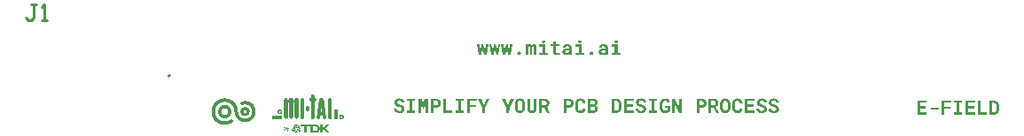
<source format=gto>
%TF.GenerationSoftware,Altium Limited,Altium Designer,23.5.1 (21)*%
G04 Layer_Color=65535*
%FSLAX45Y45*%
%MOMM*%
%TF.SameCoordinates,7B67DB42-7AED-4923-833D-9C8275D86D4E*%
%TF.FilePolarity,Positive*%
%TF.FileFunction,Legend,Top*%
%TF.Part,Single*%
G01*
G75*
%TA.AperFunction,NonConductor*%
%ADD14C,0.20000*%
%ADD15C,0.25400*%
G36*
X7002079Y8627666D02*
X7002205Y8626909D01*
X7002521Y8626593D01*
X7003026Y8626467D01*
X7004477Y8626530D01*
X7010093Y8626467D01*
X7010472Y8626593D01*
X7011355Y8626467D01*
X7011797Y8626025D01*
X7012175Y8625394D01*
X7012870Y8625205D01*
X7014132Y8625331D01*
X7017539Y8625205D01*
X7017728Y8625016D01*
X7018107Y8624385D01*
X7018423Y8624069D01*
X7022019Y8624132D01*
X7022461Y8623817D01*
X7022777Y8623501D01*
X7022966Y8623059D01*
X7023597Y8622807D01*
X7025238Y8622933D01*
X7025616Y8622807D01*
X7025995Y8622933D01*
X7027131Y8622807D01*
X7027573Y8622365D01*
X7027951Y8621734D01*
X7028456Y8621608D01*
X7028898Y8621545D01*
X7029276Y8621671D01*
X7030160Y8621797D01*
X7030538Y8621671D01*
X7030980Y8621482D01*
X7031106Y8621230D01*
X7031548Y8620535D01*
X7032053Y8620409D01*
X7034135Y8620472D01*
X7034577Y8620283D01*
X7035082Y8619526D01*
X7035334Y8619273D01*
X7035839Y8619147D01*
X7037480Y8619273D01*
X7038111Y8619147D01*
X7038300Y8618958D01*
X7038426Y8618705D01*
X7038994Y8618011D01*
X7040635Y8617885D01*
X7041266Y8616875D01*
X7041897Y8616749D01*
X7042275Y8616875D01*
X7042907Y8616749D01*
X7043222Y8616434D01*
X7043601Y8615803D01*
X7043790Y8615613D01*
X7045431Y8615487D01*
X7045620Y8615298D01*
X7046062Y8614478D01*
X7046567Y8614351D01*
X7047387Y8614414D01*
X7047829Y8614225D01*
X7048144Y8613910D01*
X7048523Y8613279D01*
X7050163Y8613152D01*
X7050542Y8612774D01*
X7050921Y8612143D01*
X7051110Y8611953D01*
X7052751Y8611827D01*
X7053382Y8610817D01*
X7054013Y8610691D01*
X7054391Y8610817D01*
X7055022Y8610691D01*
X7055338Y8610376D01*
X7055716Y8609745D01*
X7055906Y8609556D01*
X7057546Y8609429D01*
X7057736Y8609240D01*
X7058114Y8608609D01*
X7058430Y8608293D01*
X7058682Y8608167D01*
X7059124Y8607725D01*
X7059313Y8607284D01*
X7059818Y8607158D01*
X7061080Y8607031D01*
X7061396Y8606716D01*
X7061522Y8606463D01*
X7062090Y8605895D01*
X7062342Y8605769D01*
X7062658Y8605454D01*
X7062784Y8605201D01*
X7062973Y8604886D01*
X7063226Y8604760D01*
X7063604Y8604634D01*
X7064425Y8604318D01*
X7064993Y8603750D01*
X7065813Y8603434D01*
X7066192Y8603182D01*
X7066318Y8602930D01*
X7066760Y8602362D01*
X7067012Y8602236D01*
X7067580Y8601668D01*
X7067706Y8601415D01*
X7068022Y8601100D01*
X7068526Y8600973D01*
X7069157Y8600721D01*
X7069473Y8600532D01*
X7069536Y8600342D01*
X7069789Y8600216D01*
X7070924Y8599585D01*
X7071114Y8599396D01*
X7071240Y8599144D01*
X7071808Y8598576D01*
X7072060Y8598449D01*
X7072376Y8598134D01*
X7072502Y8597881D01*
X7072944Y8597440D01*
X7073196Y8597314D01*
X7073638Y8596872D01*
X7073764Y8596619D01*
X7074206Y8596178D01*
X7074458Y8596051D01*
X7074774Y8595736D01*
X7074900Y8595483D01*
X7075341Y8595042D01*
X7075594Y8594915D01*
X7076036Y8594474D01*
X7076162Y8594222D01*
X7076604Y8593780D01*
X7076856Y8593654D01*
X7077172Y8593338D01*
X7077298Y8593086D01*
X7077613Y8592644D01*
X7078244Y8592518D01*
X7078623Y8592644D01*
X7079254Y8592518D01*
X7079570Y8592202D01*
X7079948Y8591571D01*
X7080705Y8591066D01*
X7080831Y8590814D01*
X7081084Y8590561D01*
X7081147Y8590372D01*
X7081399Y8590246D01*
X7081652Y8589993D01*
X7081904Y8589867D01*
X7082409Y8589110D01*
X7082661Y8588984D01*
X7083229Y8588542D01*
X7083545Y8587722D01*
X7083860Y8587280D01*
X7084239Y8586902D01*
X7084428Y8586207D01*
X7084618Y8585766D01*
X7085059Y8585324D01*
X7085312Y8585198D01*
X7085627Y8584882D01*
X7085753Y8584630D01*
X7086321Y8584062D01*
X7086574Y8583936D01*
X7086889Y8583620D01*
X7087016Y8583368D01*
X7087457Y8582926D01*
X7087710Y8582800D01*
X7088151Y8582358D01*
X7088278Y8582106D01*
X7088719Y8581664D01*
X7088972Y8581538D01*
X7089287Y8581222D01*
X7089414Y8580970D01*
X7089982Y8580402D01*
X7090234Y8580276D01*
X7090549Y8579960D01*
X7090675Y8578446D01*
X7090991Y8578130D01*
X7091243Y8578004D01*
X7091559Y8577815D01*
X7091685Y8577562D01*
X7092253Y8576868D01*
X7092505Y8576742D01*
X7093073Y8576174D01*
X7093200Y8575922D01*
X7093389Y8575732D01*
X7093641Y8575606D01*
X7094209Y8575164D01*
X7094336Y8573524D01*
X7094525Y8573334D01*
X7094777Y8573208D01*
X7095345Y8572766D01*
X7095471Y8572514D01*
X7095661Y8572199D01*
X7095913Y8572072D01*
X7096607Y8571504D01*
X7096733Y8569990D01*
X7097175Y8569548D01*
X7097428Y8569422D01*
X7097869Y8568980D01*
X7097995Y8568728D01*
X7098311Y8568412D01*
X7098563Y8568286D01*
X7099005Y8567971D01*
X7099131Y8566330D01*
X7099447Y8566014D01*
X7099699Y8565888D01*
X7100141Y8565573D01*
X7100267Y8565320D01*
X7100583Y8564878D01*
X7100835Y8564752D01*
X7101403Y8564311D01*
X7101529Y8563806D01*
X7101403Y8562922D01*
X7101719Y8562481D01*
X7102539Y8562039D01*
X7102665Y8561534D01*
X7102791Y8560272D01*
X7103107Y8559956D01*
X7103738Y8559578D01*
X7103927Y8559010D01*
X7103864Y8558190D01*
X7104053Y8557748D01*
X7104243Y8557559D01*
X7104874Y8557180D01*
X7105063Y8556991D01*
X7105189Y8555350D01*
X7105378Y8555161D01*
X7106199Y8554719D01*
X7106325Y8554214D01*
X7106451Y8552952D01*
X7106767Y8552637D01*
X7107398Y8552258D01*
X7107587Y8551690D01*
X7107461Y8549671D01*
X7108029Y8548977D01*
X7108660Y8548598D01*
X7108786Y8546957D01*
X7109165Y8546579D01*
X7109543Y8546453D01*
X7109985Y8546011D01*
X7109922Y8543550D01*
X7110237Y8543108D01*
X7110995Y8542603D01*
X7111247Y8541972D01*
X7111121Y8539953D01*
X7111247Y8539700D01*
X7111563Y8539385D01*
X7111815Y8539259D01*
X7112257Y8538943D01*
X7112383Y8538438D01*
X7112320Y8535220D01*
X7112509Y8534778D01*
X7112825Y8534463D01*
X7113456Y8534084D01*
X7113645Y8533516D01*
X7113582Y8531939D01*
X7113645Y8531497D01*
X7113519Y8531119D01*
X7113645Y8529983D01*
X7113961Y8529667D01*
X7114592Y8529289D01*
X7114781Y8529099D01*
X7114844Y8528279D01*
X7114781Y8524051D01*
X7115222Y8523609D01*
X7115854Y8523231D01*
X7116043Y8522663D01*
X7115980Y8513260D01*
X7116295Y8512819D01*
X7117053Y8512314D01*
X7117305Y8511683D01*
X7117179Y8510042D01*
X7117305Y8493635D01*
X7117621Y8493320D01*
X7118251Y8492941D01*
X7118441Y8492752D01*
X7118378Y8488019D01*
X7118567Y8487577D01*
X7118883Y8487262D01*
X7119135Y8487136D01*
X7119577Y8486820D01*
X7119703Y8486316D01*
X7119640Y8484738D01*
X7119703Y8484296D01*
X7119577Y8483917D01*
X7119703Y8482782D01*
X7120145Y8482340D01*
X7120776Y8481961D01*
X7120902Y8481456D01*
X7120965Y8480889D01*
X7120839Y8480510D01*
X7120776Y8479690D01*
X7120902Y8479185D01*
X7121407Y8478680D01*
X7121975Y8478365D01*
X7122101Y8477860D01*
X7122038Y8475777D01*
X7122227Y8475336D01*
X7123237Y8474704D01*
X7123363Y8473064D01*
X7123678Y8472748D01*
X7124309Y8472370D01*
X7124499Y8472180D01*
X7124625Y8470540D01*
X7124814Y8470350D01*
X7125445Y8469972D01*
X7125634Y8469782D01*
X7125761Y8469278D01*
X7125634Y8468773D01*
X7125761Y8468142D01*
X7125950Y8467953D01*
X7126834Y8467448D01*
X7126960Y8465807D01*
X7127338Y8465428D01*
X7127969Y8465050D01*
X7128474Y8464292D01*
X7128727Y8464166D01*
X7129295Y8463724D01*
X7129421Y8462084D01*
X7129610Y8461895D01*
X7130241Y8461516D01*
X7130556Y8461201D01*
X7130683Y8460948D01*
X7131124Y8460506D01*
X7131377Y8460380D01*
X7131692Y8460065D01*
X7131819Y8459812D01*
X7132260Y8459370D01*
X7132513Y8459244D01*
X7132828Y8459055D01*
X7132954Y8458550D01*
X7133081Y8457288D01*
X7133396Y8456973D01*
X7133649Y8456846D01*
X7133964Y8456657D01*
X7134090Y8456405D01*
X7134532Y8455837D01*
X7134785Y8455711D01*
X7135479Y8455016D01*
X7135605Y8454764D01*
X7135794Y8454575D01*
X7136046Y8454448D01*
X7136741Y8453754D01*
X7136867Y8453502D01*
X7137056Y8453313D01*
X7137309Y8453186D01*
X7137877Y8452618D01*
X7138003Y8452366D01*
X7138192Y8452177D01*
X7138444Y8452050D01*
X7139139Y8451356D01*
X7139265Y8451104D01*
X7139454Y8450915D01*
X7139707Y8450789D01*
X7140275Y8450221D01*
X7140401Y8449968D01*
X7140716Y8449653D01*
X7140969Y8449526D01*
X7141536Y8448958D01*
X7141663Y8448706D01*
X7141852Y8448517D01*
X7142104Y8448391D01*
X7142672Y8447823D01*
X7142799Y8447570D01*
X7143114Y8447255D01*
X7144755Y8447128D01*
X7145260Y8446371D01*
X7145638Y8445993D01*
X7145891Y8445867D01*
X7146332Y8445425D01*
X7146648Y8444857D01*
X7147153Y8444731D01*
X7148036Y8444857D01*
X7148604Y8444415D01*
X7148730Y8444163D01*
X7149046Y8443721D01*
X7149298Y8443595D01*
X7149866Y8443153D01*
X7150245Y8442522D01*
X7150813Y8442333D01*
X7152075Y8442206D01*
X7152264Y8442017D01*
X7152580Y8441323D01*
X7153084Y8441197D01*
X7154346Y8441070D01*
X7154788Y8440629D01*
X7155167Y8439998D01*
X7156807Y8439872D01*
X7157060Y8439619D01*
X7157439Y8438988D01*
X7157628Y8438799D01*
X7158132Y8438673D01*
X7158890Y8438799D01*
X7159458Y8438484D01*
X7159963Y8437600D01*
X7161603Y8437474D01*
X7161982Y8437095D01*
X7162361Y8436464D01*
X7162929Y8436275D01*
X7165011Y8436338D01*
X7165453Y8436022D01*
X7165642Y8435833D01*
X7166020Y8435202D01*
X7166715Y8435013D01*
X7168355Y8435139D01*
X7170122Y8435013D01*
X7170438Y8434697D01*
X7170816Y8434066D01*
X7171005Y8433877D01*
X7177000Y8433940D01*
X7177442Y8433751D01*
X7177758Y8433435D01*
X7178136Y8432804D01*
X7178704Y8432615D01*
X7180597Y8432741D01*
X7180976Y8432615D01*
X7190504Y8432678D01*
X7191703Y8432615D01*
X7192145Y8432930D01*
X7192587Y8433751D01*
X7193470Y8434003D01*
X7193975Y8433877D01*
X7199276Y8434003D01*
X7199465Y8434192D01*
X7199907Y8435013D01*
X7200412Y8435139D01*
X7203756Y8435076D01*
X7204198Y8435391D01*
X7204387Y8435581D01*
X7204703Y8436148D01*
X7205334Y8436401D01*
X7207479Y8436275D01*
X7207921Y8436590D01*
X7208363Y8437411D01*
X7208867Y8437537D01*
X7209246Y8437663D01*
X7209625Y8437537D01*
X7210761Y8437411D01*
X7211581Y8437852D01*
X7211959Y8438484D01*
X7212149Y8438673D01*
X7212654Y8438799D01*
X7213158Y8438673D01*
X7213852Y8438862D01*
X7213979Y8439114D01*
X7214547Y8439935D01*
X7216187Y8440061D01*
X7216503Y8440377D01*
X7216881Y8441008D01*
X7217071Y8441197D01*
X7218144Y8441134D01*
X7218648Y8441260D01*
X7219469Y8442333D01*
X7219721Y8442459D01*
X7220163Y8442901D01*
X7220289Y8443153D01*
X7220478Y8443469D01*
X7220983Y8443595D01*
X7222245Y8443721D01*
X7222561Y8444036D01*
X7222687Y8444289D01*
X7222876Y8444604D01*
X7223129Y8444731D01*
X7223696Y8445172D01*
X7223823Y8445425D01*
X7224264Y8445993D01*
X7225905Y8446119D01*
X7226095Y8446308D01*
X7226473Y8446939D01*
X7226662Y8447128D01*
X7226915Y8447255D01*
X7227483Y8447823D01*
X7227609Y8448075D01*
X7227924Y8448391D01*
X7228177Y8448517D01*
X7228745Y8449085D01*
X7228871Y8449337D01*
X7229186Y8449653D01*
X7229439Y8449779D01*
X7229881Y8450221D01*
X7230007Y8450473D01*
X7230322Y8450789D01*
X7230827Y8450915D01*
X7231332Y8450789D01*
X7231837Y8450915D01*
X7232279Y8451356D01*
X7232405Y8451609D01*
X7232847Y8452050D01*
X7233099Y8452177D01*
X7233414Y8452492D01*
X7233541Y8452745D01*
X7234108Y8453313D01*
X7234361Y8453439D01*
X7234676Y8453754D01*
X7234803Y8454007D01*
X7235371Y8454575D01*
X7235623Y8454701D01*
X7235939Y8455016D01*
X7236065Y8456531D01*
X7236380Y8456846D01*
X7236633Y8456973D01*
X7237201Y8457540D01*
X7237327Y8457793D01*
X7237642Y8458108D01*
X7237895Y8458235D01*
X7238463Y8458802D01*
X7238589Y8459055D01*
X7238778Y8459244D01*
X7239030Y8459370D01*
X7239598Y8459938D01*
X7239725Y8460191D01*
X7240040Y8460506D01*
X7240671Y8460885D01*
X7240798Y8461390D01*
X7240861Y8461453D01*
X7240734Y8461831D01*
X7240861Y8462589D01*
X7241176Y8462904D01*
X7241807Y8463283D01*
X7242312Y8464040D01*
X7242564Y8464166D01*
X7243132Y8464608D01*
X7243259Y8465113D01*
X7243132Y8465870D01*
X7243448Y8466438D01*
X7244331Y8466943D01*
X7244457Y8468584D01*
X7244836Y8468962D01*
X7245467Y8469341D01*
X7245972Y8470098D01*
X7246224Y8470224D01*
X7246792Y8470666D01*
X7246918Y8471549D01*
X7246792Y8472811D01*
X7246918Y8473443D01*
X7247360Y8473884D01*
X7247991Y8474263D01*
X7248117Y8475904D01*
X7248370Y8476156D01*
X7249001Y8476534D01*
X7249190Y8476724D01*
X7249316Y8477229D01*
X7249190Y8479248D01*
X7249632Y8479816D01*
X7250263Y8480194D01*
X7250452Y8480384D01*
X7250578Y8481267D01*
X7250452Y8481772D01*
X7250578Y8483160D01*
X7250894Y8483476D01*
X7251146Y8483602D01*
X7251588Y8483917D01*
X7251714Y8484422D01*
X7251651Y8487641D01*
X7251840Y8488082D01*
X7252156Y8488398D01*
X7252787Y8488777D01*
X7252976Y8489471D01*
X7252850Y8491111D01*
X7252913Y8511872D01*
X7252724Y8512314D01*
X7252408Y8512629D01*
X7251777Y8513008D01*
X7251588Y8513702D01*
X7251714Y8515343D01*
X7251588Y8518372D01*
X7251399Y8518561D01*
X7250578Y8519003D01*
X7250452Y8519507D01*
X7250515Y8521464D01*
X7250389Y8521968D01*
X7250137Y8522221D01*
X7249506Y8522600D01*
X7249316Y8522789D01*
X7249190Y8523294D01*
X7249316Y8525313D01*
X7248875Y8525881D01*
X7248244Y8526260D01*
X7248054Y8526449D01*
X7247928Y8528090D01*
X7247739Y8528279D01*
X7246918Y8528721D01*
X7246792Y8529226D01*
X7246666Y8530487D01*
X7246351Y8530803D01*
X7245720Y8531182D01*
X7245593Y8532696D01*
X7245341Y8533075D01*
X7244520Y8533516D01*
X7244394Y8534021D01*
X7244268Y8535410D01*
X7243259Y8536041D01*
X7243132Y8536545D01*
X7243259Y8537429D01*
X7242817Y8537997D01*
X7242186Y8538375D01*
X7241870Y8538817D01*
X7241302Y8539385D01*
X7241050Y8539511D01*
X7240861Y8539700D01*
X7240734Y8539953D01*
X7240545Y8540268D01*
X7240293Y8540395D01*
X7239598Y8540963D01*
X7239472Y8542603D01*
X7238715Y8543108D01*
X7238337Y8543487D01*
X7238210Y8543739D01*
X7237895Y8544055D01*
X7237642Y8544181D01*
X7237201Y8544622D01*
X7237074Y8544875D01*
X7236633Y8545317D01*
X7236380Y8545443D01*
X7235939Y8545885D01*
X7235812Y8546137D01*
X7235371Y8546579D01*
X7235118Y8546705D01*
X7234676Y8547147D01*
X7234550Y8547399D01*
X7234235Y8547715D01*
X7233982Y8547841D01*
X7233541Y8548283D01*
X7233414Y8548535D01*
X7232973Y8548977D01*
X7232720Y8549103D01*
X7232279Y8549544D01*
X7232152Y8549797D01*
X7231711Y8550239D01*
X7231458Y8550365D01*
X7231143Y8550680D01*
X7231017Y8550933D01*
X7230575Y8551375D01*
X7230322Y8551501D01*
X7229881Y8551943D01*
X7229754Y8552195D01*
X7229313Y8552637D01*
X7229060Y8552763D01*
X7228619Y8553205D01*
X7228492Y8553457D01*
X7228177Y8553773D01*
X7227924Y8553899D01*
X7227483Y8554341D01*
X7227357Y8554593D01*
X7226915Y8555034D01*
X7226221Y8555224D01*
X7225779Y8555413D01*
X7225274Y8555918D01*
X7224643Y8556170D01*
X7224012Y8556549D01*
X7223696Y8556991D01*
X7223129Y8557559D01*
X7222876Y8557685D01*
X7222687Y8557874D01*
X7222308Y8558505D01*
X7222119Y8558695D01*
X7220478Y8558821D01*
X7220289Y8559010D01*
X7219973Y8559704D01*
X7219342Y8559956D01*
X7218459Y8559830D01*
X7217891Y8560146D01*
X7217386Y8561029D01*
X7215746Y8561156D01*
X7215367Y8561534D01*
X7214988Y8562165D01*
X7214420Y8562354D01*
X7213600Y8562291D01*
X7213158Y8562481D01*
X7212527Y8563490D01*
X7210887Y8563617D01*
X7210571Y8563932D01*
X7210193Y8564563D01*
X7209625Y8564752D01*
X7207668Y8564689D01*
X7207227Y8564878D01*
X7206911Y8565194D01*
X7206532Y8565825D01*
X7205839Y8566014D01*
X7203819Y8565888D01*
X7203378Y8566204D01*
X7202936Y8567024D01*
X7202431Y8567150D01*
X7199339Y8567087D01*
X7198834Y8567213D01*
X7198455Y8567592D01*
X7198329Y8567844D01*
X7198014Y8568286D01*
X7197509Y8568412D01*
X7195805Y8568349D01*
X7189305Y8568412D01*
X7188927Y8568286D01*
X7187917Y8568412D01*
X7187475Y8568854D01*
X7187097Y8569485D01*
X7186403Y8569675D01*
X7185141Y8569548D01*
X7183437Y8569611D01*
X7182995Y8569422D01*
X7182680Y8569107D01*
X7182301Y8568475D01*
X7181733Y8568286D01*
X7179335Y8568412D01*
X7173593Y8568349D01*
X7172394Y8568412D01*
X7171826Y8567971D01*
X7171447Y8567340D01*
X7171258Y8567150D01*
X7170564Y8567087D01*
X7167346Y8567150D01*
X7167030Y8566835D01*
X7166904Y8566582D01*
X7166462Y8566014D01*
X7165957Y8565888D01*
X7163938Y8566014D01*
X7163370Y8565573D01*
X7163244Y8565320D01*
X7162802Y8564752D01*
X7161919Y8564626D01*
X7161414Y8564752D01*
X7151885Y8564689D01*
X7151444Y8564878D01*
X7151254Y8565068D01*
X7150876Y8565699D01*
X7150686Y8565888D01*
X7150182Y8566014D01*
X7149803Y8565888D01*
X7149046Y8566014D01*
X7148856Y8566204D01*
X7148415Y8567024D01*
X7147910Y8567150D01*
X7146648Y8567276D01*
X7146332Y8567592D01*
X7146206Y8567844D01*
X7146017Y8568160D01*
X7145764Y8568286D01*
X7145197Y8568728D01*
X7145070Y8568980D01*
X7144376Y8569675D01*
X7144124Y8569801D01*
X7143493Y8570684D01*
X7142862Y8571063D01*
X7142672Y8571252D01*
X7142546Y8572893D01*
X7142357Y8573082D01*
X7141536Y8573524D01*
X7141410Y8574029D01*
X7141284Y8575291D01*
X7140969Y8575606D01*
X7140338Y8575985D01*
X7140148Y8576553D01*
X7140275Y8578951D01*
X7140211Y8585829D01*
X7140401Y8586271D01*
X7140590Y8586460D01*
X7141221Y8586838D01*
X7141410Y8587028D01*
X7141536Y8588668D01*
X7142546Y8589300D01*
X7142672Y8589804D01*
X7142799Y8591066D01*
X7142988Y8591256D01*
X7143240Y8591382D01*
X7143808Y8591824D01*
X7143934Y8592076D01*
X7144629Y8592770D01*
X7144881Y8592896D01*
X7145197Y8593338D01*
X7145386Y8593654D01*
X7145638Y8593780D01*
X7146206Y8594222D01*
X7146585Y8594853D01*
X7146774Y8595042D01*
X7148415Y8595168D01*
X7148604Y8595357D01*
X7148983Y8595988D01*
X7149172Y8596178D01*
X7149424Y8596304D01*
X7149992Y8596872D01*
X7150119Y8597124D01*
X7150434Y8597440D01*
X7151317Y8597566D01*
X7151696Y8597440D01*
X7152580Y8597314D01*
X7152958Y8597440D01*
X7153210Y8597566D01*
X7153526Y8597881D01*
X7153905Y8598512D01*
X7154473Y8598702D01*
X7155671Y8598639D01*
X7156618Y8598702D01*
X7156997Y8598576D01*
X7158006Y8598702D01*
X7158322Y8599017D01*
X7158700Y8599648D01*
X7158890Y8599838D01*
X7159395Y8599964D01*
X7161035Y8599838D01*
X7162929Y8599964D01*
X7163559Y8600973D01*
X7164064Y8601100D01*
X7168544Y8601037D01*
X7168986Y8601226D01*
X7169176Y8601415D01*
X7169554Y8602046D01*
X7169744Y8602236D01*
X7170248Y8602362D01*
X7172646Y8602236D01*
X7181922Y8602299D01*
X7183248Y8602236D01*
X7183689Y8602551D01*
X7184131Y8603371D01*
X7185014Y8603624D01*
X7185519Y8603498D01*
X7186466Y8603308D01*
X7186655Y8603119D01*
X7186908Y8602993D01*
X7187412Y8602488D01*
X7188296Y8602236D01*
X7189747Y8602299D01*
X7199023Y8602236D01*
X7199402Y8602362D01*
X7200412Y8602236D01*
X7200727Y8601920D01*
X7201106Y8601289D01*
X7201295Y8601100D01*
X7202178Y8600973D01*
X7202557Y8601100D01*
X7206469Y8600973D01*
X7206785Y8600658D01*
X7207164Y8600027D01*
X7207732Y8599838D01*
X7211896Y8599712D01*
X7212149Y8599459D01*
X7212401Y8599333D01*
X7212906Y8598828D01*
X7213916Y8598576D01*
X7215935Y8598702D01*
X7216377Y8598386D01*
X7216503Y8598134D01*
X7217071Y8597440D01*
X7217954Y8597314D01*
X7218333Y8597440D01*
X7219216Y8597566D01*
X7219595Y8597440D01*
X7219847Y8597314D01*
X7220163Y8596998D01*
X7220541Y8596367D01*
X7221109Y8596178D01*
X7221930Y8596241D01*
X7222371Y8596051D01*
X7222876Y8595168D01*
X7223507Y8594915D01*
X7225527Y8595042D01*
X7226095Y8594726D01*
X7226536Y8593906D01*
X7227041Y8593780D01*
X7228429Y8593654D01*
X7229060Y8592644D01*
X7229691Y8592518D01*
X7230070Y8592644D01*
X7230701Y8592518D01*
X7231017Y8592202D01*
X7231395Y8591571D01*
X7231584Y8591382D01*
X7233225Y8591256D01*
X7233414Y8591066D01*
X7233856Y8590246D01*
X7234361Y8590120D01*
X7235244Y8590246D01*
X7235939Y8589678D01*
X7236317Y8589047D01*
X7237832Y8588921D01*
X7238210Y8588668D01*
X7238589Y8588037D01*
X7238778Y8587848D01*
X7239030Y8587722D01*
X7239598Y8587154D01*
X7239725Y8586902D01*
X7240040Y8586586D01*
X7240545Y8586460D01*
X7240924Y8586586D01*
X7241555Y8586460D01*
X7241996Y8586018D01*
X7242123Y8585766D01*
X7242564Y8585324D01*
X7242817Y8585198D01*
X7243132Y8584882D01*
X7243259Y8584630D01*
X7243574Y8584188D01*
X7244079Y8584062D01*
X7244962Y8584188D01*
X7245530Y8583746D01*
X7245909Y8583115D01*
X7246098Y8582926D01*
X7246351Y8582800D01*
X7246918Y8582232D01*
X7247045Y8581980D01*
X7247234Y8581790D01*
X7247486Y8581664D01*
X7247739Y8581412D01*
X7247802Y8581348D01*
X7248181Y8580970D01*
X7248307Y8580717D01*
X7248496Y8580528D01*
X7248749Y8580402D01*
X7249064Y8580213D01*
X7249190Y8579960D01*
X7249758Y8579266D01*
X7251399Y8579140D01*
X7251903Y8578383D01*
X7252282Y8578004D01*
X7252535Y8577878D01*
X7252850Y8577562D01*
X7252976Y8577310D01*
X7253418Y8576868D01*
X7253671Y8576742D01*
X7254112Y8576300D01*
X7254238Y8576048D01*
X7254680Y8575606D01*
X7254932Y8575480D01*
X7255248Y8575164D01*
X7255374Y8574912D01*
X7255942Y8574344D01*
X7256195Y8574218D01*
X7256510Y8573902D01*
X7256636Y8573650D01*
X7257078Y8573208D01*
X7257330Y8573082D01*
X7257772Y8572640D01*
X7257898Y8572388D01*
X7258340Y8571946D01*
X7258593Y8571820D01*
X7258908Y8571504D01*
X7259034Y8571252D01*
X7259476Y8570810D01*
X7259728Y8570684D01*
X7260170Y8570242D01*
X7260296Y8569990D01*
X7260738Y8569548D01*
X7260990Y8569422D01*
X7261432Y8568980D01*
X7261558Y8568728D01*
X7262000Y8568286D01*
X7262252Y8568160D01*
X7262568Y8567844D01*
X7262694Y8567592D01*
X7263136Y8567150D01*
X7263704Y8566835D01*
X7263830Y8566330D01*
X7263956Y8565068D01*
X7264272Y8564752D01*
X7264840Y8564437D01*
X7264966Y8564185D01*
X7265408Y8563617D01*
X7265660Y8563490D01*
X7266354Y8562796D01*
X7266480Y8562544D01*
X7266670Y8562354D01*
X7266922Y8562228D01*
X7267490Y8561660D01*
X7267616Y8561408D01*
X7267806Y8561219D01*
X7268058Y8561092D01*
X7268626Y8560651D01*
X7268752Y8559010D01*
X7268941Y8558821D01*
X7269572Y8558442D01*
X7269762Y8558253D01*
X7269888Y8558000D01*
X7270456Y8557432D01*
X7270708Y8557306D01*
X7271024Y8556991D01*
X7271087Y8556423D01*
X7271024Y8555602D01*
X7271592Y8555034D01*
X7271844Y8554908D01*
X7272286Y8554467D01*
X7272412Y8554214D01*
X7272728Y8553899D01*
X7272980Y8553773D01*
X7273422Y8553457D01*
X7273548Y8552952D01*
X7273485Y8552132D01*
X7273674Y8551690D01*
X7273863Y8551501D01*
X7274494Y8551122D01*
X7274684Y8550933D01*
X7274810Y8549292D01*
X7274999Y8549103D01*
X7275820Y8548661D01*
X7275946Y8548156D01*
X7276072Y8546894D01*
X7276388Y8546579D01*
X7277018Y8546200D01*
X7277145Y8545695D01*
X7277082Y8544749D01*
X7277523Y8544181D01*
X7278218Y8543865D01*
X7278344Y8543361D01*
X7278470Y8541972D01*
X7279479Y8541341D01*
X7279606Y8540836D01*
X7279732Y8539196D01*
X7280489Y8538438D01*
X7280742Y8537807D01*
X7280868Y8536041D01*
X7281183Y8535725D01*
X7281814Y8535346D01*
X7282004Y8534778D01*
X7281940Y8532822D01*
X7282130Y8532381D01*
X7282445Y8532065D01*
X7283076Y8531687D01*
X7283266Y8530992D01*
X7283140Y8529352D01*
X7283266Y8527585D01*
X7283581Y8527269D01*
X7284212Y8526891D01*
X7284401Y8526701D01*
X7284338Y8523231D01*
X7284465Y8522726D01*
X7284843Y8522347D01*
X7285474Y8521968D01*
X7285664Y8521401D01*
X7285601Y8519697D01*
X7285664Y8518119D01*
X7285537Y8517741D01*
X7285664Y8516731D01*
X7286105Y8516289D01*
X7286737Y8515911D01*
X7286862Y8515406D01*
X7286926Y8514964D01*
X7286799Y8514585D01*
X7286862Y8488019D01*
X7286673Y8487577D01*
X7286358Y8487262D01*
X7286105Y8487136D01*
X7285664Y8486820D01*
X7285537Y8486316D01*
X7285664Y8483917D01*
X7285601Y8481835D01*
X7285664Y8480636D01*
X7285096Y8479942D01*
X7284528Y8479626D01*
X7284275Y8478743D01*
X7284401Y8478238D01*
X7284275Y8475462D01*
X7283960Y8475146D01*
X7283329Y8474768D01*
X7283140Y8474200D01*
X7283203Y8470982D01*
X7283013Y8470540D01*
X7282824Y8470350D01*
X7282193Y8469972D01*
X7282004Y8469782D01*
X7281877Y8468899D01*
X7282004Y8468016D01*
X7281877Y8467006D01*
X7281562Y8466690D01*
X7280931Y8466312D01*
X7280742Y8466123D01*
X7280615Y8464482D01*
X7280426Y8464292D01*
X7279795Y8463914D01*
X7279606Y8463724D01*
X7279479Y8463220D01*
X7279606Y8461201D01*
X7279164Y8460633D01*
X7278533Y8460254D01*
X7278344Y8460065D01*
X7278218Y8458424D01*
X7278028Y8458235D01*
X7277208Y8457793D01*
X7277082Y8457288D01*
X7277145Y8456468D01*
X7276955Y8456026D01*
X7276640Y8455711D01*
X7276009Y8455332D01*
X7275883Y8453817D01*
X7275630Y8453439D01*
X7275378Y8453313D01*
X7274684Y8452745D01*
X7274557Y8451230D01*
X7274242Y8450915D01*
X7273990Y8450789D01*
X7273422Y8450221D01*
X7273296Y8449968D01*
X7272980Y8449653D01*
X7272349Y8449274D01*
X7272223Y8447633D01*
X7271844Y8447255D01*
X7271213Y8446876D01*
X7271024Y8446687D01*
X7271087Y8445488D01*
X7270898Y8445046D01*
X7270140Y8444541D01*
X7269888Y8444289D01*
X7269762Y8444036D01*
X7269320Y8443595D01*
X7269068Y8443469D01*
X7268626Y8443027D01*
X7268500Y8442774D01*
X7268058Y8442333D01*
X7267806Y8442206D01*
X7267490Y8441891D01*
X7267364Y8441386D01*
X7267490Y8440881D01*
X7267364Y8440377D01*
X7267048Y8440061D01*
X7266796Y8439935D01*
X7266354Y8439619D01*
X7266228Y8439367D01*
X7265786Y8438799D01*
X7265534Y8438673D01*
X7264966Y8438105D01*
X7264840Y8437852D01*
X7264650Y8437663D01*
X7264398Y8437537D01*
X7263830Y8437095D01*
X7263704Y8435455D01*
X7263515Y8435265D01*
X7263262Y8435139D01*
X7262694Y8434697D01*
X7262568Y8434445D01*
X7262000Y8433877D01*
X7261748Y8433751D01*
X7261432Y8433435D01*
X7261306Y8433183D01*
X7260738Y8432615D01*
X7260486Y8432489D01*
X7260170Y8432173D01*
X7260044Y8431921D01*
X7259476Y8431353D01*
X7259223Y8431226D01*
X7259034Y8431037D01*
X7258908Y8430785D01*
X7258340Y8430217D01*
X7258088Y8430091D01*
X7257772Y8429775D01*
X7257646Y8429523D01*
X7257078Y8428955D01*
X7256826Y8428829D01*
X7256636Y8428639D01*
X7256510Y8428387D01*
X7255942Y8427819D01*
X7255690Y8427693D01*
X7255374Y8427377D01*
X7255248Y8427125D01*
X7254680Y8426557D01*
X7254428Y8426431D01*
X7254112Y8426115D01*
X7253986Y8425863D01*
X7253418Y8425295D01*
X7253166Y8425169D01*
X7252976Y8424979D01*
X7252850Y8424727D01*
X7252282Y8424159D01*
X7252030Y8424033D01*
X7251714Y8423717D01*
X7251336Y8423086D01*
X7249821Y8422960D01*
X7249316Y8422582D01*
X7248938Y8421950D01*
X7248496Y8421635D01*
X7247928Y8421067D01*
X7247802Y8420815D01*
X7247613Y8420625D01*
X7247360Y8420499D01*
X7246792Y8419931D01*
X7246666Y8419679D01*
X7246351Y8419363D01*
X7245530Y8419048D01*
X7245088Y8418732D01*
X7244836Y8418480D01*
X7244205Y8418227D01*
X7243700Y8418101D01*
X7243259Y8417659D01*
X7243132Y8417407D01*
X7242691Y8416965D01*
X7242438Y8416839D01*
X7241996Y8416397D01*
X7241870Y8416145D01*
X7241681Y8415829D01*
X7241176Y8415703D01*
X7239914Y8415577D01*
X7239598Y8415262D01*
X7239220Y8414630D01*
X7238652Y8414441D01*
X7237769Y8414567D01*
X7237327Y8414252D01*
X7237201Y8413999D01*
X7236633Y8413305D01*
X7236380Y8413179D01*
X7235939Y8412737D01*
X7235812Y8412485D01*
X7235371Y8412043D01*
X7233856Y8411917D01*
X7233541Y8411601D01*
X7233162Y8410970D01*
X7231647Y8410844D01*
X7231206Y8410529D01*
X7230764Y8409835D01*
X7230575Y8409645D01*
X7228934Y8409519D01*
X7228303Y8408509D01*
X7227798Y8408383D01*
X7226915Y8408509D01*
X7226347Y8408068D01*
X7225968Y8407437D01*
X7225779Y8407247D01*
X7224769Y8407121D01*
X7224391Y8407247D01*
X7223002Y8407121D01*
X7222687Y8406806D01*
X7222308Y8406175D01*
X7221740Y8405985D01*
X7220478Y8405859D01*
X7220289Y8405670D01*
X7219910Y8405039D01*
X7219721Y8404850D01*
X7219216Y8404723D01*
X7217197Y8404850D01*
X7216629Y8404408D01*
X7216250Y8403777D01*
X7216061Y8403587D01*
X7213726Y8403650D01*
X7213285Y8403461D01*
X7212969Y8403146D01*
X7212590Y8402515D01*
X7212022Y8402325D01*
X7210129Y8402452D01*
X7209751Y8402325D01*
X7207479Y8402452D01*
X7207037Y8402136D01*
X7206911Y8401884D01*
X7206343Y8401189D01*
X7205586Y8401063D01*
X7205207Y8401189D01*
X7201169Y8401063D01*
X7200853Y8400748D01*
X7200475Y8400117D01*
X7199907Y8399928D01*
X7170879Y8400054D01*
X7170564Y8400369D01*
X7170185Y8401000D01*
X7169996Y8401189D01*
X7164127Y8401126D01*
X7163622Y8401253D01*
X7163370Y8401505D01*
X7162992Y8402136D01*
X7162802Y8402325D01*
X7162297Y8402452D01*
X7160846Y8402389D01*
X7160278Y8402452D01*
X7159900Y8402325D01*
X7158764Y8402452D01*
X7158574Y8402641D01*
X7158132Y8403461D01*
X7157249Y8403714D01*
X7155987Y8403587D01*
X7155104Y8403714D01*
X7154914Y8403903D01*
X7154536Y8404534D01*
X7154220Y8404850D01*
X7151885Y8404786D01*
X7151444Y8404976D01*
X7151254Y8405165D01*
X7150876Y8405796D01*
X7150686Y8405985D01*
X7149803Y8406111D01*
X7148920Y8405985D01*
X7147910Y8406111D01*
X7147594Y8406427D01*
X7147216Y8407058D01*
X7147026Y8407247D01*
X7145386Y8407374D01*
X7145197Y8407563D01*
X7144818Y8408194D01*
X7144629Y8408383D01*
X7144124Y8408509D01*
X7142104Y8408383D01*
X7141536Y8408825D01*
X7141158Y8409456D01*
X7140969Y8409645D01*
X7139328Y8409772D01*
X7139139Y8409961D01*
X7138760Y8410592D01*
X7138444Y8410907D01*
X7138192Y8411034D01*
X7137750Y8411475D01*
X7137624Y8411728D01*
X7137309Y8412043D01*
X7136867Y8412106D01*
X7135920Y8412043D01*
X7135479Y8412485D01*
X7135100Y8413116D01*
X7134911Y8413305D01*
X7133270Y8413431D01*
X7133081Y8413621D01*
X7132702Y8414252D01*
X7132513Y8414441D01*
X7132008Y8414567D01*
X7131503Y8414441D01*
X7130998Y8414567D01*
X7130556Y8415009D01*
X7130430Y8415262D01*
X7129989Y8415703D01*
X7129736Y8415829D01*
X7129295Y8416271D01*
X7128979Y8416839D01*
X7128474Y8416965D01*
X7127212Y8417091D01*
X7127023Y8417281D01*
X7126897Y8417533D01*
X7126581Y8417975D01*
X7126329Y8418101D01*
X7125887Y8418417D01*
X7125761Y8418669D01*
X7125508Y8418921D01*
X7125382Y8419174D01*
X7124625Y8419679D01*
X7124499Y8419931D01*
X7124057Y8420499D01*
X7123552Y8420625D01*
X7122669Y8420499D01*
X7122227Y8420815D01*
X7121848Y8421446D01*
X7121533Y8421761D01*
X7121280Y8421887D01*
X7120839Y8422329D01*
X7120712Y8422582D01*
X7120271Y8423023D01*
X7120019Y8423149D01*
X7119577Y8423591D01*
X7119451Y8423843D01*
X7119135Y8424159D01*
X7118883Y8424285D01*
X7118441Y8424727D01*
X7118315Y8424979D01*
X7117873Y8425421D01*
X7117621Y8425547D01*
X7117179Y8425989D01*
X7117053Y8426241D01*
X7116737Y8426557D01*
X7116485Y8426683D01*
X7116043Y8427125D01*
X7115917Y8427377D01*
X7115475Y8427819D01*
X7115222Y8427945D01*
X7114781Y8428387D01*
X7114655Y8428639D01*
X7114339Y8428955D01*
X7114087Y8429081D01*
X7113519Y8429649D01*
X7113393Y8429901D01*
X7113077Y8430217D01*
X7112825Y8430343D01*
X7112383Y8430785D01*
X7112257Y8431037D01*
X7111815Y8431479D01*
X7111563Y8431605D01*
X7111121Y8432047D01*
X7110995Y8432299D01*
X7110679Y8432615D01*
X7110427Y8432741D01*
X7109985Y8433183D01*
X7109859Y8433435D01*
X7109417Y8433877D01*
X7109165Y8434003D01*
X7108723Y8434445D01*
X7108597Y8434697D01*
X7108281Y8435013D01*
X7108029Y8435139D01*
X7107461Y8435707D01*
X7107335Y8435959D01*
X7107019Y8436275D01*
X7106767Y8436401D01*
X7106325Y8436843D01*
X7106010Y8437663D01*
X7105568Y8438105D01*
X7105442Y8438357D01*
X7105189Y8438988D01*
X7105063Y8439493D01*
X7104748Y8439809D01*
X7104495Y8439935D01*
X7104053Y8440250D01*
X7103927Y8440503D01*
X7103485Y8441070D01*
X7102854Y8441449D01*
X7102665Y8441638D01*
X7102539Y8443279D01*
X7102350Y8443469D01*
X7101719Y8443847D01*
X7101529Y8444036D01*
X7101403Y8444289D01*
X7100835Y8444857D01*
X7100583Y8444983D01*
X7100267Y8445299D01*
X7100141Y8446813D01*
X7099826Y8447128D01*
X7099573Y8447255D01*
X7099005Y8447823D01*
X7098879Y8448075D01*
X7098563Y8448391D01*
X7097932Y8448769D01*
X7097743Y8449463D01*
X7097869Y8449842D01*
X7097743Y8450473D01*
X7097428Y8450789D01*
X7096797Y8451167D01*
X7096607Y8451356D01*
X7096481Y8452997D01*
X7095471Y8453628D01*
X7095345Y8454133D01*
X7095471Y8455016D01*
X7095030Y8455584D01*
X7094399Y8455963D01*
X7094209Y8456152D01*
X7094083Y8457793D01*
X7093894Y8457982D01*
X7093073Y8458424D01*
X7092947Y8458929D01*
X7092821Y8460191D01*
X7092505Y8460506D01*
X7091875Y8460885D01*
X7091685Y8461453D01*
X7091811Y8461831D01*
X7091685Y8462589D01*
X7091370Y8462904D01*
X7090739Y8463283D01*
X7090549Y8463472D01*
X7090486Y8464292D01*
X7090675Y8465618D01*
X7090549Y8465996D01*
X7090423Y8466249D01*
X7090107Y8466564D01*
X7089477Y8466943D01*
X7089287Y8467511D01*
X7089414Y8469530D01*
X7088846Y8470224D01*
X7088214Y8470603D01*
X7088025Y8471297D01*
X7088151Y8472938D01*
X7088025Y8473569D01*
X7087016Y8474200D01*
X7086889Y8474704D01*
X7086953Y8477923D01*
X7086763Y8478365D01*
X7086448Y8478680D01*
X7085817Y8479058D01*
X7085627Y8479753D01*
X7085753Y8481772D01*
X7085627Y8483160D01*
X7085312Y8483476D01*
X7084681Y8483855D01*
X7084492Y8484044D01*
X7084555Y8492310D01*
X7084428Y8492815D01*
X7084050Y8493194D01*
X7083419Y8493572D01*
X7083229Y8494140D01*
X7083292Y8495970D01*
X7083229Y8510799D01*
X7083356Y8511178D01*
X7083229Y8512188D01*
X7082788Y8512629D01*
X7082157Y8513008D01*
X7081967Y8513702D01*
X7082094Y8514585D01*
X7081967Y8520770D01*
X7081778Y8520959D01*
X7081526Y8521085D01*
X7080831Y8521653D01*
X7080895Y8525250D01*
X7080642Y8525755D01*
X7080390Y8525881D01*
X7079696Y8526449D01*
X7079570Y8526954D01*
X7079696Y8528973D01*
X7079570Y8530361D01*
X7079128Y8530803D01*
X7078560Y8531119D01*
X7078434Y8531623D01*
X7078307Y8532002D01*
X7078434Y8532381D01*
X7078560Y8533516D01*
X7078118Y8534337D01*
X7077298Y8534778D01*
X7077172Y8535662D01*
X7077298Y8536041D01*
X7076919Y8536672D01*
X7076730Y8536861D01*
X7076099Y8537239D01*
X7075973Y8538880D01*
X7075720Y8539133D01*
X7075468Y8539259D01*
X7074774Y8539827D01*
X7074837Y8542161D01*
X7074647Y8542603D01*
X7074458Y8542793D01*
X7074206Y8542919D01*
X7073638Y8543361D01*
X7073575Y8543802D01*
X7073638Y8544749D01*
X7073322Y8545190D01*
X7072691Y8545569D01*
X7072376Y8545885D01*
X7072250Y8546137D01*
X7071808Y8546579D01*
X7071555Y8546705D01*
X7071240Y8547020D01*
X7071114Y8547525D01*
X7071240Y8548283D01*
X7070672Y8548977D01*
X7070041Y8549355D01*
X7069915Y8550996D01*
X7069662Y8551248D01*
X7069410Y8551375D01*
X7068842Y8551816D01*
X7068716Y8552069D01*
X7068526Y8552384D01*
X7068274Y8552510D01*
X7067580Y8553078D01*
X7067517Y8553646D01*
X7067580Y8554467D01*
X7067012Y8555034D01*
X7066760Y8555161D01*
X7066318Y8555602D01*
X7066192Y8555855D01*
X7065876Y8556170D01*
X7065624Y8556297D01*
X7065056Y8556865D01*
X7064929Y8557117D01*
X7064614Y8557432D01*
X7063983Y8557811D01*
X7063857Y8559452D01*
X7063478Y8559830D01*
X7062847Y8560209D01*
X7062342Y8560966D01*
X7062090Y8561092D01*
X7061648Y8561408D01*
X7061522Y8561660D01*
X7061270Y8561913D01*
X7061206Y8562102D01*
X7060954Y8562228D01*
X7060702Y8562481D01*
X7060449Y8562607D01*
X7059944Y8563364D01*
X7059692Y8563490D01*
X7059250Y8563806D01*
X7059124Y8564058D01*
X7058872Y8564311D01*
X7058745Y8564563D01*
X7057988Y8565068D01*
X7057862Y8565320D01*
X7057610Y8565573D01*
X7057546Y8565762D01*
X7057294Y8565888D01*
X7056726Y8566330D01*
X7056600Y8566582D01*
X7056284Y8567024D01*
X7056032Y8567150D01*
X7055590Y8567466D01*
X7055464Y8567718D01*
X7055212Y8567971D01*
X7055149Y8568160D01*
X7054896Y8568286D01*
X7054644Y8568539D01*
X7054391Y8568665D01*
X7053950Y8569233D01*
X7053887Y8569422D01*
X7053634Y8569548D01*
X7053192Y8569864D01*
X7053066Y8570116D01*
X7052814Y8570368D01*
X7052687Y8570621D01*
X7051930Y8571126D01*
X7051804Y8571378D01*
X7051489Y8571820D01*
X7051236Y8571946D01*
X7050668Y8572388D01*
X7050290Y8573019D01*
X7050100Y8573208D01*
X7048460Y8573334D01*
X7048270Y8573524D01*
X7047892Y8574155D01*
X7047702Y8574344D01*
X7047450Y8574470D01*
X7046882Y8575038D01*
X7046756Y8575291D01*
X7046440Y8575606D01*
X7046188Y8575732D01*
X7045746Y8576174D01*
X7045620Y8576426D01*
X7045431Y8576742D01*
X7044926Y8576868D01*
X7043664Y8576994D01*
X7043348Y8577310D01*
X7043222Y8577562D01*
X7043033Y8577878D01*
X7042780Y8578004D01*
X7042212Y8578446D01*
X7042086Y8578698D01*
X7041645Y8579266D01*
X7040004Y8579392D01*
X7039814Y8579582D01*
X7039688Y8579834D01*
X7039247Y8580402D01*
X7038994Y8580528D01*
X7038679Y8580717D01*
X7038553Y8580970D01*
X7037985Y8581664D01*
X7036344Y8581790D01*
X7035713Y8582800D01*
X7035208Y8582926D01*
X7033946Y8583052D01*
X7033631Y8583368D01*
X7033252Y8583999D01*
X7032684Y8584188D01*
X7032179Y8584062D01*
X7031548Y8584188D01*
X7031359Y8584377D01*
X7030917Y8585198D01*
X7030412Y8585324D01*
X7029150Y8585450D01*
X7028835Y8585766D01*
X7028456Y8586397D01*
X7027888Y8586586D01*
X7027005Y8586460D01*
X7026437Y8586902D01*
X7026058Y8587532D01*
X7025869Y8587722D01*
X7024985Y8587848D01*
X7024102Y8587722D01*
X7023092Y8587848D01*
X7022777Y8588164D01*
X7022398Y8588795D01*
X7021830Y8588984D01*
X7019874Y8588921D01*
X7019432Y8589110D01*
X7019117Y8589426D01*
X7018738Y8590057D01*
X7018170Y8590246D01*
X7016025Y8590120D01*
X7015457Y8590688D01*
X7015141Y8591256D01*
X7014636Y8591382D01*
X7011545Y8591319D01*
X7011040Y8591445D01*
X7010661Y8591824D01*
X7010282Y8592454D01*
X7009714Y8592644D01*
X7008011Y8592581D01*
X7005171Y8592644D01*
X7004792Y8592518D01*
X7003783Y8592644D01*
X7003341Y8593086D01*
X7002962Y8593717D01*
X7002268Y8593906D01*
X7001006Y8593780D01*
X6978605Y8593843D01*
X6978100Y8593590D01*
X6977974Y8593338D01*
X6977658Y8592770D01*
X6977027Y8592518D01*
X6974629Y8592644D01*
X6972547Y8592581D01*
X6971222Y8592644D01*
X6970780Y8592328D01*
X6970338Y8591508D01*
X6969833Y8591382D01*
X6969455Y8591256D01*
X6969076Y8591382D01*
X6966174Y8591256D01*
X6965732Y8590814D01*
X6965416Y8590246D01*
X6964911Y8590120D01*
X6962829Y8590183D01*
X6962387Y8589993D01*
X6961882Y8589110D01*
X6961252Y8588858D01*
X6959232Y8588984D01*
X6958664Y8588668D01*
X6958538Y8588416D01*
X6957970Y8587722D01*
X6955635Y8587785D01*
X6955194Y8587596D01*
X6955004Y8587406D01*
X6954626Y8586775D01*
X6954436Y8586586D01*
X6953931Y8586460D01*
X6953427Y8586586D01*
X6952796Y8586460D01*
X6952606Y8586271D01*
X6952165Y8585450D01*
X6951660Y8585324D01*
X6950398Y8585198D01*
X6950082Y8584882D01*
X6949704Y8584251D01*
X6949136Y8584062D01*
X6948315Y8584125D01*
X6947874Y8583936D01*
X6947684Y8583746D01*
X6947306Y8583115D01*
X6947116Y8582926D01*
X6945476Y8582800D01*
X6944845Y8581790D01*
X6944340Y8581664D01*
X6943078Y8581538D01*
X6942888Y8581348D01*
X6942762Y8581096D01*
X6942321Y8580528D01*
X6942068Y8580402D01*
X6941626Y8580086D01*
X6941248Y8579455D01*
X6941059Y8579266D01*
X6939418Y8579140D01*
X6938913Y8578383D01*
X6938534Y8578004D01*
X6938282Y8577878D01*
X6937966Y8577562D01*
X6937840Y8577310D01*
X6937651Y8576994D01*
X6937146Y8576868D01*
X6935884Y8576742D01*
X6935569Y8576426D01*
X6935442Y8576174D01*
X6935253Y8575858D01*
X6935001Y8575732D01*
X6934748Y8575480D01*
X6934496Y8575354D01*
X6934180Y8574912D01*
X6933612Y8574344D01*
X6933360Y8574218D01*
X6933171Y8574029D01*
X6933044Y8573776D01*
X6932603Y8573208D01*
X6930962Y8573082D01*
X6930773Y8572893D01*
X6930394Y8572262D01*
X6930205Y8572072D01*
X6929952Y8571946D01*
X6929384Y8571378D01*
X6929258Y8571126D01*
X6928943Y8570810D01*
X6928690Y8570684D01*
X6928122Y8570116D01*
X6927996Y8569864D01*
X6927807Y8569675D01*
X6927554Y8569548D01*
X6926986Y8568980D01*
X6926860Y8568728D01*
X6926545Y8568412D01*
X6926292Y8568286D01*
X6925725Y8567718D01*
X6925598Y8567466D01*
X6925283Y8567150D01*
X6925030Y8567024D01*
X6924589Y8566582D01*
X6924462Y8566330D01*
X6924147Y8566014D01*
X6923894Y8565888D01*
X6923327Y8565320D01*
X6923200Y8565068D01*
X6922885Y8564752D01*
X6922632Y8564626D01*
X6922064Y8564058D01*
X6921938Y8563806D01*
X6921749Y8563617D01*
X6921496Y8563490D01*
X6920928Y8562922D01*
X6920803Y8562670D01*
X6920487Y8562354D01*
X6920235Y8562228D01*
X6919667Y8561660D01*
X6919540Y8561408D01*
X6919225Y8561092D01*
X6918972Y8560966D01*
X6918531Y8560524D01*
X6918405Y8560272D01*
X6918089Y8559956D01*
X6917837Y8559830D01*
X6917395Y8559515D01*
X6917269Y8559010D01*
X6917395Y8558127D01*
X6916953Y8557559D01*
X6916322Y8557180D01*
X6916133Y8556991D01*
X6916006Y8556738D01*
X6915439Y8556170D01*
X6915186Y8556044D01*
X6914997Y8555855D01*
X6914871Y8555602D01*
X6914555Y8555161D01*
X6914303Y8555034D01*
X6913735Y8554593D01*
X6913609Y8554088D01*
X6913735Y8553709D01*
X6913609Y8552952D01*
X6913419Y8552763D01*
X6912788Y8552384D01*
X6912473Y8552069D01*
X6912347Y8551816D01*
X6911905Y8551375D01*
X6911337Y8551059D01*
X6911211Y8550554D01*
X6911337Y8549671D01*
X6910769Y8548977D01*
X6910138Y8548598D01*
X6910012Y8547083D01*
X6909759Y8546705D01*
X6909128Y8546326D01*
X6908813Y8546011D01*
X6908687Y8545758D01*
X6908245Y8545317D01*
X6907993Y8545190D01*
X6907677Y8544875D01*
X6907551Y8544370D01*
X6907677Y8543992D01*
X6907551Y8543361D01*
X6907109Y8542919D01*
X6906541Y8542603D01*
X6906289Y8541720D01*
X6906415Y8541215D01*
X6906541Y8540332D01*
X6906415Y8539953D01*
X6906226Y8539511D01*
X6905973Y8539385D01*
X6905279Y8538943D01*
X6905153Y8538438D01*
X6905279Y8537555D01*
X6904711Y8536861D01*
X6904080Y8536482D01*
X6903954Y8534968D01*
X6903701Y8534589D01*
X6903071Y8534211D01*
X6902755Y8533895D01*
X6902818Y8531560D01*
X6902629Y8531119D01*
X6902439Y8530929D01*
X6901808Y8530551D01*
X6901619Y8530361D01*
X6901493Y8529856D01*
X6901619Y8527837D01*
X6901177Y8527269D01*
X6900546Y8526891D01*
X6900357Y8526701D01*
X6900420Y8523357D01*
X6900294Y8522726D01*
X6900042Y8522473D01*
X6899789Y8522347D01*
X6899221Y8521905D01*
X6899095Y8521401D01*
X6899158Y8519697D01*
X6899095Y8518119D01*
X6899221Y8517741D01*
X6899095Y8516731D01*
X6898653Y8516289D01*
X6898022Y8515911D01*
X6897833Y8515217D01*
X6897959Y8513955D01*
X6897833Y8502217D01*
X6897517Y8501902D01*
X6896886Y8501523D01*
X6896697Y8501334D01*
X6896823Y8500829D01*
X6897139Y8500514D01*
X6897770Y8500135D01*
X6897959Y8499946D01*
X6897896Y8486757D01*
X6898085Y8486316D01*
X6898401Y8486000D01*
X6899032Y8485621D01*
X6899221Y8485053D01*
X6899095Y8482655D01*
X6899221Y8482277D01*
X6899095Y8481015D01*
X6899221Y8480384D01*
X6899663Y8479942D01*
X6900231Y8479626D01*
X6900357Y8479122D01*
X6900483Y8478743D01*
X6900357Y8478365D01*
X6900483Y8475462D01*
X6900799Y8475146D01*
X6901430Y8474768D01*
X6901619Y8474200D01*
X6901493Y8472180D01*
X6902061Y8471486D01*
X6902313Y8471360D01*
X6902629Y8471171D01*
X6902881Y8470540D01*
X6902755Y8468520D01*
X6903071Y8467953D01*
X6903891Y8467511D01*
X6904017Y8467006D01*
X6904143Y8465744D01*
X6904459Y8465428D01*
X6905090Y8465050D01*
X6905279Y8464482D01*
X6905153Y8462463D01*
X6905721Y8461768D01*
X6906352Y8461390D01*
X6906478Y8459749D01*
X6906857Y8459370D01*
X6907488Y8458992D01*
X6907677Y8458424D01*
X6907614Y8457604D01*
X6907803Y8457162D01*
X6908560Y8456657D01*
X6908813Y8456405D01*
X6908939Y8456152D01*
X6909381Y8455711D01*
X6909633Y8455584D01*
X6910075Y8455143D01*
X6910201Y8453628D01*
X6910517Y8453313D01*
X6911148Y8452934D01*
X6911337Y8452240D01*
X6911211Y8451861D01*
X6911337Y8451230D01*
X6911652Y8450915D01*
X6912284Y8450536D01*
X6912473Y8450347D01*
X6912599Y8450094D01*
X6912788Y8449779D01*
X6913419Y8449400D01*
X6913735Y8449085D01*
X6913672Y8447886D01*
X6913987Y8447444D01*
X6914177Y8447255D01*
X6914429Y8447128D01*
X6914871Y8446687D01*
X6914997Y8446434D01*
X6915439Y8445993D01*
X6915691Y8445867D01*
X6916133Y8445425D01*
X6916259Y8445172D01*
X6916574Y8444857D01*
X6916827Y8444731D01*
X6917269Y8444415D01*
X6917395Y8443784D01*
X6917269Y8443406D01*
X6917395Y8442774D01*
X6917710Y8442459D01*
X6917963Y8442333D01*
X6918405Y8442017D01*
X6918531Y8441765D01*
X6918846Y8441323D01*
X6919099Y8441197D01*
X6919351Y8440945D01*
X6919540Y8440881D01*
X6919667Y8440629D01*
X6919919Y8440377D01*
X6920045Y8440124D01*
X6920803Y8439619D01*
X6920928Y8439367D01*
X6921244Y8438925D01*
X6921496Y8438799D01*
X6921749Y8438546D01*
X6922001Y8438420D01*
X6922506Y8437663D01*
X6922759Y8437537D01*
X6923200Y8437221D01*
X6923327Y8436969D01*
X6923579Y8436716D01*
X6923642Y8436527D01*
X6923894Y8436401D01*
X6924147Y8436148D01*
X6924336Y8436085D01*
X6924462Y8435833D01*
X6924715Y8435581D01*
X6924841Y8435328D01*
X6925283Y8435013D01*
X6925598Y8434823D01*
X6925725Y8434571D01*
X6925977Y8434319D01*
X6926103Y8434066D01*
X6926860Y8433561D01*
X6926986Y8433309D01*
X6927302Y8432867D01*
X6927554Y8432741D01*
X6927807Y8432489D01*
X6928059Y8432362D01*
X6928564Y8431605D01*
X6928816Y8431479D01*
X6929258Y8431163D01*
X6929384Y8430911D01*
X6929637Y8430659D01*
X6929700Y8430469D01*
X6929952Y8430343D01*
X6930205Y8430091D01*
X6930457Y8429965D01*
X6930962Y8429207D01*
X6931214Y8429081D01*
X6931782Y8428639D01*
X6932161Y8428008D01*
X6932350Y8427819D01*
X6933991Y8427693D01*
X6934180Y8427504D01*
X6934559Y8426872D01*
X6934748Y8426683D01*
X6935001Y8426557D01*
X6935569Y8425989D01*
X6935695Y8425737D01*
X6936010Y8425421D01*
X6936263Y8425295D01*
X6936704Y8424853D01*
X6936831Y8424601D01*
X6937020Y8424285D01*
X6937525Y8424159D01*
X6938345Y8424222D01*
X6938787Y8424033D01*
X6939102Y8423717D01*
X6939228Y8423465D01*
X6939418Y8423149D01*
X6939670Y8423023D01*
X6940238Y8422582D01*
X6940364Y8422329D01*
X6940806Y8421761D01*
X6942447Y8421635D01*
X6942636Y8421446D01*
X6943015Y8420815D01*
X6943204Y8420625D01*
X6943709Y8420499D01*
X6944214Y8420625D01*
X6944718Y8420499D01*
X6945160Y8420057D01*
X6945286Y8419805D01*
X6945728Y8419363D01*
X6945981Y8419237D01*
X6946422Y8418795D01*
X6946738Y8418227D01*
X6947243Y8418101D01*
X6948505Y8417975D01*
X6948820Y8417659D01*
X6949199Y8417028D01*
X6949893Y8416839D01*
X6951533Y8416965D01*
X6952038Y8416839D01*
X6952354Y8416524D01*
X6952480Y8416271D01*
X6952922Y8415703D01*
X6954562Y8415577D01*
X6954752Y8415388D01*
X6955130Y8414757D01*
X6955320Y8414567D01*
X6955825Y8414441D01*
X6956329Y8414567D01*
X6957023Y8414378D01*
X6957528Y8413495D01*
X6958349Y8413179D01*
X6959926Y8413368D01*
X6960431Y8413242D01*
X6960810Y8412990D01*
X6961188Y8412359D01*
X6961504Y8412043D01*
X6963838Y8412106D01*
X6964280Y8411917D01*
X6964470Y8411728D01*
X6964848Y8411097D01*
X6965038Y8410907D01*
X6965542Y8410781D01*
X6967183Y8410907D01*
X6969076Y8410781D01*
X6969265Y8410592D01*
X6969707Y8409772D01*
X6970212Y8409645D01*
X6974566Y8409708D01*
X6975071Y8409582D01*
X6975450Y8409204D01*
X6975828Y8408573D01*
X6976396Y8408383D01*
X6978794Y8408509D01*
X7003972Y8408446D01*
X7004414Y8408762D01*
X7004855Y8409456D01*
X7005045Y8409645D01*
X7005802Y8409772D01*
X7006181Y8409645D01*
X7010219Y8409772D01*
X7010535Y8410087D01*
X7010913Y8410718D01*
X7011481Y8410907D01*
X7014700Y8410844D01*
X7015141Y8411034D01*
X7015331Y8411223D01*
X7015709Y8411854D01*
X7015899Y8412043D01*
X7016403Y8412169D01*
X7018423Y8412043D01*
X7018991Y8412485D01*
X7019369Y8413116D01*
X7019558Y8413305D01*
X7020379Y8413368D01*
X7021830Y8413179D01*
X7022461Y8413558D01*
X7022651Y8413747D01*
X7023029Y8414378D01*
X7023597Y8414567D01*
X7025616Y8414441D01*
X7026184Y8414757D01*
X7026626Y8415577D01*
X7027131Y8415703D01*
X7028393Y8415829D01*
X7028708Y8416145D01*
X7029087Y8416776D01*
X7029276Y8416965D01*
X7030917Y8417091D01*
X7031106Y8417281D01*
X7031422Y8417975D01*
X7031927Y8418101D01*
X7033189Y8418227D01*
X7033631Y8418669D01*
X7034009Y8419300D01*
X7035650Y8419426D01*
X7035902Y8419679D01*
X7036281Y8420310D01*
X7036470Y8420499D01*
X7036975Y8420625D01*
X7037480Y8420499D01*
X7038174Y8420688D01*
X7038805Y8421572D01*
X7038994Y8421761D01*
X7039247Y8421887D01*
X7039688Y8422329D01*
X7040004Y8422897D01*
X7040509Y8423023D01*
X7041771Y8423149D01*
X7042086Y8423465D01*
X7042402Y8424033D01*
X7042654Y8424159D01*
X7043222Y8424601D01*
X7043601Y8425232D01*
X7043790Y8425421D01*
X7045431Y8425547D01*
X7045620Y8425737D01*
X7045999Y8426368D01*
X7046188Y8426557D01*
X7046693Y8426683D01*
X7048838Y8426557D01*
X7049217Y8426683D01*
X7051110Y8426557D01*
X7051804Y8427125D01*
X7052183Y8427756D01*
X7052877Y8427945D01*
X7053950Y8427756D01*
X7054581Y8427504D01*
X7055022Y8427188D01*
X7055401Y8426809D01*
X7056284Y8426557D01*
X7058430Y8426683D01*
X7058998Y8426241D01*
X7059313Y8425547D01*
X7059818Y8425421D01*
X7061080Y8425295D01*
X7061396Y8424979D01*
X7061522Y8424727D01*
X7062090Y8424159D01*
X7062342Y8424033D01*
X7062658Y8423717D01*
X7062784Y8423465D01*
X7063100Y8423023D01*
X7063667Y8422960D01*
X7064614Y8423023D01*
X7065056Y8422708D01*
X7065182Y8421950D01*
X7065056Y8421572D01*
X7065182Y8420941D01*
X7065371Y8420752D01*
X7065624Y8420625D01*
X7066318Y8420057D01*
X7066444Y8419805D01*
X7066886Y8419363D01*
X7067138Y8419237D01*
X7067580Y8418795D01*
X7067706Y8417281D01*
X7068022Y8416965D01*
X7068653Y8416587D01*
X7068842Y8415892D01*
X7068716Y8413873D01*
X7069031Y8413431D01*
X7069851Y8412990D01*
X7069978Y8412485D01*
X7069851Y8408825D01*
X7069536Y8408509D01*
X7068905Y8408131D01*
X7068716Y8407563D01*
X7068779Y8404345D01*
X7068590Y8403903D01*
X7068400Y8403714D01*
X7067769Y8403335D01*
X7067580Y8403146D01*
X7067454Y8401505D01*
X7066696Y8401000D01*
X7066318Y8400622D01*
X7066192Y8400369D01*
X7065750Y8399928D01*
X7065497Y8399801D01*
X7065056Y8399360D01*
X7064929Y8399107D01*
X7064614Y8398792D01*
X7064362Y8398665D01*
X7063920Y8398224D01*
X7063794Y8397971D01*
X7063352Y8397530D01*
X7063100Y8397403D01*
X7062658Y8396962D01*
X7062532Y8396709D01*
X7062216Y8396394D01*
X7061964Y8396267D01*
X7061522Y8395826D01*
X7061396Y8395574D01*
X7061206Y8395258D01*
X7060702Y8395132D01*
X7059440Y8395006D01*
X7059124Y8394690D01*
X7058998Y8394438D01*
X7058809Y8394122D01*
X7058556Y8393996D01*
X7057862Y8393428D01*
X7057483Y8392797D01*
X7055969Y8392671D01*
X7055590Y8392418D01*
X7055464Y8392166D01*
X7055149Y8391598D01*
X7054644Y8391472D01*
X7053255Y8391345D01*
X7052624Y8390336D01*
X7052120Y8390210D01*
X7051236Y8390336D01*
X7050668Y8389894D01*
X7050290Y8389263D01*
X7049533Y8388758D01*
X7049406Y8388506D01*
X7048838Y8387812D01*
X7047197Y8387686D01*
X7046567Y8386676D01*
X7044926Y8386550D01*
X7044610Y8386234D01*
X7044232Y8385603D01*
X7043664Y8385414D01*
X7043222Y8385351D01*
X7042465Y8385477D01*
X7041771Y8385540D01*
X7041140Y8385161D01*
X7040950Y8384972D01*
X7040572Y8384341D01*
X7040004Y8384152D01*
X7039121Y8384278D01*
X7038553Y8383836D01*
X7038174Y8383205D01*
X7037985Y8383016D01*
X7037101Y8382890D01*
X7036596Y8383016D01*
X7035208Y8382890D01*
X7034892Y8382574D01*
X7034514Y8381943D01*
X7033946Y8381754D01*
X7032684Y8381628D01*
X7032495Y8381438D01*
X7032116Y8380807D01*
X7031927Y8380618D01*
X7031422Y8380492D01*
X7029403Y8380618D01*
X7028835Y8380176D01*
X7028456Y8379545D01*
X7028267Y8379356D01*
X7024796Y8379419D01*
X7024291Y8379293D01*
X7024039Y8379040D01*
X7023660Y8378409D01*
X7023471Y8378220D01*
X7022966Y8378094D01*
X7021515Y8378157D01*
X7020947Y8378094D01*
X7020568Y8378220D01*
X7019558Y8378094D01*
X7019243Y8377905D01*
X7018801Y8377084D01*
X7017918Y8376832D01*
X7017413Y8376958D01*
X7013374Y8376832D01*
X7013059Y8376516D01*
X7012680Y8375885D01*
X7012491Y8375696D01*
X7006496Y8375759D01*
X7006055Y8375570D01*
X7005865Y8375381D01*
X7005487Y8374749D01*
X7005297Y8374560D01*
X7004414Y8374434D01*
X7003909Y8374560D01*
X6976207Y8374497D01*
X6975765Y8374686D01*
X6975576Y8374876D01*
X6975197Y8375507D01*
X6975008Y8375696D01*
X6974124Y8375822D01*
X6973620Y8375696D01*
X6967435Y8375822D01*
X6966994Y8376264D01*
X6966678Y8376832D01*
X6966174Y8376958D01*
X6961819Y8376895D01*
X6961314Y8377021D01*
X6961062Y8377274D01*
X6960684Y8377905D01*
X6960494Y8378094D01*
X6959989Y8378220D01*
X6958538Y8378157D01*
X6957970Y8378220D01*
X6957591Y8378094D01*
X6956455Y8378220D01*
X6956266Y8378409D01*
X6956140Y8378662D01*
X6955572Y8379356D01*
X6954689Y8379482D01*
X6954184Y8379356D01*
X6952796Y8379482D01*
X6952606Y8379671D01*
X6952480Y8379924D01*
X6951912Y8380618D01*
X6949577Y8380555D01*
X6949136Y8380744D01*
X6948946Y8380933D01*
X6948820Y8381186D01*
X6948378Y8381754D01*
X6947495Y8381880D01*
X6946611Y8381754D01*
X6945602Y8381880D01*
X6945160Y8382322D01*
X6944845Y8382890D01*
X6944340Y8383016D01*
X6942384Y8382953D01*
X6941753Y8383205D01*
X6941626Y8383458D01*
X6941185Y8384152D01*
X6940680Y8384278D01*
X6939796Y8384152D01*
X6939228Y8384594D01*
X6938850Y8385225D01*
X6938660Y8385414D01*
X6937020Y8385540D01*
X6936831Y8385729D01*
X6936389Y8386550D01*
X6935884Y8386676D01*
X6934622Y8386802D01*
X6934306Y8387118D01*
X6933928Y8387749D01*
X6932413Y8387875D01*
X6931972Y8388190D01*
X6931530Y8388884D01*
X6931341Y8389074D01*
X6929700Y8389200D01*
X6929069Y8390210D01*
X6928564Y8390336D01*
X6927681Y8390210D01*
X6927113Y8390651D01*
X6926734Y8391282D01*
X6926545Y8391472D01*
X6924904Y8391598D01*
X6924715Y8391787D01*
X6924336Y8392418D01*
X6924147Y8392608D01*
X6923894Y8392734D01*
X6923327Y8393302D01*
X6923200Y8393554D01*
X6922885Y8393870D01*
X6921370Y8393996D01*
X6921055Y8394311D01*
X6920928Y8394564D01*
X6920739Y8394879D01*
X6920487Y8395006D01*
X6919793Y8395574D01*
X6919414Y8396204D01*
X6918846Y8396394D01*
X6917963Y8396267D01*
X6917395Y8396709D01*
X6917016Y8397340D01*
X6916259Y8397971D01*
X6916006Y8398224D01*
X6915880Y8398476D01*
X6915691Y8398665D01*
X6915439Y8398792D01*
X6915123Y8398981D01*
X6914997Y8399233D01*
X6914429Y8399928D01*
X6912788Y8400054D01*
X6912284Y8400811D01*
X6911905Y8401189D01*
X6911652Y8401316D01*
X6911337Y8401631D01*
X6911211Y8401884D01*
X6910643Y8402452D01*
X6910390Y8402578D01*
X6910075Y8402893D01*
X6909949Y8403146D01*
X6909759Y8403461D01*
X6909255Y8403587D01*
X6907993Y8403714D01*
X6907677Y8404029D01*
X6907298Y8404660D01*
X6906541Y8405165D01*
X6906415Y8405418D01*
X6906099Y8405859D01*
X6905847Y8405985D01*
X6905405Y8406301D01*
X6905279Y8406553D01*
X6905027Y8406806D01*
X6904900Y8407058D01*
X6904143Y8407563D01*
X6904017Y8407815D01*
X6903765Y8408068D01*
X6903701Y8408257D01*
X6903449Y8408383D01*
X6903197Y8408636D01*
X6902944Y8408762D01*
X6902439Y8409519D01*
X6902187Y8409645D01*
X6901745Y8409961D01*
X6901619Y8410213D01*
X6901367Y8410466D01*
X6901304Y8410655D01*
X6901051Y8410781D01*
X6900799Y8411034D01*
X6900546Y8411160D01*
X6900042Y8411917D01*
X6899789Y8412043D01*
X6899347Y8412359D01*
X6899221Y8412611D01*
X6898969Y8412864D01*
X6898843Y8413116D01*
X6898085Y8413621D01*
X6897959Y8413873D01*
X6897707Y8414126D01*
X6897644Y8414315D01*
X6897391Y8414441D01*
X6896823Y8414883D01*
X6896697Y8415135D01*
X6896382Y8415577D01*
X6896129Y8415703D01*
X6895688Y8416019D01*
X6895561Y8416271D01*
X6895309Y8416524D01*
X6895246Y8416713D01*
X6894993Y8416839D01*
X6894741Y8417091D01*
X6894488Y8417218D01*
X6893668Y8418669D01*
X6893416Y8418921D01*
X6892974Y8420120D01*
X6892469Y8420625D01*
X6892217Y8420752D01*
X6891901Y8421067D01*
X6891775Y8421319D01*
X6891333Y8421761D01*
X6891081Y8421887D01*
X6890639Y8422329D01*
X6890513Y8422582D01*
X6890071Y8423023D01*
X6889819Y8423149D01*
X6889503Y8423465D01*
X6889377Y8423717D01*
X6888935Y8424159D01*
X6888683Y8424285D01*
X6888367Y8424475D01*
X6888241Y8424979D01*
X6888115Y8426241D01*
X6887800Y8426557D01*
X6887547Y8426683D01*
X6887232Y8426872D01*
X6887105Y8427125D01*
X6886537Y8427819D01*
X6885906Y8428198D01*
X6885780Y8429712D01*
X6885528Y8430091D01*
X6885276Y8430217D01*
X6884708Y8430659D01*
X6884581Y8430911D01*
X6884013Y8431479D01*
X6883761Y8431605D01*
X6883445Y8431921D01*
X6883319Y8432426D01*
X6883445Y8432930D01*
X6883319Y8433561D01*
X6882562Y8434066D01*
X6882183Y8434445D01*
X6882057Y8434697D01*
X6881742Y8435013D01*
X6881489Y8435139D01*
X6881047Y8435455D01*
X6880921Y8435959D01*
X6880984Y8436780D01*
X6880795Y8437221D01*
X6880606Y8437411D01*
X6879975Y8437789D01*
X6879786Y8437979D01*
X6879659Y8439619D01*
X6879470Y8439809D01*
X6878650Y8440250D01*
X6878523Y8440755D01*
X6878397Y8442017D01*
X6878082Y8442333D01*
X6877451Y8442711D01*
X6877261Y8443406D01*
X6877388Y8443784D01*
X6877261Y8444415D01*
X6876946Y8444731D01*
X6876315Y8445109D01*
X6876125Y8445299D01*
X6875999Y8446939D01*
X6874990Y8447570D01*
X6874864Y8448075D01*
X6874990Y8448958D01*
X6874548Y8449526D01*
X6873917Y8449905D01*
X6873728Y8450094D01*
X6873601Y8451735D01*
X6873412Y8451924D01*
X6872781Y8452303D01*
X6872466Y8452618D01*
X6872529Y8454953D01*
X6872339Y8455395D01*
X6872150Y8455584D01*
X6871519Y8455963D01*
X6871330Y8456152D01*
X6871267Y8456720D01*
X6871330Y8457540D01*
X6871014Y8457982D01*
X6870194Y8458424D01*
X6870068Y8458929D01*
X6869941Y8459307D01*
X6870068Y8459686D01*
X6869941Y8461705D01*
X6869689Y8461958D01*
X6869563Y8462210D01*
X6869058Y8462715D01*
X6868932Y8463220D01*
X6868806Y8464103D01*
X6868932Y8465870D01*
X6868364Y8466564D01*
X6867796Y8466880D01*
X6867544Y8467511D01*
X6867670Y8469151D01*
X6867544Y8471045D01*
X6867228Y8471360D01*
X6866976Y8471486D01*
X6866534Y8471802D01*
X6866408Y8472307D01*
X6866471Y8475525D01*
X6866281Y8475967D01*
X6866092Y8476156D01*
X6865840Y8476282D01*
X6865272Y8476724D01*
X6865146Y8477229D01*
X6865272Y8479626D01*
X6865209Y8481583D01*
X6865272Y8482908D01*
X6864830Y8483476D01*
X6864325Y8483602D01*
X6864010Y8483665D01*
X6864073Y8517425D01*
X6864830Y8517551D01*
X6865146Y8517867D01*
X6865272Y8518372D01*
X6865209Y8519823D01*
X6865272Y8523041D01*
X6865146Y8523420D01*
X6865272Y8524303D01*
X6865713Y8524745D01*
X6866345Y8525124D01*
X6866534Y8525818D01*
X6866408Y8527080D01*
X6866534Y8530487D01*
X6866723Y8530677D01*
X6867544Y8531119D01*
X6867670Y8531623D01*
X6867607Y8534842D01*
X6867796Y8535283D01*
X6868111Y8535599D01*
X6868364Y8535725D01*
X6868806Y8536041D01*
X6868932Y8536924D01*
X6868806Y8538186D01*
X6868932Y8538943D01*
X6869121Y8539133D01*
X6869941Y8539574D01*
X6870194Y8540458D01*
X6870068Y8541341D01*
X6869941Y8541846D01*
X6870068Y8542225D01*
X6870383Y8542793D01*
X6871014Y8543171D01*
X6871203Y8543361D01*
X6871330Y8543865D01*
X6871203Y8545885D01*
X6871645Y8546453D01*
X6872276Y8546831D01*
X6872466Y8547020D01*
X6872592Y8547904D01*
X6872466Y8548787D01*
X6872592Y8549797D01*
X6872907Y8550112D01*
X6873538Y8550491D01*
X6873728Y8550680D01*
X6873854Y8552321D01*
X6874043Y8552510D01*
X6874674Y8552889D01*
X6874864Y8553078D01*
X6874990Y8553583D01*
X6874864Y8554088D01*
X6875053Y8554782D01*
X6875936Y8555287D01*
X6876125Y8555476D01*
X6876252Y8557117D01*
X6876567Y8557432D01*
X6877198Y8557811D01*
X6877388Y8558379D01*
X6877325Y8559199D01*
X6877514Y8559641D01*
X6878523Y8560272D01*
X6878650Y8561913D01*
X6878965Y8562228D01*
X6879596Y8562607D01*
X6879786Y8562796D01*
X6879912Y8564437D01*
X6880101Y8564626D01*
X6880732Y8565005D01*
X6880921Y8565194D01*
X6881047Y8565446D01*
X6881615Y8566014D01*
X6881868Y8566141D01*
X6882183Y8566456D01*
X6882310Y8568097D01*
X6883319Y8568728D01*
X6883445Y8569233D01*
X6883319Y8570116D01*
X6883761Y8570684D01*
X6884013Y8570810D01*
X6884455Y8571126D01*
X6884581Y8571378D01*
X6884897Y8571820D01*
X6885149Y8571946D01*
X6885843Y8572514D01*
X6885969Y8574155D01*
X6886727Y8574660D01*
X6886979Y8574912D01*
X6887105Y8575164D01*
X6887547Y8575606D01*
X6887800Y8575732D01*
X6888241Y8576174D01*
X6888367Y8576426D01*
X6888809Y8576868D01*
X6889377Y8577184D01*
X6889503Y8577688D01*
X6889377Y8578572D01*
X6889945Y8579266D01*
X6890387Y8579455D01*
X6890513Y8579708D01*
X6890765Y8579960D01*
X6890892Y8580213D01*
X6891081Y8580402D01*
X6891333Y8580528D01*
X6892027Y8581222D01*
X6892154Y8581475D01*
X6892343Y8581664D01*
X6892595Y8581790D01*
X6893163Y8582358D01*
X6893289Y8582610D01*
X6893479Y8582800D01*
X6893731Y8582926D01*
X6894299Y8583368D01*
X6894425Y8585008D01*
X6894615Y8585198D01*
X6895246Y8585576D01*
X6895435Y8585766D01*
X6895561Y8586018D01*
X6896129Y8586586D01*
X6896382Y8586712D01*
X6896697Y8587028D01*
X6896823Y8587280D01*
X6897391Y8587848D01*
X6897644Y8587974D01*
X6897833Y8588164D01*
X6897959Y8588416D01*
X6898527Y8588984D01*
X6898779Y8589110D01*
X6899095Y8589426D01*
X6899221Y8589678D01*
X6899789Y8590246D01*
X6900042Y8590372D01*
X6900231Y8590561D01*
X6900357Y8590814D01*
X6900925Y8591382D01*
X6901177Y8591508D01*
X6901493Y8591824D01*
X6901619Y8592076D01*
X6902187Y8592644D01*
X6902439Y8592770D01*
X6902755Y8593086D01*
X6902881Y8593338D01*
X6903449Y8593906D01*
X6903701Y8594032D01*
X6903891Y8594222D01*
X6904017Y8594474D01*
X6904585Y8595042D01*
X6904837Y8595168D01*
X6905153Y8595483D01*
X6905279Y8595736D01*
X6905595Y8596178D01*
X6906226Y8596304D01*
X6906604Y8596178D01*
X6907235Y8596304D01*
X6907551Y8596619D01*
X6907929Y8597251D01*
X6908687Y8597881D01*
X6908939Y8598134D01*
X6909065Y8598386D01*
X6909255Y8598576D01*
X6909507Y8598702D01*
X6910075Y8599270D01*
X6910201Y8599522D01*
X6910390Y8599712D01*
X6910643Y8599838D01*
X6911337Y8600532D01*
X6911463Y8600784D01*
X6911652Y8600973D01*
X6912284Y8601226D01*
X6912536Y8601352D01*
X6913230Y8601920D01*
X6914050Y8602236D01*
X6914429Y8602362D01*
X6914871Y8602803D01*
X6914997Y8603056D01*
X6915439Y8603498D01*
X6915691Y8603624D01*
X6916133Y8604066D01*
X6916448Y8604634D01*
X6916953Y8604760D01*
X6917837Y8604634D01*
X6918405Y8605075D01*
X6918531Y8605327D01*
X6918846Y8605769D01*
X6919099Y8605895D01*
X6919667Y8606337D01*
X6920045Y8606968D01*
X6920235Y8607158D01*
X6921875Y8607284D01*
X6922064Y8607473D01*
X6922443Y8608104D01*
X6922632Y8608293D01*
X6922885Y8608420D01*
X6923453Y8608988D01*
X6923642Y8609429D01*
X6924147Y8609556D01*
X6925535Y8609682D01*
X6926166Y8610691D01*
X6926671Y8610817D01*
X6927491Y8610754D01*
X6927933Y8610944D01*
X6928122Y8611133D01*
X6928501Y8611764D01*
X6928690Y8611953D01*
X6928943Y8612080D01*
X6929258Y8612269D01*
X6929384Y8612521D01*
X6929952Y8613215D01*
X6931593Y8613342D01*
X6932224Y8614351D01*
X6932855Y8614478D01*
X6933234Y8614351D01*
X6933865Y8614478D01*
X6934180Y8614793D01*
X6934559Y8615424D01*
X6934748Y8615613D01*
X6936389Y8615740D01*
X6936578Y8615929D01*
X6936957Y8616560D01*
X6937146Y8616749D01*
X6937651Y8616875D01*
X6939670Y8616749D01*
X6940238Y8617191D01*
X6940617Y8617822D01*
X6940806Y8618011D01*
X6942447Y8618137D01*
X6942636Y8618327D01*
X6943078Y8619147D01*
X6943583Y8619273D01*
X6945665Y8619210D01*
X6946296Y8619589D01*
X6946675Y8620220D01*
X6946864Y8620409D01*
X6947369Y8620535D01*
X6949388Y8620409D01*
X6949956Y8620851D01*
X6950335Y8621482D01*
X6950524Y8621671D01*
X6951407Y8621797D01*
X6951786Y8621671D01*
X6952669Y8621545D01*
X6953048Y8621671D01*
X6953301Y8621797D01*
X6953616Y8622113D01*
X6953994Y8622744D01*
X6954562Y8622933D01*
X6956582Y8622807D01*
X6957276Y8623375D01*
X6957655Y8624006D01*
X6958349Y8624195D01*
X6959611Y8624069D01*
X6961756Y8624195D01*
X6962072Y8624511D01*
X6962450Y8625142D01*
X6963018Y8625331D01*
X6968193Y8625457D01*
X6968824Y8626088D01*
X6969076Y8626215D01*
X6969707Y8626467D01*
X6970843Y8626593D01*
X6971222Y8626467D01*
X6975828Y8626530D01*
X6977279Y8626467D01*
X6977847Y8626909D01*
X6978037Y8627729D01*
X7002079Y8627666D01*
D02*
G37*
G36*
X7679616Y8633736D02*
X7682892D01*
Y8632644D01*
X7685076D01*
Y8631552D01*
X7687260D01*
Y8630460D01*
X7688353D01*
Y8629368D01*
X7689445D01*
Y8628276D01*
X7690537D01*
Y8627184D01*
X7691629D01*
Y8625000D01*
X7692721D01*
Y8622816D01*
X7693813D01*
Y8620631D01*
X7694905D01*
Y8443720D01*
X7693813D01*
Y8441536D01*
X7692721D01*
Y8439352D01*
X7691629D01*
Y8438260D01*
X7690537D01*
Y8436076D01*
X7689445D01*
Y8434984D01*
X7687260D01*
Y8433892D01*
X7686169D01*
Y8432800D01*
X7683984D01*
Y8431708D01*
X7680708D01*
Y8430616D01*
X7673064D01*
Y8431708D01*
X7669788D01*
Y8432800D01*
X7667604D01*
Y8433892D01*
X7665420D01*
Y8434984D01*
X7664328D01*
Y8436076D01*
X7663236D01*
Y8437168D01*
X7662143D01*
Y8439352D01*
X7661051D01*
Y8440444D01*
X7659960D01*
Y8443720D01*
X7658867D01*
Y8585686D01*
X7657775D01*
Y8587870D01*
X7656683D01*
Y8588962D01*
X7655591D01*
Y8590054D01*
X7653407D01*
Y8591146D01*
X7649039D01*
Y8590054D01*
X7646855D01*
Y8588962D01*
X7645763D01*
Y8587870D01*
X7644671D01*
Y8585686D01*
X7643579D01*
Y8464469D01*
X7644671D01*
Y8445905D01*
X7643579D01*
Y8441536D01*
X7642487D01*
Y8439352D01*
X7641395D01*
Y8438260D01*
X7640303D01*
Y8437168D01*
X7639211D01*
Y8436076D01*
X7638119D01*
Y8434984D01*
X7637026D01*
Y8433892D01*
X7635934D01*
Y8432800D01*
X7633750D01*
Y8431708D01*
X7629382D01*
Y8430616D01*
X7622830D01*
Y8431708D01*
X7618462D01*
Y8432800D01*
X7616278D01*
Y8433892D01*
X7615186D01*
Y8434984D01*
X7614093D01*
Y8436076D01*
X7613002D01*
Y8437168D01*
X7611910D01*
Y8438260D01*
X7610817D01*
Y8440444D01*
X7609725D01*
Y8441536D01*
Y8442629D01*
X7608633D01*
Y8446997D01*
X7607541D01*
Y8587870D01*
X7606449D01*
Y8588962D01*
X7605357D01*
Y8590054D01*
X7603173D01*
Y8591146D01*
X7598805D01*
Y8590054D01*
X7596621D01*
Y8588962D01*
X7595529D01*
Y8587870D01*
X7594437D01*
Y8448089D01*
X7593345D01*
Y8442629D01*
X7592253D01*
Y8440444D01*
X7591161D01*
Y8438260D01*
X7590069D01*
Y8437168D01*
X7588977D01*
Y8436076D01*
X7587884D01*
Y8434984D01*
X7586793D01*
Y8433892D01*
X7585700D01*
Y8432800D01*
X7583516D01*
Y8431708D01*
X7579148D01*
Y8430616D01*
X7571504D01*
Y8431708D01*
X7568228D01*
Y8432800D01*
X7566044D01*
Y8433892D01*
X7564952D01*
Y8434984D01*
X7562767D01*
Y8436076D01*
X7561676D01*
Y8438260D01*
X7560584D01*
Y8439352D01*
X7559491D01*
Y8441536D01*
X7558399D01*
Y8444813D01*
X7557307D01*
Y8618448D01*
X7558399D01*
Y8621724D01*
X7559491D01*
Y8622816D01*
X7560584D01*
Y8625000D01*
X7561676D01*
Y8626092D01*
X7562767D01*
Y8627184D01*
X7563860D01*
Y8628276D01*
X7564952D01*
Y8629368D01*
X7567136D01*
Y8630460D01*
X7569320D01*
Y8631552D01*
X7581332D01*
Y8630460D01*
X7583516D01*
Y8629368D01*
X7585700D01*
Y8628276D01*
X7586793D01*
Y8627184D01*
X7587884D01*
Y8626092D01*
X7588977D01*
Y8623908D01*
X7590069D01*
Y8621724D01*
X7591161D01*
Y8617355D01*
X7592253D01*
Y8611895D01*
X7593345D01*
Y8610803D01*
X7595529D01*
Y8609711D01*
X7598805D01*
Y8610803D01*
X7599897D01*
Y8611895D01*
X7600989D01*
Y8612987D01*
X7602081D01*
Y8619540D01*
X7603173D01*
Y8621724D01*
X7604265D01*
Y8623908D01*
X7605357D01*
Y8625000D01*
X7606449D01*
Y8626092D01*
X7607541D01*
Y8627184D01*
X7608633D01*
Y8628276D01*
X7609725D01*
Y8629368D01*
X7610817D01*
Y8630460D01*
X7611910D01*
Y8631552D01*
X7614093D01*
Y8632644D01*
X7617370D01*
Y8633736D01*
X7622830D01*
Y8634828D01*
X7625014D01*
Y8633736D01*
X7630474D01*
Y8632644D01*
X7633750D01*
Y8631552D01*
X7635934D01*
Y8630460D01*
X7637026D01*
Y8629368D01*
X7639211D01*
Y8628276D01*
X7640303D01*
Y8627184D01*
X7641395D01*
Y8625000D01*
X7642487D01*
Y8623908D01*
X7643579D01*
Y8621724D01*
X7644671D01*
Y8619540D01*
X7645763D01*
Y8614079D01*
X7646855D01*
Y8611895D01*
X7647947D01*
Y8610803D01*
X7649039D01*
Y8609711D01*
X7652315D01*
Y8610803D01*
X7654499D01*
Y8611895D01*
X7655591D01*
Y8616263D01*
X7656683D01*
Y8621724D01*
X7657775D01*
Y8623908D01*
X7658867D01*
Y8626092D01*
X7659960D01*
Y8627184D01*
X7661051D01*
Y8629368D01*
X7663236D01*
Y8630460D01*
X7664328D01*
Y8631552D01*
X7665420D01*
Y8632644D01*
X7667604D01*
Y8633736D01*
X7670880D01*
Y8634828D01*
X7679616D01*
Y8633736D01*
D02*
G37*
G36*
X6999365Y8564626D02*
X6999555Y8564437D01*
X6999933Y8563806D01*
X7000249Y8563490D01*
X7004162D01*
X7004540Y8563617D01*
X7005297Y8563490D01*
X7005739Y8563049D01*
X7006118Y8562417D01*
X7006686Y8562228D01*
X7008705Y8562354D01*
X7010219Y8562228D01*
X7010535Y8561913D01*
X7010913Y8561282D01*
X7011103Y8561092D01*
X7011986Y8560966D01*
X7012365Y8561092D01*
X7013248Y8561219D01*
X7013627Y8561092D01*
X7013879Y8560966D01*
X7014195Y8560651D01*
X7014573Y8560020D01*
X7015141Y8559830D01*
X7015899Y8559956D01*
X7016530Y8559578D01*
X7016908Y8558821D01*
X7017413Y8558695D01*
X7018801Y8558568D01*
X7019432Y8557559D01*
X7019937Y8557432D01*
X7021199Y8557306D01*
X7021389Y8557117D01*
X7021767Y8556486D01*
X7021956Y8556297D01*
X7022524Y8556234D01*
X7023345Y8556297D01*
X7023786Y8555981D01*
X7024165Y8555350D01*
X7024480Y8555034D01*
X7024733Y8554908D01*
X7025175Y8554467D01*
X7025490Y8553899D01*
X7025995Y8553773D01*
X7026879Y8553899D01*
X7027446Y8553457D01*
X7027573Y8553205D01*
X7027888Y8552763D01*
X7028141Y8552637D01*
X7028708Y8552195D01*
X7028835Y8551943D01*
X7029024Y8551627D01*
X7029276Y8551501D01*
X7029529Y8551248D01*
X7029781Y8551122D01*
X7030286Y8550365D01*
X7030917Y8550112D01*
X7031296Y8550239D01*
X7032053Y8550112D01*
X7032242Y8549923D01*
X7032368Y8549671D01*
X7032936Y8548977D01*
X7033189Y8548851D01*
X7033631Y8548409D01*
X7033757Y8548156D01*
X7034072Y8547841D01*
X7034325Y8547715D01*
X7034892Y8547147D01*
X7035019Y8546894D01*
X7035334Y8546579D01*
X7035587Y8546453D01*
X7036028Y8546011D01*
X7036155Y8545758D01*
X7036470Y8545443D01*
X7036723Y8545317D01*
X7037290Y8544749D01*
X7037417Y8544496D01*
X7037732Y8544181D01*
X7037985Y8544055D01*
X7038553Y8543487D01*
X7038679Y8543234D01*
X7038994Y8542919D01*
X7039562Y8542603D01*
X7039688Y8542098D01*
X7039814Y8540836D01*
X7040004Y8540647D01*
X7040256Y8540521D01*
X7040824Y8540079D01*
X7040950Y8539827D01*
X7041140Y8539511D01*
X7041392Y8539385D01*
X7041645Y8539133D01*
X7041897Y8539006D01*
X7042402Y8538249D01*
X7043285Y8537618D01*
X7043411Y8535977D01*
X7044484Y8535157D01*
X7044610Y8534905D01*
X7045052Y8534463D01*
X7045304Y8534337D01*
X7045620Y8534148D01*
X7045746Y8533643D01*
X7045872Y8532381D01*
X7046188Y8532065D01*
X7046819Y8531687D01*
X7047008Y8531119D01*
X7046882Y8530235D01*
X7047324Y8529667D01*
X7047955Y8529289D01*
X7048144Y8529099D01*
X7048270Y8527458D01*
X7049280Y8526827D01*
X7049406Y8526323D01*
X7049533Y8525061D01*
X7049722Y8524871D01*
X7050353Y8524493D01*
X7050542Y8524303D01*
X7050668Y8523420D01*
X7050542Y8522536D01*
X7050668Y8521527D01*
X7050984Y8521211D01*
X7051236Y8521085D01*
X7051804Y8520643D01*
X7051741Y8517173D01*
X7051867Y8516668D01*
X7052246Y8516289D01*
X7052877Y8515911D01*
X7053066Y8515343D01*
X7052940Y8513450D01*
X7053066Y8513071D01*
X7052940Y8510926D01*
X7053508Y8510231D01*
X7054076Y8509916D01*
X7054328Y8509033D01*
X7054202Y8508528D01*
X7054265Y8491679D01*
X7054013Y8491048D01*
X7053760Y8490922D01*
X7053192Y8490606D01*
X7052940Y8489975D01*
X7053066Y8487704D01*
X7052940Y8487325D01*
X7053066Y8485432D01*
X7052624Y8484864D01*
X7051994Y8484485D01*
X7051804Y8484296D01*
X7051678Y8483413D01*
X7051804Y8482908D01*
X7051867Y8482214D01*
X7051741Y8481583D01*
X7051362Y8481204D01*
X7050731Y8480826D01*
X7050542Y8480258D01*
X7050605Y8478175D01*
X7050290Y8477733D01*
X7050100Y8477544D01*
X7049469Y8477165D01*
X7049343Y8475525D01*
X7048965Y8475146D01*
X7048333Y8474768D01*
X7048144Y8474578D01*
X7048018Y8472938D01*
X7047829Y8472748D01*
X7047008Y8472307D01*
X7046882Y8471549D01*
X7047008Y8471171D01*
X7046882Y8470666D01*
X7046440Y8470224D01*
X7045809Y8469846D01*
X7045683Y8468205D01*
X7045431Y8467953D01*
X7044800Y8467574D01*
X7044484Y8467258D01*
X7044358Y8465744D01*
X7044043Y8465428D01*
X7043790Y8465302D01*
X7043222Y8464734D01*
X7043096Y8464482D01*
X7042780Y8464166D01*
X7042212Y8463851D01*
X7042086Y8463346D01*
X7041960Y8462084D01*
X7041771Y8461895D01*
X7041518Y8461768D01*
X7040950Y8461327D01*
X7040824Y8461074D01*
X7040635Y8460759D01*
X7040382Y8460633D01*
X7040130Y8460380D01*
X7039878Y8460254D01*
X7039436Y8459686D01*
X7039373Y8459497D01*
X7039121Y8459370D01*
X7038553Y8458929D01*
X7038426Y8458676D01*
X7037732Y8457982D01*
X7037480Y8457856D01*
X7037164Y8457414D01*
X7036975Y8457099D01*
X7036723Y8456973D01*
X7036155Y8456531D01*
X7036028Y8456278D01*
X7035334Y8455584D01*
X7035082Y8455458D01*
X7034892Y8455269D01*
X7034766Y8455016D01*
X7034577Y8454701D01*
X7034325Y8454575D01*
X7034072Y8454322D01*
X7033820Y8454196D01*
X7033504Y8453754D01*
X7033315Y8453439D01*
X7033063Y8453313D01*
X7032495Y8452871D01*
X7032368Y8452618D01*
X7031674Y8451924D01*
X7031422Y8451798D01*
X7030791Y8451041D01*
X7030538Y8450789D01*
X7030286Y8450662D01*
X7030097Y8450473D01*
X7029970Y8450221D01*
X7029529Y8449653D01*
X7027888Y8449526D01*
X7027699Y8449337D01*
X7027320Y8448706D01*
X7027131Y8448517D01*
X7026879Y8448391D01*
X7026311Y8447823D01*
X7026184Y8447570D01*
X7025869Y8447255D01*
X7025301Y8447192D01*
X7024480Y8447255D01*
X7023913Y8446687D01*
X7023786Y8446434D01*
X7023345Y8445993D01*
X7023092Y8445867D01*
X7022777Y8445551D01*
X7022398Y8444920D01*
X7021830Y8444731D01*
X7020947Y8444857D01*
X7020379Y8444415D01*
X7020000Y8443784D01*
X7019811Y8443595D01*
X7018170Y8443469D01*
X7017981Y8443279D01*
X7017539Y8442459D01*
X7017034Y8442333D01*
X7015772Y8442206D01*
X7015457Y8441891D01*
X7015078Y8441260D01*
X7014384Y8441070D01*
X7012365Y8441197D01*
X7011797Y8440629D01*
X7011481Y8440061D01*
X7010977Y8439935D01*
X7007884Y8439998D01*
X7007380Y8439872D01*
X7007001Y8439493D01*
X7006623Y8438862D01*
X7006055Y8438673D01*
X7004603Y8438736D01*
X7003909Y8438673D01*
X7003530Y8438799D01*
X7002521Y8438673D01*
X7002205Y8438357D01*
X7001826Y8437726D01*
X7001637Y8437537D01*
X7000754Y8437411D01*
X7000375Y8437537D01*
X6979993Y8437474D01*
X6979488Y8437600D01*
X6979236Y8437852D01*
X6978857Y8438484D01*
X6978668Y8438673D01*
X6978163Y8438799D01*
X6975765Y8438673D01*
X6975386Y8438799D01*
X6974124Y8438673D01*
X6973493Y8438799D01*
X6973052Y8439241D01*
X6972736Y8439809D01*
X6971853Y8440061D01*
X6970969Y8439935D01*
X6970401Y8439872D01*
X6969896Y8439998D01*
X6969644Y8440124D01*
X6969518Y8440377D01*
X6969202Y8440945D01*
X6968950Y8441070D01*
X6968571Y8441197D01*
X6966489Y8441134D01*
X6966047Y8441323D01*
X6965858Y8441512D01*
X6965542Y8442206D01*
X6965038Y8442333D01*
X6963649Y8442459D01*
X6962955Y8443532D01*
X6961314Y8443658D01*
X6961062Y8443910D01*
X6960684Y8444541D01*
X6960494Y8444731D01*
X6959989Y8444857D01*
X6959484Y8444731D01*
X6958853Y8444857D01*
X6958664Y8445046D01*
X6958286Y8445677D01*
X6957970Y8445993D01*
X6957718Y8446119D01*
X6957276Y8446560D01*
X6956960Y8447128D01*
X6956455Y8447255D01*
X6955635Y8447192D01*
X6955194Y8447381D01*
X6955004Y8447570D01*
X6954878Y8447823D01*
X6954562Y8448264D01*
X6954310Y8448391D01*
X6953742Y8448832D01*
X6953364Y8449463D01*
X6953174Y8449653D01*
X6951533Y8449779D01*
X6951344Y8449968D01*
X6950966Y8450599D01*
X6950776Y8450789D01*
X6950524Y8450915D01*
X6949956Y8451483D01*
X6949830Y8451735D01*
X6949514Y8452050D01*
X6949262Y8452177D01*
X6948820Y8452618D01*
X6948694Y8452871D01*
X6948378Y8453186D01*
X6948126Y8453313D01*
X6947558Y8453880D01*
X6947432Y8454133D01*
X6947116Y8454448D01*
X6946864Y8454575D01*
X6946296Y8455143D01*
X6946170Y8455395D01*
X6945854Y8455711D01*
X6944214Y8455837D01*
X6944024Y8456026D01*
X6943961Y8456594D01*
X6944024Y8457414D01*
X6943456Y8458108D01*
X6943204Y8458235D01*
X6942762Y8458676D01*
X6942636Y8458929D01*
X6942321Y8459244D01*
X6942068Y8459370D01*
X6941500Y8459938D01*
X6941374Y8460191D01*
X6941059Y8460506D01*
X6940806Y8460633D01*
X6940238Y8461201D01*
X6940112Y8461453D01*
X6939796Y8461768D01*
X6939228Y8462084D01*
X6939102Y8462589D01*
X6938976Y8463851D01*
X6938787Y8464040D01*
X6938534Y8464166D01*
X6937966Y8464608D01*
X6937840Y8464860D01*
X6937651Y8465176D01*
X6937398Y8465302D01*
X6937146Y8465555D01*
X6936894Y8465681D01*
X6936389Y8466438D01*
X6936136Y8466564D01*
X6935569Y8467006D01*
X6935442Y8467511D01*
X6935505Y8468331D01*
X6935316Y8468773D01*
X6934306Y8469404D01*
X6934180Y8471045D01*
X6933865Y8471360D01*
X6933234Y8471739D01*
X6933044Y8471928D01*
X6932918Y8473569D01*
X6932729Y8473758D01*
X6932035Y8474073D01*
X6931782Y8474704D01*
X6931908Y8475588D01*
X6931719Y8476030D01*
X6931467Y8476156D01*
X6930773Y8476597D01*
X6930520Y8477481D01*
X6930647Y8478365D01*
X6930773Y8478869D01*
X6930647Y8479248D01*
X6930457Y8479690D01*
X6930205Y8479816D01*
X6929511Y8480258D01*
X6929384Y8480762D01*
X6929447Y8482845D01*
X6929258Y8483287D01*
X6929069Y8483476D01*
X6928438Y8483855D01*
X6928249Y8484044D01*
X6928122Y8484548D01*
X6928249Y8486189D01*
X6928122Y8488082D01*
X6927933Y8488272D01*
X6927113Y8488713D01*
X6926986Y8489218D01*
X6927113Y8512314D01*
X6927302Y8512503D01*
X6927933Y8512882D01*
X6928249Y8513197D01*
X6928186Y8517930D01*
X6928375Y8518372D01*
X6928564Y8518561D01*
X6928816Y8518687D01*
X6929384Y8519129D01*
X6929511Y8519634D01*
X6929384Y8521779D01*
X6929952Y8522347D01*
X6930583Y8522726D01*
X6930710Y8524366D01*
X6930962Y8524619D01*
X6931593Y8524997D01*
X6931782Y8525187D01*
X6931908Y8525692D01*
X6931782Y8527711D01*
X6932224Y8528279D01*
X6932855Y8528658D01*
X6933044Y8528847D01*
X6933171Y8530487D01*
X6933360Y8530677D01*
X6934180Y8531119D01*
X6934306Y8531623D01*
X6934433Y8532885D01*
X6934748Y8533201D01*
X6935001Y8533327D01*
X6935316Y8533516D01*
X6935442Y8533769D01*
X6935884Y8534337D01*
X6936136Y8534463D01*
X6936704Y8534905D01*
X6936831Y8536545D01*
X6937020Y8536735D01*
X6937651Y8537113D01*
X6937840Y8537303D01*
X6937966Y8537555D01*
X6938156Y8537871D01*
X6938408Y8537997D01*
X6939102Y8538565D01*
X6939228Y8540205D01*
X6939986Y8540710D01*
X6940364Y8541089D01*
X6940491Y8541341D01*
X6940806Y8541657D01*
X6941059Y8541783D01*
X6941626Y8542351D01*
X6941753Y8542603D01*
X6942068Y8542919D01*
X6942321Y8543045D01*
X6942762Y8543487D01*
X6942888Y8543739D01*
X6943204Y8544055D01*
X6943456Y8544181D01*
X6944024Y8544749D01*
X6944150Y8545001D01*
X6944466Y8545317D01*
X6944718Y8545443D01*
X6945160Y8545885D01*
X6945286Y8546137D01*
X6945728Y8546579D01*
X6945981Y8546705D01*
X6946422Y8547147D01*
X6946548Y8547399D01*
X6946864Y8547715D01*
X6947116Y8547841D01*
X6947684Y8548409D01*
X6947811Y8548661D01*
X6948126Y8548977D01*
X6948378Y8549103D01*
X6948820Y8549544D01*
X6948946Y8549797D01*
X6949262Y8550112D01*
X6949514Y8550239D01*
X6950082Y8550807D01*
X6950272Y8551248D01*
X6950776Y8551375D01*
X6952038Y8551501D01*
X6952354Y8551816D01*
X6952480Y8552069D01*
X6952669Y8552384D01*
X6952922Y8552510D01*
X6953616Y8553078D01*
X6953742Y8553331D01*
X6954310Y8553899D01*
X6954562Y8554025D01*
X6954878Y8554341D01*
X6955257Y8554971D01*
X6956897Y8555098D01*
X6957150Y8555350D01*
X6957528Y8555981D01*
X6957844Y8556297D01*
X6958916Y8556234D01*
X6959548Y8556486D01*
X6960052Y8557369D01*
X6961693Y8557495D01*
X6962072Y8557874D01*
X6962450Y8558505D01*
X6962640Y8558695D01*
X6964280Y8558821D01*
X6964470Y8559010D01*
X6964911Y8559830D01*
X6965669Y8559956D01*
X6966047Y8559830D01*
X6966552Y8559956D01*
X6966994Y8560398D01*
X6967372Y8561029D01*
X6967877Y8561156D01*
X6968319Y8561219D01*
X6968698Y8561092D01*
X6969581Y8560966D01*
X6969960Y8561092D01*
X6970212Y8561219D01*
X6970654Y8561660D01*
X6970969Y8562228D01*
X6971474Y8562354D01*
X6973557Y8562291D01*
X6974061Y8562544D01*
X6974187Y8562796D01*
X6974503Y8563364D01*
X6975134Y8563617D01*
X6977153Y8563490D01*
X6981192Y8563617D01*
X6981381Y8563806D01*
X6981760Y8564437D01*
X6982075Y8564752D01*
X6999365Y8564626D01*
D02*
G37*
G36*
X7193092Y8544055D02*
X7193533Y8543613D01*
X7193849Y8543045D01*
X7194354Y8542919D01*
X7197446Y8542982D01*
X7197951Y8542856D01*
X7198329Y8542477D01*
X7198708Y8541846D01*
X7199276Y8541657D01*
X7201295Y8541783D01*
X7201989Y8541215D01*
X7202368Y8540584D01*
X7204008Y8540458D01*
X7204387Y8540079D01*
X7204766Y8539448D01*
X7204955Y8539259D01*
X7206596Y8539133D01*
X7206785Y8538943D01*
X7207227Y8538123D01*
X7207795Y8538060D01*
X7208615Y8538123D01*
X7209183Y8537681D01*
X7209309Y8537429D01*
X7209498Y8537113D01*
X7209751Y8536987D01*
X7210003Y8536735D01*
X7210256Y8536609D01*
X7210571Y8536167D01*
X7210761Y8535851D01*
X7211013Y8535725D01*
X7211707Y8535157D01*
X7212086Y8534526D01*
X7213600Y8534400D01*
X7213979Y8534148D01*
X7214357Y8533516D01*
X7214547Y8533327D01*
X7214799Y8533201D01*
X7215367Y8532633D01*
X7215493Y8532381D01*
X7215809Y8532065D01*
X7216061Y8531939D01*
X7216629Y8531371D01*
X7216755Y8531119D01*
X7217071Y8530803D01*
X7217323Y8530677D01*
X7217765Y8530235D01*
X7217891Y8529983D01*
X7218207Y8529667D01*
X7218459Y8529541D01*
X7218901Y8529226D01*
X7219027Y8528721D01*
X7218964Y8527900D01*
X7219153Y8527458D01*
X7219342Y8527269D01*
X7219973Y8526891D01*
X7220163Y8526701D01*
X7220289Y8526449D01*
X7220857Y8525881D01*
X7221109Y8525755D01*
X7221299Y8525565D01*
X7221425Y8525313D01*
X7221740Y8524871D01*
X7221993Y8524745D01*
X7222561Y8524303D01*
X7222687Y8523799D01*
X7222561Y8523294D01*
X7222687Y8522663D01*
X7222876Y8522473D01*
X7223696Y8522032D01*
X7223823Y8521527D01*
X7223949Y8520265D01*
X7224264Y8519949D01*
X7224896Y8519571D01*
X7225085Y8519003D01*
X7225022Y8518182D01*
X7225211Y8517741D01*
X7225400Y8517551D01*
X7226031Y8517173D01*
X7226221Y8516983D01*
X7226347Y8516100D01*
X7226221Y8515595D01*
X7226347Y8514207D01*
X7226662Y8513892D01*
X7227293Y8513513D01*
X7227483Y8513324D01*
X7227420Y8509727D01*
X7227609Y8509285D01*
X7227798Y8509096D01*
X7228429Y8508717D01*
X7228619Y8508528D01*
X7228745Y8508023D01*
X7228619Y8506004D01*
X7228682Y8493951D01*
X7228492Y8493509D01*
X7227735Y8493004D01*
X7227483Y8492752D01*
X7227357Y8492247D01*
X7227483Y8490606D01*
X7227357Y8488840D01*
X7226915Y8488398D01*
X7226347Y8488082D01*
X7226221Y8487577D01*
X7226284Y8485495D01*
X7226095Y8485053D01*
X7225085Y8484422D01*
X7224959Y8483665D01*
X7225085Y8483287D01*
X7224959Y8482782D01*
X7224517Y8482340D01*
X7223886Y8481961D01*
X7223760Y8480321D01*
X7223507Y8480068D01*
X7222876Y8479690D01*
X7222687Y8479500D01*
X7222561Y8478995D01*
X7222624Y8478175D01*
X7222308Y8477733D01*
X7222119Y8477544D01*
X7221867Y8477418D01*
X7221425Y8476976D01*
X7221299Y8476724D01*
X7220857Y8476282D01*
X7220289Y8475967D01*
X7220163Y8475462D01*
X7220037Y8474200D01*
X7219847Y8474010D01*
X7219595Y8473884D01*
X7219153Y8473569D01*
X7219027Y8473316D01*
X7218774Y8473064D01*
X7218711Y8472875D01*
X7218459Y8472748D01*
X7218207Y8472496D01*
X7217954Y8472370D01*
X7217639Y8471928D01*
X7217449Y8471612D01*
X7217197Y8471486D01*
X7216944Y8471234D01*
X7216755Y8471171D01*
X7216629Y8470918D01*
X7216377Y8470666D01*
X7216250Y8470414D01*
X7215493Y8469909D01*
X7215367Y8469656D01*
X7215051Y8469214D01*
X7214799Y8469088D01*
X7214547Y8468836D01*
X7214294Y8468710D01*
X7213789Y8467953D01*
X7213537Y8467826D01*
X7212969Y8467385D01*
X7212590Y8466753D01*
X7212401Y8466564D01*
X7210761Y8466438D01*
X7210256Y8465681D01*
X7210003Y8465428D01*
X7209751Y8465302D01*
X7209309Y8464860D01*
X7209183Y8464608D01*
X7208993Y8464292D01*
X7208489Y8464166D01*
X7207227Y8464040D01*
X7206911Y8463724D01*
X7206785Y8463472D01*
X7206596Y8463157D01*
X7206343Y8463030D01*
X7205775Y8462589D01*
X7205649Y8462336D01*
X7205207Y8461768D01*
X7203567Y8461642D01*
X7203378Y8461453D01*
X7202999Y8460822D01*
X7202683Y8460506D01*
X7200349Y8460569D01*
X7199907Y8460380D01*
X7199717Y8460191D01*
X7199591Y8459938D01*
X7199149Y8459370D01*
X7198266Y8459244D01*
X7197383Y8459370D01*
X7195111Y8459244D01*
X7194922Y8459055D01*
X7194795Y8458802D01*
X7194227Y8458108D01*
X7191830D01*
X7175675Y8458235D01*
X7175486Y8458424D01*
X7175107Y8459055D01*
X7174792Y8459370D01*
X7172457Y8459307D01*
X7172015Y8459497D01*
X7171826Y8459686D01*
X7171447Y8460317D01*
X7171258Y8460506D01*
X7170375Y8460633D01*
X7169491Y8460506D01*
X7168481Y8460633D01*
X7168166Y8460948D01*
X7167787Y8461579D01*
X7167598Y8461768D01*
X7165957Y8461895D01*
X7165768Y8462084D01*
X7165326Y8462904D01*
X7164569Y8463030D01*
X7164190Y8462904D01*
X7163686Y8463030D01*
X7163244Y8463472D01*
X7162865Y8464103D01*
X7161225Y8464229D01*
X7160972Y8464482D01*
X7160846Y8464734D01*
X7160404Y8465302D01*
X7160152Y8465428D01*
X7159584Y8465996D01*
X7159458Y8466249D01*
X7159142Y8466564D01*
X7158890Y8466690D01*
X7158322Y8467258D01*
X7158196Y8467511D01*
X7158006Y8467700D01*
X7157754Y8467826D01*
X7157312Y8468142D01*
X7156934Y8468773D01*
X7156744Y8468962D01*
X7156239Y8469088D01*
X7155735Y8468962D01*
X7155230Y8469088D01*
X7154788Y8469530D01*
X7154662Y8469782D01*
X7154220Y8470224D01*
X7153968Y8470350D01*
X7153652Y8470540D01*
X7153526Y8471045D01*
X7153400Y8472307D01*
X7153084Y8472622D01*
X7152832Y8472748D01*
X7152516Y8472938D01*
X7152390Y8473190D01*
X7151949Y8473758D01*
X7151696Y8473884D01*
X7151002Y8474578D01*
X7150876Y8474831D01*
X7150686Y8475020D01*
X7150434Y8475146D01*
X7149866Y8475714D01*
X7149740Y8475967D01*
X7149424Y8476282D01*
X7148793Y8476661D01*
X7148667Y8478175D01*
X7148415Y8478554D01*
X7147784Y8478932D01*
X7147468Y8479248D01*
X7147342Y8480889D01*
X7146332Y8481519D01*
X7146206Y8482151D01*
X7146332Y8482529D01*
X7146206Y8483160D01*
X7145891Y8483476D01*
X7145260Y8483855D01*
X7145070Y8484044D01*
X7144944Y8485684D01*
X7144755Y8485874D01*
X7144061Y8486189D01*
X7143934Y8486442D01*
X7143808Y8486820D01*
X7143871Y8488272D01*
X7143808Y8489092D01*
X7143934Y8489471D01*
X7143808Y8490354D01*
X7143366Y8490796D01*
X7142736Y8491174D01*
X7142546Y8491868D01*
X7142672Y8493131D01*
X7142546Y8497674D01*
X7142104Y8498116D01*
X7141536Y8498431D01*
X7141410Y8498936D01*
X7141536Y8503732D01*
X7141978Y8504173D01*
X7142546Y8504489D01*
X7142672Y8504994D01*
X7142609Y8510610D01*
X7142799Y8511052D01*
X7143114Y8511367D01*
X7143366Y8511494D01*
X7143808Y8511809D01*
X7143934Y8512692D01*
X7143808Y8513955D01*
X7143934Y8514712D01*
X7144124Y8514901D01*
X7144944Y8515343D01*
X7145197Y8516226D01*
X7145070Y8517110D01*
X7144944Y8517614D01*
X7145070Y8517993D01*
X7145386Y8518561D01*
X7146017Y8518940D01*
X7146332Y8519255D01*
X7146269Y8520454D01*
X7146459Y8520896D01*
X7147468Y8521527D01*
X7147594Y8523168D01*
X7147910Y8523483D01*
X7148541Y8523862D01*
X7149046Y8524619D01*
X7149298Y8524745D01*
X7149866Y8525187D01*
X7149992Y8525692D01*
X7149866Y8526197D01*
X7149992Y8526827D01*
X7150182Y8527017D01*
X7150813Y8527395D01*
X7151128Y8527711D01*
X7151254Y8527963D01*
X7151696Y8528405D01*
X7151949Y8528531D01*
X7152390Y8528973D01*
X7152516Y8529226D01*
X7152832Y8529541D01*
X7153084Y8529667D01*
X7153526Y8530109D01*
X7153652Y8530361D01*
X7154094Y8530803D01*
X7154346Y8530929D01*
X7154788Y8531371D01*
X7154914Y8531623D01*
X7155356Y8532065D01*
X7155608Y8532191D01*
X7155924Y8532507D01*
X7156050Y8532759D01*
X7156492Y8533201D01*
X7156744Y8533327D01*
X7157186Y8533769D01*
X7157312Y8534021D01*
X7157754Y8534463D01*
X7158006Y8534589D01*
X7158448Y8535031D01*
X7158574Y8535283D01*
X7158890Y8535599D01*
X7159142Y8535725D01*
X7159584Y8536167D01*
X7159710Y8536419D01*
X7159900Y8536735D01*
X7160404Y8536861D01*
X7161666Y8536987D01*
X7161982Y8537303D01*
X7162361Y8537934D01*
X7162929Y8538123D01*
X7163749Y8538060D01*
X7164190Y8538249D01*
X7164380Y8538438D01*
X7164758Y8539070D01*
X7164948Y8539259D01*
X7165768Y8539574D01*
X7165957Y8539764D01*
X7166210Y8539890D01*
X7166588Y8540268D01*
X7167219Y8540521D01*
X7168986Y8540647D01*
X7169176Y8540836D01*
X7169554Y8541467D01*
X7169744Y8541657D01*
X7170248Y8541783D01*
X7170753Y8541657D01*
X7171384Y8541783D01*
X7171573Y8541972D01*
X7172015Y8542793D01*
X7172899Y8543045D01*
X7173277Y8542919D01*
X7177442Y8543045D01*
X7177631Y8543234D01*
X7178010Y8543865D01*
X7178199Y8544055D01*
X7178704Y8544181D01*
X7180029Y8544118D01*
X7191198Y8544181D01*
X7191325Y8544055D01*
X7191703Y8544181D01*
X7193092Y8544055D01*
D02*
G37*
G36*
X7786636Y8554017D02*
X7788821D01*
Y8552925D01*
X7791005D01*
Y8551833D01*
X7792097D01*
Y8550741D01*
X7793189D01*
Y8549649D01*
X7794281D01*
Y8547465D01*
X7795373D01*
Y8545281D01*
X7796465D01*
Y8516887D01*
X7795373D01*
Y8513611D01*
X7794281D01*
Y8512519D01*
X7793189D01*
Y8511427D01*
X7792097D01*
Y8510335D01*
X7791005D01*
Y8509243D01*
X7789913D01*
Y8508151D01*
X7786636D01*
Y8507059D01*
X7776808D01*
Y8508151D01*
X7774624D01*
Y8509243D01*
X7773532D01*
Y8510335D01*
X7772440D01*
Y8511427D01*
X7771348D01*
Y8512519D01*
X7770256D01*
Y8513611D01*
X7769164D01*
Y8515796D01*
X7768072D01*
Y8545281D01*
X7769164D01*
Y8547465D01*
X7770256D01*
Y8549649D01*
X7771348D01*
Y8550741D01*
X7772440D01*
Y8551833D01*
X7773532D01*
Y8552925D01*
X7775716D01*
Y8554017D01*
X7777900D01*
Y8555109D01*
X7786636D01*
Y8554017D01*
D02*
G37*
G36*
X7521270Y8521256D02*
X7524546D01*
Y8520164D01*
X7526730D01*
Y8519072D01*
X7528914D01*
Y8517979D01*
X7530006D01*
Y8516887D01*
X7531098D01*
Y8515796D01*
X7533282D01*
Y8513611D01*
X7534374D01*
Y8512519D01*
X7535467D01*
Y8511427D01*
X7536558D01*
Y8509243D01*
X7537651D01*
Y8507059D01*
X7538743D01*
Y8502691D01*
X7539835D01*
Y8495047D01*
X7538743D01*
Y8490678D01*
X7537651D01*
Y8488494D01*
X7536558D01*
Y8486310D01*
X7535467D01*
Y8485218D01*
X7534374D01*
Y8483034D01*
X7533282D01*
Y8481942D01*
X7532190D01*
Y8480850D01*
X7531098D01*
Y8479758D01*
X7528914D01*
Y8478666D01*
X7526730D01*
Y8477574D01*
X7524546D01*
Y8476482D01*
X7521270D01*
Y8475390D01*
X7510349D01*
Y8476482D01*
X7507073D01*
Y8477574D01*
X7504889D01*
Y8478666D01*
X7502705D01*
Y8479758D01*
X7501613D01*
Y8480850D01*
X7500521D01*
Y8481942D01*
X7499429D01*
Y8483034D01*
X7498337D01*
Y8484126D01*
X7497245D01*
Y8485218D01*
X7496153D01*
Y8487402D01*
X7495061D01*
Y8489586D01*
X7493969D01*
Y8491770D01*
X7492877D01*
Y8502691D01*
Y8503783D01*
Y8504875D01*
X7493969D01*
Y8508151D01*
X7495061D01*
Y8510335D01*
X7496153D01*
Y8512519D01*
X7497245D01*
Y8513611D01*
X7498337D01*
Y8514703D01*
X7499429D01*
Y8515796D01*
X7500521D01*
Y8516887D01*
X7501613D01*
Y8517979D01*
X7502705D01*
Y8519072D01*
X7504889D01*
Y8520164D01*
X7507073D01*
Y8521256D01*
X7511441D01*
Y8522348D01*
X7521270D01*
Y8521256D01*
D02*
G37*
G36*
X7996309Y8629368D02*
X8001769D01*
Y8628276D01*
X8005045D01*
Y8626092D01*
X8008321D01*
Y8625000D01*
X8009413D01*
Y8622816D01*
X8010505D01*
Y8621724D01*
X8011597D01*
Y8619540D01*
X8012689D01*
Y8617355D01*
X8013782D01*
Y8441536D01*
X8012689D01*
Y8439352D01*
X8011597D01*
Y8436076D01*
X8009413D01*
Y8433892D01*
X8007229D01*
Y8431708D01*
X8005045D01*
Y8430616D01*
X8002861D01*
Y8429524D01*
X7987573D01*
Y8431708D01*
X7984296D01*
Y8432800D01*
X7983204D01*
Y8433892D01*
X7982112D01*
Y8434984D01*
X7981020D01*
Y8437168D01*
X7979928D01*
Y8438260D01*
X7978836D01*
Y8440444D01*
X7977744D01*
Y8445905D01*
Y8446997D01*
Y8617355D01*
X7978836D01*
Y8620631D01*
X7979928D01*
Y8621724D01*
X7981020D01*
Y8623908D01*
X7982112D01*
Y8625000D01*
X7983204D01*
Y8626092D01*
X7984296D01*
Y8627184D01*
X7985388D01*
Y8628276D01*
X7988664D01*
Y8629368D01*
X7994125D01*
Y8630460D01*
X7996309D01*
Y8629368D01*
D02*
G37*
G36*
X7526730Y8462285D02*
X7531098D01*
Y8461193D01*
X7533282D01*
Y8460101D01*
X7534374D01*
Y8459009D01*
X7535467D01*
Y8457917D01*
X7536558D01*
Y8456825D01*
X7537651D01*
Y8455733D01*
X7538743D01*
Y8454641D01*
X7539835D01*
Y8452457D01*
X7540927D01*
Y8448089D01*
X7542019D01*
Y8443720D01*
X7540927D01*
Y8441536D01*
X7539835D01*
Y8438260D01*
X7538743D01*
Y8436076D01*
X7537651D01*
Y8434984D01*
X7536558D01*
Y8433892D01*
X7535467D01*
Y8432800D01*
X7534374D01*
Y8431708D01*
X7533282D01*
Y8430616D01*
X7531098D01*
Y8429524D01*
X7453563D01*
Y8430616D01*
X7450287D01*
Y8431708D01*
X7448103D01*
Y8432800D01*
X7445919D01*
Y8433892D01*
X7444827D01*
Y8434984D01*
X7443735D01*
Y8437168D01*
X7442643D01*
Y8438260D01*
X7441551D01*
Y8441536D01*
X7440459D01*
Y8451365D01*
X7441551D01*
Y8453549D01*
X7442643D01*
Y8455733D01*
X7443735D01*
Y8456825D01*
X7444827D01*
Y8457917D01*
X7445919D01*
Y8459009D01*
X7447011D01*
Y8460101D01*
X7448103D01*
Y8461193D01*
X7450287D01*
Y8462285D01*
X7454655D01*
Y8463377D01*
X7526730D01*
Y8462285D01*
D02*
G37*
G36*
X7915498Y8629368D02*
X7920958D01*
Y8628276D01*
X7924234D01*
Y8626092D01*
X7927510D01*
Y8625000D01*
X7928602D01*
Y8623908D01*
X7930786D01*
Y8621724D01*
X7932970D01*
Y8619540D01*
X7935154D01*
Y8616263D01*
X7936247D01*
Y8615171D01*
X7937338D01*
Y8610803D01*
X7938430D01*
Y8604251D01*
X7939523D01*
Y8593331D01*
X7940615D01*
Y8586778D01*
X7941707D01*
Y8575858D01*
X7942799D01*
Y8571490D01*
X7943891D01*
Y8559477D01*
X7944983D01*
Y8554017D01*
X7946075D01*
Y8540912D01*
X7947167D01*
Y8537636D01*
X7948259D01*
Y8525624D01*
X7949351D01*
Y8521256D01*
X7950443D01*
Y8511427D01*
X7951535D01*
Y8504875D01*
X7952627D01*
Y8495047D01*
X7953719D01*
Y8488494D01*
X7954811D01*
Y8478666D01*
X7955903D01*
Y8471022D01*
X7956995D01*
Y8462285D01*
X7958087D01*
Y8454641D01*
X7959179D01*
Y8440444D01*
X7958087D01*
Y8438260D01*
X7956995D01*
Y8436076D01*
X7955903D01*
Y8434984D01*
X7954811D01*
Y8433892D01*
X7953719D01*
Y8432800D01*
X7952627D01*
Y8431708D01*
X7950443D01*
Y8430616D01*
X7949351D01*
Y8429524D01*
X7943891D01*
Y8428432D01*
X7942799D01*
Y8429524D01*
X7937338D01*
Y8430616D01*
X7935154D01*
Y8431708D01*
X7932970D01*
Y8433892D01*
X7930786D01*
Y8436076D01*
X7928602D01*
Y8438260D01*
X7927510D01*
Y8441536D01*
X7926418D01*
Y8451365D01*
X7925326D01*
Y8459009D01*
X7924234D01*
Y8462285D01*
X7922050D01*
Y8464469D01*
X7908945D01*
Y8462285D01*
X7904577D01*
Y8442629D01*
X7903485D01*
Y8440444D01*
X7902393D01*
Y8441536D01*
X7901301D01*
Y8440444D01*
X7902393D01*
Y8439352D01*
X7901301D01*
Y8440444D01*
X7900209D01*
Y8436076D01*
X7898025D01*
Y8433892D01*
X7895841D01*
Y8431708D01*
X7892565D01*
Y8430616D01*
X7891473D01*
Y8429524D01*
X7880552D01*
Y8430616D01*
X7878368D01*
Y8431708D01*
X7876184D01*
Y8432800D01*
X7874000D01*
Y8436076D01*
X7871816D01*
Y8438260D01*
X7870724D01*
Y8440444D01*
X7869632D01*
Y8454641D01*
X7870724D01*
Y8462285D01*
X7871816D01*
Y8471022D01*
X7872908D01*
Y8479758D01*
X7874000D01*
Y8488494D01*
X7875092D01*
Y8496139D01*
X7876184D01*
Y8503783D01*
X7877276D01*
Y8505967D01*
X7878368D01*
Y8507059D01*
X7877276D01*
Y8510335D01*
X7878368D01*
Y8521256D01*
X7879460D01*
Y8527808D01*
X7880552D01*
Y8537636D01*
X7881644D01*
Y8543096D01*
X7882736D01*
Y8552925D01*
X7883828D01*
Y8557293D01*
X7884920D01*
Y8570398D01*
X7886012D01*
Y8575858D01*
X7887104D01*
Y8585686D01*
X7888197D01*
Y8592238D01*
X7889289D01*
Y8602067D01*
X7890380D01*
Y8608619D01*
X7891473D01*
Y8614079D01*
X7892565D01*
Y8615171D01*
X7893657D01*
Y8619540D01*
X7895841D01*
Y8621724D01*
X7898025D01*
Y8623908D01*
X7900209D01*
Y8626092D01*
X7903485D01*
Y8627184D01*
X7904577D01*
Y8628276D01*
X7907853D01*
Y8629368D01*
X7913314D01*
Y8630460D01*
X7915498D01*
Y8629368D01*
D02*
G37*
G36*
X7834686Y8665405D02*
X7839054D01*
Y8664313D01*
X7840147D01*
Y8663221D01*
X7842331D01*
Y8662129D01*
X7843423D01*
Y8659945D01*
X7844515D01*
Y8658853D01*
X7845607D01*
Y8657761D01*
X7846699D01*
Y8656669D01*
X7847791D01*
Y8653393D01*
X7848883D01*
Y8649025D01*
X7847791D01*
Y8647933D01*
X7848883D01*
Y8632644D01*
X7849975D01*
Y8631552D01*
X7852159D01*
Y8630460D01*
X7856527D01*
Y8629368D01*
X7857619D01*
Y8628276D01*
X7859803D01*
Y8627184D01*
X7860895D01*
Y8626092D01*
X7861988D01*
Y8623908D01*
X7863080D01*
Y8621724D01*
X7864171D01*
Y8620631D01*
X7865264D01*
Y8610803D01*
X7864171D01*
Y8608619D01*
X7863080D01*
Y8606435D01*
X7861988D01*
Y8605343D01*
X7860895D01*
Y8604251D01*
X7859803D01*
Y8603159D01*
X7858711D01*
Y8602067D01*
X7856527D01*
Y8600975D01*
X7854343D01*
Y8599883D01*
X7849975D01*
Y8597699D01*
X7848883D01*
Y8444813D01*
X7847791D01*
Y8438260D01*
X7845607D01*
Y8436076D01*
X7844515D01*
Y8434984D01*
X7843423D01*
Y8433892D01*
X7842331D01*
Y8432800D01*
X7841239D01*
Y8431708D01*
X7839054D01*
Y8430616D01*
X7836871D01*
Y8429524D01*
X7830318D01*
Y8428432D01*
X7829226D01*
Y8429524D01*
X7823766D01*
Y8431708D01*
X7820490D01*
Y8432800D01*
X7819398D01*
Y8433892D01*
X7817214D01*
Y8436076D01*
X7816122D01*
Y8438260D01*
X7815030D01*
Y8440444D01*
X7813938D01*
Y8441536D01*
X7812845D01*
Y8469929D01*
Y8471022D01*
Y8597699D01*
X7811753D01*
Y8599883D01*
X7807385D01*
Y8600975D01*
X7806293D01*
Y8602067D01*
X7803017D01*
Y8603159D01*
X7801925D01*
Y8604251D01*
X7799741D01*
Y8606435D01*
X7798649D01*
Y8607527D01*
X7799741D01*
Y8608619D01*
X7797557D01*
Y8612987D01*
X7796465D01*
Y8619540D01*
X7797557D01*
Y8622816D01*
X7798649D01*
Y8623908D01*
X7799741D01*
Y8626092D01*
X7801925D01*
Y8628276D01*
X7804109D01*
Y8629368D01*
X7806293D01*
Y8630460D01*
X7808477D01*
Y8631552D01*
X7811753D01*
Y8632644D01*
X7812845D01*
Y8654485D01*
X7813938D01*
Y8656669D01*
X7815030D01*
Y8657761D01*
X7816122D01*
Y8658853D01*
X7817214D01*
Y8661037D01*
X7819398D01*
Y8663221D01*
X7821582D01*
Y8664313D01*
X7823766D01*
Y8665405D01*
X7827042D01*
Y8666498D01*
X7834686D01*
Y8665405D01*
D02*
G37*
G36*
X7733126Y8629368D02*
X7739679D01*
Y8628276D01*
X7741863D01*
Y8627184D01*
X7744047D01*
Y8626092D01*
X7745139D01*
Y8625000D01*
X7746231D01*
Y8623908D01*
X7747323D01*
Y8622816D01*
X7748415D01*
Y8620631D01*
X7749507D01*
Y8618448D01*
X7750599D01*
Y8612987D01*
X7751691D01*
Y8445905D01*
X7750599D01*
Y8440444D01*
X7749507D01*
Y8438260D01*
X7748415D01*
Y8436076D01*
X7747323D01*
Y8434984D01*
X7746231D01*
Y8433892D01*
X7745139D01*
Y8432800D01*
X7744047D01*
Y8431708D01*
X7741863D01*
Y8430616D01*
X7739679D01*
Y8429524D01*
X7735310D01*
Y8428432D01*
X7729850D01*
Y8429524D01*
X7725482D01*
Y8430616D01*
X7723298D01*
Y8431708D01*
X7722206D01*
Y8432800D01*
X7721114D01*
Y8433892D01*
X7720022D01*
Y8434984D01*
X7718930D01*
Y8436076D01*
X7717838D01*
Y8437168D01*
X7716746D01*
Y8439352D01*
X7715654D01*
Y8442629D01*
X7714562D01*
Y8616263D01*
X7715654D01*
Y8619540D01*
X7716746D01*
Y8621724D01*
X7717838D01*
Y8622816D01*
X7718930D01*
Y8623908D01*
X7720022D01*
Y8625000D01*
X7721114D01*
Y8626092D01*
X7722206D01*
Y8627184D01*
X7724390D01*
Y8628276D01*
X7726574D01*
Y8629368D01*
X7732034D01*
Y8630460D01*
X7733126D01*
Y8629368D01*
D02*
G37*
G36*
X8109881Y8471022D02*
X8114249D01*
Y8468838D01*
X8115342D01*
Y8469929D01*
X8116434D01*
Y8468838D01*
X8118618D01*
Y8467746D01*
X8120802D01*
Y8466653D01*
X8121894D01*
Y8465561D01*
X8122986D01*
Y8464469D01*
X8124078D01*
Y8463377D01*
X8125170D01*
Y8462285D01*
X8126262D01*
Y8460101D01*
X8127354D01*
Y8455733D01*
X8128446D01*
Y8454641D01*
X8129538D01*
Y8443720D01*
X8128446D01*
Y8442629D01*
X8127354D01*
Y8441536D01*
X8128446D01*
Y8440444D01*
X8127354D01*
Y8438260D01*
X8126262D01*
Y8436076D01*
X8122986D01*
Y8434984D01*
X8124078D01*
Y8433892D01*
X8122986D01*
Y8431708D01*
X8120802D01*
Y8430616D01*
X8118618D01*
Y8428432D01*
X8117526D01*
Y8427340D01*
X8109881D01*
Y8426248D01*
X8106605D01*
Y8425156D01*
X8105513D01*
Y8426248D01*
X8103329D01*
Y8427340D01*
X8096777D01*
Y8428432D01*
X8094593D01*
Y8429524D01*
X8093501D01*
Y8430616D01*
X8092409D01*
Y8431708D01*
X8090225D01*
Y8433892D01*
X8088040D01*
Y8436076D01*
X8086949D01*
Y8438260D01*
X8085856D01*
Y8440444D01*
X8084764D01*
Y8441536D01*
X8083672D01*
Y8457917D01*
X8084764D01*
Y8460101D01*
X8085856D01*
Y8462285D01*
X8086949D01*
Y8463377D01*
X8088040D01*
Y8464469D01*
X8090225D01*
Y8466653D01*
X8092409D01*
Y8467746D01*
X8093501D01*
Y8468838D01*
X8096777D01*
Y8471022D01*
X8103329D01*
Y8472114D01*
X8109881D01*
Y8471022D01*
D02*
G37*
G36*
X8058555Y8523440D02*
X8061831D01*
Y8522348D01*
X8062923D01*
Y8521256D01*
X8065108D01*
Y8520164D01*
X8066200D01*
Y8517979D01*
X8067292D01*
Y8516887D01*
X8068384D01*
Y8514703D01*
X8069476D01*
Y8512519D01*
X8070568D01*
Y8436076D01*
X8069476D01*
Y8433892D01*
X8068384D01*
Y8431708D01*
X8067292D01*
Y8430616D01*
X8066200D01*
Y8428432D01*
X8064016D01*
Y8427340D01*
X8061831D01*
Y8426248D01*
X8060739D01*
Y8425156D01*
X8056371D01*
Y8424064D01*
X8050911D01*
Y8425156D01*
X8046543D01*
Y8426248D01*
X8045451D01*
Y8427340D01*
X8043267D01*
Y8428432D01*
X8042175D01*
Y8429524D01*
X8041082D01*
Y8430616D01*
X8039991D01*
Y8433892D01*
X8038899D01*
Y8434984D01*
X8037806D01*
Y8499415D01*
Y8500507D01*
Y8514703D01*
X8039991D01*
Y8517979D01*
X8041082D01*
Y8519072D01*
X8042175D01*
Y8520164D01*
X8043267D01*
Y8521256D01*
X8045451D01*
Y8522348D01*
X8046543D01*
Y8523440D01*
X8048727D01*
Y8524532D01*
X8058555D01*
Y8523440D01*
D02*
G37*
G36*
X7990650Y8374245D02*
X7990524Y8373487D01*
X7989766Y8372982D01*
X7988946Y8372162D01*
X7988694Y8372036D01*
X7988378Y8371720D01*
X7988252Y8371468D01*
X7987936Y8371026D01*
X7986611Y8370332D01*
X7986548Y8370143D01*
X7986296Y8370017D01*
X7985665Y8369764D01*
X7985034Y8369638D01*
X7984844Y8369449D01*
X7984718Y8369196D01*
X7984150Y8368502D01*
X7983898Y8368376D01*
X7983330Y8367808D01*
X7983204Y8367556D01*
X7983014Y8367366D01*
X7982762Y8367240D01*
X7982068Y8366546D01*
X7981942Y8366294D01*
X7981752Y8366104D01*
X7981500Y8365978D01*
X7980932Y8365410D01*
X7980806Y8365158D01*
X7980490Y8364842D01*
X7980238Y8364716D01*
X7979670Y8364148D01*
X7979544Y8363896D01*
X7979354Y8363706D01*
X7979102Y8363580D01*
X7978534Y8363012D01*
X7978408Y8362760D01*
X7978092Y8362444D01*
X7977840Y8362318D01*
X7977272Y8361750D01*
X7977146Y8361498D01*
X7976830Y8361182D01*
X7975316Y8361056D01*
X7975000Y8360740D01*
X7974874Y8360488D01*
X7974306Y8359920D01*
X7974054Y8359794D01*
X7973738Y8359479D01*
X7973612Y8359226D01*
X7973170Y8358784D01*
X7972918Y8358658D01*
X7972476Y8358216D01*
X7972350Y8357964D01*
X7971908Y8357522D01*
X7971656Y8357396D01*
X7971340Y8357081D01*
X7971214Y8356828D01*
X7970772Y8356386D01*
X7970520Y8356260D01*
X7970078Y8355818D01*
X7969952Y8355566D01*
X7969510Y8355125D01*
X7969258Y8354998D01*
X7968942Y8354683D01*
X7968816Y8354430D01*
X7968248Y8353862D01*
X7967996Y8353736D01*
X7967680Y8353421D01*
X7967554Y8353168D01*
X7967112Y8352726D01*
X7966860Y8352600D01*
X7966418Y8352159D01*
X7966103Y8351591D01*
X7965598Y8351464D01*
X7964778Y8351528D01*
X7964336Y8351338D01*
X7964147Y8351149D01*
X7964020Y8350896D01*
X7963705Y8350455D01*
X7963452Y8350328D01*
X7963011Y8350013D01*
X7962885Y8349761D01*
X7962632Y8349508D01*
X7962569Y8349319D01*
X7962317Y8349193D01*
X7962064Y8348940D01*
X7961812Y8348814D01*
X7961496Y8348372D01*
X7961307Y8348057D01*
X7961054Y8347931D01*
X7960802Y8347678D01*
X7960550Y8347552D01*
X7960045Y8346795D01*
X7959793Y8346669D01*
X7959351Y8346353D01*
X7959225Y8346101D01*
X7958972Y8345848D01*
X7958909Y8345659D01*
X7958657Y8345533D01*
X7958404Y8345280D01*
X7958152Y8345154D01*
X7957647Y8344397D01*
X7957395Y8344271D01*
X7956953Y8343955D01*
X7956827Y8343703D01*
X7956574Y8343450D01*
X7956448Y8343198D01*
X7955691Y8342693D01*
X7955564Y8342441D01*
X7955123Y8341873D01*
X7954618Y8341747D01*
X7953735Y8341873D01*
X7953293Y8341557D01*
X7952914Y8340926D01*
X7952599Y8340611D01*
X7952346Y8340484D01*
X7951905Y8340043D01*
X7951778Y8339790D01*
X7951337Y8339349D01*
X7951084Y8339222D01*
X7950642Y8338781D01*
X7950769Y8337393D01*
X7951084Y8337077D01*
X7952220Y8336446D01*
X7952473Y8336067D01*
X7953482Y8335815D01*
X7954113Y8335436D01*
X7954303Y8335247D01*
X7954429Y8334995D01*
X7954870Y8334553D01*
X7955123Y8334427D01*
X7955564Y8333985D01*
X7955691Y8333732D01*
X7956132Y8333291D01*
X7956385Y8333165D01*
X7956827Y8332723D01*
X7956953Y8332471D01*
X7957268Y8332155D01*
X7957521Y8332029D01*
X7957962Y8331587D01*
X7958089Y8331335D01*
X7958530Y8330893D01*
X7958783Y8330767D01*
X7959225Y8330325D01*
X7959351Y8330072D01*
X7959793Y8329631D01*
X7960045Y8329505D01*
X7960360Y8329189D01*
X7960486Y8328937D01*
X7960928Y8328495D01*
X7961181Y8328369D01*
X7961622Y8327927D01*
X7961749Y8327675D01*
X7962190Y8327233D01*
X7962443Y8327107D01*
X7962885Y8326665D01*
X7963011Y8326413D01*
X7963326Y8326097D01*
X7963579Y8325971D01*
X7964020Y8325529D01*
X7964147Y8325277D01*
X7964588Y8324835D01*
X7964841Y8324709D01*
X7965283Y8324267D01*
X7965409Y8324015D01*
X7965724Y8323699D01*
X7965976Y8323573D01*
X7966418Y8323131D01*
X7966544Y8322879D01*
X7966734Y8322563D01*
X7967239Y8322437D01*
X7968501Y8322311D01*
X7968816Y8321995D01*
X7968942Y8321743D01*
X7969132Y8321427D01*
X7969384Y8321301D01*
X7969637Y8321049D01*
X7969889Y8320923D01*
X7970205Y8320481D01*
X7970394Y8320165D01*
X7970646Y8320039D01*
X7971214Y8319598D01*
X7971340Y8319345D01*
X7972034Y8318651D01*
X7972287Y8318525D01*
X7972602Y8318083D01*
X7973170Y8317515D01*
X7973423Y8317389D01*
X7973612Y8317200D01*
X7973738Y8316947D01*
X7974432Y8316253D01*
X7974685Y8316127D01*
X7974874Y8315937D01*
X7975000Y8315685D01*
X7975694Y8314991D01*
X7975947Y8314865D01*
X7976578Y8314108D01*
X7976830Y8313855D01*
X7977083Y8313729D01*
X7977272Y8313540D01*
X7977398Y8313287D01*
X7978092Y8312593D01*
X7978345Y8312467D01*
X7978976Y8311710D01*
X7979228Y8311457D01*
X7979481Y8311331D01*
X7979670Y8311142D01*
X7979796Y8310889D01*
X7980490Y8310195D01*
X7980743Y8310069D01*
X7980932Y8309879D01*
X7981058Y8309627D01*
X7981374Y8309186D01*
X7981878Y8309059D01*
X7982699Y8308744D01*
X7983140Y8308302D01*
X7983393Y8308176D01*
X7984276Y8307671D01*
X7984718Y8307229D01*
X7984844Y8306977D01*
X7985034Y8306788D01*
X7985286Y8306661D01*
X7985854Y8306093D01*
X7985980Y8305841D01*
X7986296Y8305525D01*
X7986548Y8305399D01*
X7987116Y8304831D01*
X7987242Y8304579D01*
X7987558Y8304263D01*
X7987810Y8304137D01*
X7988378Y8303569D01*
X7988504Y8303317D01*
X7988694Y8303128D01*
X7988946Y8303001D01*
X7989514Y8302433D01*
X7989640Y8302181D01*
X7989956Y8301866D01*
X7990208Y8301739D01*
X7990776Y8301171D01*
X7990902Y8300919D01*
X7991091Y8300730D01*
X7991344Y8300603D01*
X7991912Y8300035D01*
X7992038Y8299783D01*
X7992354Y8299468D01*
X7992606Y8299341D01*
X7993048Y8299026D01*
X7993174Y8298521D01*
X7993111Y8298206D01*
X7962885Y8298269D01*
X7962758Y8299026D01*
X7962569Y8299215D01*
X7962317Y8299341D01*
X7961622Y8299909D01*
X7961496Y8300162D01*
X7960928Y8300730D01*
X7960676Y8300856D01*
X7960486Y8301045D01*
X7960360Y8301298D01*
X7959793Y8301866D01*
X7959540Y8301992D01*
X7959225Y8302307D01*
X7959098Y8302560D01*
X7958530Y8303128D01*
X7958278Y8303254D01*
X7958089Y8303443D01*
X7957962Y8303696D01*
X7957395Y8304263D01*
X7957142Y8304390D01*
X7956827Y8304705D01*
X7956700Y8304957D01*
X7956132Y8305525D01*
X7955880Y8305652D01*
X7955564Y8305967D01*
X7955438Y8306220D01*
X7954870Y8306788D01*
X7954618Y8306914D01*
X7954429Y8307103D01*
X7954303Y8307355D01*
X7953735Y8307923D01*
X7953482Y8308050D01*
X7953167Y8308365D01*
X7953040Y8308618D01*
X7952473Y8309186D01*
X7952220Y8309312D01*
X7952031Y8309501D01*
X7951905Y8309753D01*
X7951337Y8310321D01*
X7951084Y8310447D01*
X7950769Y8310763D01*
X7950642Y8311015D01*
X7950075Y8311583D01*
X7949822Y8311710D01*
X7949507Y8312025D01*
X7949380Y8312278D01*
X7948813Y8312845D01*
X7948560Y8312972D01*
X7948371Y8313161D01*
X7948245Y8313413D01*
X7947677Y8313981D01*
X7947424Y8314108D01*
X7947109Y8314423D01*
X7946983Y8314676D01*
X7946415Y8315243D01*
X7946162Y8315369D01*
X7945973Y8315559D01*
X7945847Y8315811D01*
X7945279Y8316379D01*
X7945026Y8316505D01*
X7944711Y8316821D01*
X7944585Y8317073D01*
X7944017Y8317641D01*
X7943764Y8317767D01*
X7943449Y8318083D01*
X7943323Y8318335D01*
X7942755Y8318903D01*
X7942502Y8319030D01*
X7942313Y8319219D01*
X7942187Y8319471D01*
X7941619Y8320039D01*
X7941366Y8320165D01*
X7941051Y8320481D01*
X7940925Y8320733D01*
X7940357Y8321301D01*
X7940104Y8321427D01*
X7939915Y8321617D01*
X7939789Y8321869D01*
X7939221Y8322437D01*
X7938968Y8322563D01*
X7938653Y8322879D01*
X7938527Y8323131D01*
X7937959Y8323699D01*
X7937707Y8323825D01*
X7937391Y8324141D01*
X7937265Y8324393D01*
X7936697Y8324961D01*
X7936444Y8325087D01*
X7936255Y8325277D01*
X7936129Y8325529D01*
X7935561Y8326097D01*
X7935308Y8326223D01*
X7934993Y8326539D01*
X7934867Y8326791D01*
X7934614Y8327044D01*
X7934551Y8327107D01*
X7934299Y8327359D01*
X7934046Y8327485D01*
X7933731Y8327801D01*
X7933605Y8328053D01*
X7933163Y8328495D01*
X7932910Y8328621D01*
X7932595Y8328937D01*
X7932469Y8329189D01*
X7931901Y8329757D01*
X7931649Y8329883D01*
X7931333Y8330199D01*
X7931207Y8330451D01*
X7930639Y8331019D01*
X7930386Y8331145D01*
X7930197Y8331335D01*
X7930071Y8331587D01*
X7929503Y8332155D01*
X7929251Y8332281D01*
X7928935Y8332597D01*
X7928809Y8332849D01*
X7928241Y8333417D01*
X7927988Y8333543D01*
X7927673Y8333859D01*
X7927547Y8334111D01*
X7927105Y8334553D01*
X7926853Y8334679D01*
X7926411Y8335121D01*
X7926285Y8335373D01*
X7925401Y8336257D01*
X7925275Y8336509D01*
X7925086Y8336825D01*
X7924581Y8336951D01*
X7924202Y8336825D01*
X7924013Y8336635D01*
X7923887Y8335878D01*
X7924013Y8335499D01*
X7924139Y8334616D01*
X7924013Y8333732D01*
X7923950Y8298206D01*
X7902180Y8298269D01*
X7902243Y8330136D01*
X7902180Y8371720D01*
X7902306Y8372099D01*
X7902180Y8373740D01*
X7902558Y8374371D01*
X7902747Y8374560D01*
X7923698Y8374434D01*
X7924013Y8374118D01*
X7924139Y8373235D01*
X7924013Y8372730D01*
X7924076Y8342630D01*
X7923950Y8341873D01*
X7923887Y8341305D01*
X7924266Y8340674D01*
X7924834Y8340611D01*
X7925149Y8340800D01*
X7925275Y8341052D01*
X7925654Y8341684D01*
X7926222Y8341873D01*
X7927042Y8341810D01*
X7927484Y8342125D01*
X7927673Y8342315D01*
X7927799Y8342567D01*
X7928367Y8343135D01*
X7928620Y8343261D01*
X7928809Y8343450D01*
X7928935Y8343703D01*
X7929503Y8344271D01*
X7929756Y8344397D01*
X7930071Y8344712D01*
X7930197Y8344965D01*
X7930765Y8345533D01*
X7931017Y8345659D01*
X7931207Y8345848D01*
X7931333Y8346101D01*
X7932027Y8346795D01*
X7932280Y8346921D01*
X7932469Y8347110D01*
X7932595Y8347363D01*
X7933163Y8347931D01*
X7933415Y8348057D01*
X7933605Y8348246D01*
X7933731Y8348499D01*
X7934425Y8349193D01*
X7934678Y8349319D01*
X7934867Y8349508D01*
X7934993Y8349761D01*
X7935561Y8350328D01*
X7935813Y8350455D01*
X7936129Y8350770D01*
X7936255Y8351023D01*
X7936823Y8351591D01*
X7937075Y8351717D01*
X7937265Y8351906D01*
X7937391Y8352159D01*
X7938085Y8352853D01*
X7938337Y8352979D01*
X7938527Y8353168D01*
X7938653Y8353421D01*
X7939221Y8353989D01*
X7939473Y8354115D01*
X7939663Y8354304D01*
X7939789Y8354557D01*
X7940483Y8355250D01*
X7940735Y8355377D01*
X7940925Y8355566D01*
X7941051Y8355818D01*
X7941619Y8356386D01*
X7941871Y8356513D01*
X7942187Y8356828D01*
X7942565Y8357459D01*
X7943259Y8357649D01*
X7943638Y8357522D01*
X7944269Y8357649D01*
X7944458Y8357838D01*
X7944585Y8358090D01*
X7945153Y8358784D01*
X7945405Y8358911D01*
X7945847Y8359352D01*
X7945973Y8359605D01*
X7946288Y8359920D01*
X7946541Y8360047D01*
X7947109Y8360614D01*
X7947235Y8360867D01*
X7947551Y8361182D01*
X7947803Y8361308D01*
X7948371Y8361876D01*
X7948497Y8362129D01*
X7948686Y8362318D01*
X7948939Y8362444D01*
X7949507Y8363012D01*
X7949633Y8363265D01*
X7949948Y8363580D01*
X7950201Y8363706D01*
X7950769Y8364274D01*
X7950895Y8364527D01*
X7951084Y8364716D01*
X7951337Y8364842D01*
X7952031Y8365536D01*
X7952157Y8365789D01*
X7952346Y8365978D01*
X7952599Y8366104D01*
X7953167Y8366672D01*
X7953293Y8366925D01*
X7953608Y8367240D01*
X7953861Y8367366D01*
X7954429Y8367934D01*
X7954555Y8368187D01*
X7954744Y8368376D01*
X7954997Y8368502D01*
X7955564Y8369070D01*
X7955691Y8369323D01*
X7956006Y8369638D01*
X7956259Y8369764D01*
X7956827Y8370332D01*
X7956953Y8370585D01*
X7957142Y8370774D01*
X7957395Y8370900D01*
X7958089Y8371594D01*
X7958215Y8371847D01*
X7958404Y8372036D01*
X7958657Y8372162D01*
X7959225Y8372730D01*
X7959351Y8372982D01*
X7959666Y8373298D01*
X7961307Y8373424D01*
X7961938Y8374434D01*
X7962443Y8374560D01*
X7988883Y8374497D01*
X7989514Y8374623D01*
X7990082Y8374686D01*
X7990650Y8374245D01*
D02*
G37*
G36*
X7692236Y8374434D02*
X7692678Y8373992D01*
X7692867Y8373550D01*
X7693119Y8373424D01*
X7693813Y8372856D01*
X7693940Y8372352D01*
X7693813Y8371973D01*
X7693940Y8371216D01*
X7694129Y8371026D01*
X7695013Y8370521D01*
X7695139Y8368881D01*
X7695391Y8368628D01*
X7695643Y8368502D01*
X7696211Y8368060D01*
X7696338Y8367808D01*
X7696653Y8367366D01*
X7697284Y8366988D01*
X7697474Y8366798D01*
X7697600Y8365158D01*
X7697789Y8364969D01*
X7698609Y8364527D01*
X7698735Y8364022D01*
X7698862Y8362760D01*
X7699177Y8362444D01*
X7699745Y8362129D01*
X7699871Y8361876D01*
X7700313Y8361308D01*
X7700565Y8361182D01*
X7701133Y8360740D01*
X7701260Y8359100D01*
X7701449Y8358911D01*
X7702269Y8358469D01*
X7702396Y8357964D01*
X7702332Y8357018D01*
X7702648Y8356576D01*
X7702837Y8356386D01*
X7703468Y8356008D01*
X7703594Y8354367D01*
X7703973Y8353989D01*
X7704604Y8353610D01*
X7704793Y8353421D01*
X7704983Y8352348D01*
X7705298Y8351906D01*
X7705803Y8351401D01*
X7706308Y8350518D01*
X7706497Y8350328D01*
X7706750Y8350202D01*
X7707065Y8350013D01*
X7707191Y8349508D01*
X7707318Y8348246D01*
X7707633Y8347931D01*
X7708264Y8347552D01*
X7708453Y8346984D01*
X7708390Y8346164D01*
X7708580Y8345722D01*
X7708769Y8345533D01*
X7709400Y8345154D01*
X7709589Y8344965D01*
X7709715Y8344712D01*
X7710283Y8344145D01*
X7710536Y8344018D01*
X7710851Y8343703D01*
X7710977Y8342062D01*
X7711987Y8341431D01*
X7712113Y8340926D01*
X7711987Y8340421D01*
X7712113Y8339790D01*
X7712429Y8339475D01*
X7713060Y8339096D01*
X7713249Y8338907D01*
X7713375Y8337266D01*
X7714133Y8336761D01*
X7714511Y8336383D01*
X7714638Y8336130D01*
X7714953Y8335815D01*
X7715205Y8335689D01*
X7715647Y8335373D01*
X7715773Y8333732D01*
X7716089Y8333417D01*
X7716720Y8333038D01*
X7716909Y8332849D01*
X7717035Y8331208D01*
X7717225Y8331019D01*
X7717856Y8330640D01*
X7718045Y8330451D01*
X7718171Y8329946D01*
X7718045Y8329442D01*
X7718171Y8328937D01*
X7718613Y8328495D01*
X7719181Y8328179D01*
X7719433Y8327296D01*
X7719307Y8326413D01*
X7719370Y8324583D01*
X7719244Y8324078D01*
X7718865Y8323699D01*
X7718613Y8323573D01*
X7718297Y8323384D01*
X7718171Y8323131D01*
X7717603Y8322437D01*
X7716972Y8322059D01*
X7716846Y8320544D01*
X7716594Y8320165D01*
X7715963Y8319787D01*
X7715647Y8319471D01*
X7715521Y8317830D01*
X7714511Y8317200D01*
X7714448Y8316632D01*
X7714511Y8315811D01*
X7714070Y8315243D01*
X7713438Y8314865D01*
X7712934Y8314108D01*
X7712681Y8313981D01*
X7712113Y8313540D01*
X7711987Y8313035D01*
X7712113Y8312278D01*
X7711798Y8311710D01*
X7710977Y8311268D01*
X7710851Y8310763D01*
X7710725Y8309501D01*
X7710410Y8309186D01*
X7709779Y8308807D01*
X7709589Y8308239D01*
X7709463Y8306977D01*
X7709274Y8306788D01*
X7708643Y8306409D01*
X7708453Y8306220D01*
X7708327Y8305967D01*
X7707759Y8305399D01*
X7707507Y8305273D01*
X7707191Y8304957D01*
X7707065Y8303317D01*
X7706055Y8302686D01*
X7705929Y8302181D01*
X7706055Y8301298D01*
X7705614Y8300730D01*
X7704983Y8300351D01*
X7704793Y8300162D01*
X7704667Y8299657D01*
X7704415Y8299026D01*
X7704289Y8298521D01*
X7704225Y8298206D01*
X7652860D01*
X7647622Y8298269D01*
X7647496Y8298900D01*
X7646865Y8299531D01*
X7646739Y8299783D01*
X7646297Y8300477D01*
X7646045Y8300603D01*
X7645477Y8301045D01*
X7645350Y8301550D01*
X7645477Y8302307D01*
X7645161Y8302875D01*
X7644341Y8303317D01*
X7644215Y8303822D01*
X7644088Y8305084D01*
X7643773Y8305399D01*
X7643520Y8305525D01*
X7643205Y8305715D01*
X7643079Y8305967D01*
X7642511Y8306661D01*
X7641880Y8307040D01*
X7641691Y8307608D01*
X7641817Y8307986D01*
X7641691Y8308744D01*
X7641375Y8309059D01*
X7640681Y8309375D01*
X7640555Y8309879D01*
X7640428Y8311268D01*
X7639419Y8311899D01*
X7639293Y8312404D01*
X7639419Y8313287D01*
X7638977Y8313855D01*
X7638346Y8314234D01*
X7637841Y8314991D01*
X7637589Y8315117D01*
X7636895Y8315685D01*
X7636769Y8317326D01*
X7635759Y8317957D01*
X7635696Y8318525D01*
X7635759Y8319471D01*
X7635317Y8319913D01*
X7634686Y8320291D01*
X7634497Y8320481D01*
X7634371Y8322122D01*
X7634181Y8322311D01*
X7633550Y8322689D01*
X7633361Y8322879D01*
X7633235Y8323131D01*
X7632667Y8323699D01*
X7632414Y8323825D01*
X7632099Y8324141D01*
X7631973Y8325024D01*
X7632099Y8325403D01*
X7632036Y8327738D01*
X7632225Y8328179D01*
X7632414Y8328369D01*
X7633045Y8328747D01*
X7633235Y8328937D01*
X7633361Y8329442D01*
X7633235Y8329946D01*
X7633424Y8330640D01*
X7634307Y8331145D01*
X7634497Y8331335D01*
X7634623Y8332975D01*
X7634939Y8333291D01*
X7635569Y8333669D01*
X7635759Y8334237D01*
X7635696Y8335058D01*
X7635885Y8335499D01*
X7636642Y8336004D01*
X7636895Y8336257D01*
X7637021Y8336509D01*
X7637462Y8336951D01*
X7637715Y8337077D01*
X7638157Y8337519D01*
X7638283Y8339033D01*
X7638598Y8339349D01*
X7639230Y8339727D01*
X7639419Y8340295D01*
X7639293Y8341179D01*
X7639734Y8341747D01*
X7640365Y8342125D01*
X7640555Y8342315D01*
X7640681Y8343955D01*
X7641438Y8344460D01*
X7641817Y8344839D01*
X7641943Y8345091D01*
X7642259Y8345406D01*
X7642511Y8345533D01*
X7642952Y8345848D01*
X7643079Y8347489D01*
X7643394Y8347804D01*
X7644025Y8348183D01*
X7644215Y8348372D01*
X7644341Y8350013D01*
X7644530Y8350202D01*
X7645350Y8350644D01*
X7645477Y8351401D01*
X7645350Y8351780D01*
X7645477Y8352285D01*
X7645918Y8352726D01*
X7646171Y8352853D01*
X7646613Y8353294D01*
X7646739Y8353547D01*
X7647054Y8353862D01*
X7647307Y8353989D01*
X7647748Y8354304D01*
X7647874Y8354809D01*
X7648001Y8356071D01*
X7648190Y8356260D01*
X7648821Y8356639D01*
X7649010Y8356828D01*
X7649137Y8358469D01*
X7649894Y8358974D01*
X7650272Y8359352D01*
X7650399Y8359605D01*
X7650714Y8359920D01*
X7650967Y8360047D01*
X7651408Y8360362D01*
X7651535Y8361119D01*
X7651408Y8361498D01*
X7651535Y8362003D01*
X7651850Y8362318D01*
X7652481Y8362697D01*
X7652670Y8362886D01*
X7652796Y8364527D01*
X7652986Y8364716D01*
X7653806Y8365158D01*
X7653932Y8365663D01*
X7653869Y8366609D01*
X7654185Y8367051D01*
X7654374Y8367240D01*
X7654627Y8367366D01*
X7654942Y8367556D01*
X7655068Y8367808D01*
X7655510Y8368376D01*
X7655762Y8368502D01*
X7656330Y8368944D01*
X7656457Y8370585D01*
X7656646Y8370774D01*
X7657466Y8371216D01*
X7657593Y8371720D01*
X7657466Y8372730D01*
X7657782Y8373172D01*
X7658413Y8373550D01*
X7658728Y8373866D01*
X7658854Y8374118D01*
X7659296Y8374560D01*
X7661126Y8374497D01*
X7690217Y8374560D01*
X7690595Y8374434D01*
X7691100Y8374560D01*
X7692236Y8374434D01*
D02*
G37*
G36*
X7806200D02*
X7806516Y8374118D01*
X7806641Y8373235D01*
X7806516Y8372730D01*
X7806578Y8358279D01*
X7806389Y8357838D01*
X7806200Y8357649D01*
X7805695Y8357522D01*
X7773323Y8357586D01*
X7772882Y8357396D01*
X7772692Y8357207D01*
X7772566Y8356702D01*
X7772629Y8355125D01*
X7772503Y8298206D01*
X7750859Y8298269D01*
X7750796Y8355629D01*
X7750859Y8356954D01*
X7750417Y8357522D01*
X7749533Y8357649D01*
X7748650Y8357522D01*
X7717225Y8357649D01*
X7716909Y8357964D01*
X7716783Y8358974D01*
X7716909Y8359352D01*
X7716846Y8373677D01*
X7716972Y8374181D01*
X7717225Y8374434D01*
X7717730Y8374560D01*
X7798880D01*
X7806200Y8374434D01*
D02*
G37*
G36*
X7606164Y8351464D02*
X7606605Y8351023D01*
X7606732Y8350770D01*
X7607047Y8350455D01*
X7607678Y8350076D01*
X7607867Y8349887D01*
X7607741Y8349256D01*
X7606732Y8348625D01*
X7606605Y8348246D01*
X7606668Y8346164D01*
X7606479Y8345722D01*
X7606290Y8345533D01*
X7605596Y8345217D01*
X7605469Y8344712D01*
X7605343Y8343450D01*
X7604901Y8343009D01*
X7604334Y8342693D01*
X7604207Y8342188D01*
X7604271Y8340232D01*
X7604018Y8339601D01*
X7603766Y8339475D01*
X7603071Y8339033D01*
X7602945Y8338276D01*
X7603071Y8337897D01*
X7602945Y8337393D01*
X7602630Y8337077D01*
X7601999Y8336698D01*
X7601810Y8336509D01*
X7601683Y8334868D01*
X7601494Y8334679D01*
X7600674Y8334237D01*
X7600547Y8333732D01*
X7600610Y8332912D01*
X7600421Y8332471D01*
X7600106Y8332155D01*
X7599475Y8331776D01*
X7599285Y8331082D01*
X7599412Y8329442D01*
X7599285Y8328937D01*
X7599096Y8328621D01*
X7598276Y8328179D01*
X7598149Y8327675D01*
X7598023Y8326413D01*
X7597708Y8326097D01*
X7597077Y8325718D01*
X7596887Y8325150D01*
X7597014Y8324646D01*
X7596887Y8324015D01*
X7596572Y8323699D01*
X7595941Y8323320D01*
X7595752Y8323131D01*
X7595625Y8322248D01*
X7595752Y8321743D01*
X7595815Y8321049D01*
X7595688Y8320544D01*
X7595436Y8320165D01*
X7595184Y8320039D01*
X7594490Y8319471D01*
X7594553Y8318398D01*
X7594426Y8317894D01*
X7593354Y8317200D01*
X7593227Y8315559D01*
X7592912Y8315243D01*
X7592281Y8314865D01*
X7592091Y8314676D01*
X7591965Y8313035D01*
X7591776Y8312845D01*
X7591145Y8312467D01*
X7590956Y8312278D01*
X7590830Y8312025D01*
X7590514Y8311583D01*
X7590009Y8311457D01*
X7587864Y8311583D01*
X7587485Y8311457D01*
X7586475Y8311583D01*
X7586034Y8312025D01*
X7586160Y8316064D01*
X7586349Y8316253D01*
X7587169Y8316695D01*
X7587296Y8317200D01*
X7587422Y8318462D01*
X7587737Y8318777D01*
X7588368Y8319156D01*
X7588558Y8319850D01*
X7588432Y8321869D01*
X7589000Y8322437D01*
X7589567Y8322752D01*
X7589694Y8323257D01*
X7589567Y8326917D01*
X7589252Y8327233D01*
X7588621Y8327611D01*
X7588432Y8327801D01*
X7588305Y8329442D01*
X7587296Y8330072D01*
X7587169Y8331713D01*
X7586854Y8332029D01*
X7586223Y8332407D01*
X7586034Y8332597D01*
X7586097Y8334932D01*
X7585907Y8335373D01*
X7585592Y8335689D01*
X7584961Y8336067D01*
X7584772Y8336635D01*
X7584898Y8337519D01*
X7584456Y8338087D01*
X7583825Y8338465D01*
X7583636Y8338655D01*
X7583510Y8340295D01*
X7583320Y8340484D01*
X7582626Y8340800D01*
X7582500Y8341052D01*
X7582374Y8341431D01*
X7582437Y8343513D01*
X7582247Y8343955D01*
X7582058Y8344145D01*
X7581427Y8344523D01*
X7581238Y8344712D01*
X7581112Y8346353D01*
X7580102Y8346984D01*
X7579976Y8347489D01*
Y8347615D01*
X7580102Y8351149D01*
X7580417Y8351464D01*
X7581301Y8351591D01*
X7582184Y8351464D01*
X7584078Y8351591D01*
X7584645Y8351275D01*
X7584772Y8351023D01*
X7585340Y8350328D01*
X7585592Y8350202D01*
X7586034Y8349887D01*
X7586160Y8348246D01*
X7586475Y8347931D01*
X7587106Y8347552D01*
X7587296Y8347363D01*
X7587422Y8345722D01*
X7587611Y8345533D01*
X7588242Y8345154D01*
X7588432Y8344965D01*
X7588558Y8344460D01*
X7588432Y8343198D01*
X7588936Y8342315D01*
X7589567Y8341684D01*
X7589694Y8341179D01*
X7589820Y8339664D01*
X7590830Y8339033D01*
X7590956Y8338528D01*
X7590830Y8337645D01*
X7591271Y8337077D01*
X7591902Y8336698D01*
X7592091Y8336509D01*
X7592218Y8335626D01*
X7592091Y8334742D01*
X7592218Y8333732D01*
X7592533Y8333417D01*
X7593038Y8333291D01*
X7594174Y8333417D01*
X7594490Y8333732D01*
X7594616Y8335373D01*
X7594931Y8335689D01*
X7595562Y8336067D01*
X7595752Y8336257D01*
X7595878Y8337897D01*
X7596067Y8338087D01*
X7596698Y8338465D01*
X7596887Y8338655D01*
X7597014Y8339159D01*
X7596887Y8341179D01*
X7597329Y8341747D01*
X7597960Y8342125D01*
X7598149Y8342315D01*
X7598276Y8343955D01*
X7599285Y8344586D01*
X7599412Y8345091D01*
X7599538Y8346353D01*
X7599727Y8346542D01*
X7600358Y8346921D01*
X7600547Y8347110D01*
X7600674Y8347994D01*
X7600547Y8348877D01*
X7600674Y8349887D01*
X7600989Y8350202D01*
X7601242Y8350328D01*
X7601683Y8350644D01*
X7602062Y8351275D01*
X7602251Y8351464D01*
X7602756Y8351591D01*
X7604775Y8351464D01*
X7605280Y8351591D01*
X7606164Y8351464D01*
D02*
G37*
G36*
X7552905Y8361182D02*
X7556123Y8361245D01*
X7556628Y8361119D01*
X7556880Y8360867D01*
X7557006Y8360362D01*
X7556943Y8349445D01*
X7557322Y8349067D01*
X7557953Y8349193D01*
X7558142Y8349382D01*
X7558584Y8350202D01*
X7559089Y8350328D01*
X7560351Y8350455D01*
X7560982Y8351464D01*
X7561865Y8351591D01*
X7563127Y8351464D01*
X7569627Y8351528D01*
X7570069Y8351212D01*
X7570258Y8351023D01*
X7570637Y8350392D01*
X7572277Y8350265D01*
X7572656Y8349887D01*
X7573034Y8349256D01*
X7573792Y8348751D01*
X7573918Y8348499D01*
X7574360Y8347931D01*
X7574991Y8347552D01*
X7575180Y8347363D01*
X7575306Y8345722D01*
X7575495Y8345533D01*
X7576190Y8345217D01*
X7576442Y8344334D01*
X7576316Y8343955D01*
X7576442Y8343198D01*
X7577010Y8342504D01*
X7577325Y8342188D01*
X7577578Y8341305D01*
X7577452Y8331208D01*
X7576442Y8330577D01*
X7576316Y8330072D01*
X7576379Y8327990D01*
X7576190Y8327548D01*
X7575432Y8327044D01*
X7575180Y8326791D01*
X7575054Y8326539D01*
X7574612Y8326097D01*
X7574360Y8325971D01*
X7573918Y8325529D01*
X7573792Y8325277D01*
X7573350Y8324835D01*
X7573098Y8324709D01*
X7572782Y8324393D01*
X7572656Y8324141D01*
X7572088Y8323573D01*
X7571836Y8323447D01*
X7571520Y8323131D01*
X7571394Y8322879D01*
X7571205Y8322563D01*
X7570321Y8322311D01*
X7569437Y8322437D01*
X7568870Y8322500D01*
X7568365Y8322374D01*
X7567986Y8322122D01*
X7567544Y8321301D01*
X7567040Y8321175D01*
X7565083Y8321238D01*
X7563632Y8321175D01*
X7563190Y8321491D01*
X7562812Y8322122D01*
X7562496Y8322437D01*
X7561676Y8322500D01*
X7560919Y8322374D01*
X7560351Y8322311D01*
X7559972Y8322437D01*
X7559720Y8322563D01*
X7559404Y8322879D01*
X7559026Y8323510D01*
X7558458Y8323699D01*
X7557448Y8323573D01*
X7557006Y8323131D01*
X7556691Y8322563D01*
X7555807Y8322311D01*
X7555303Y8322437D01*
X7551264Y8322563D01*
X7550948Y8322879D01*
X7550822Y8323762D01*
X7550948Y8324267D01*
Y8354683D01*
Y8354809D01*
X7550885Y8360425D01*
X7551138Y8361056D01*
X7552021Y8361308D01*
X7552905Y8361182D01*
D02*
G37*
G36*
X7867915Y8374434D02*
X7868230Y8374118D01*
X7868356Y8373866D01*
X7868672Y8373424D01*
X7869177Y8373298D01*
X7872395Y8373361D01*
X7872837Y8373172D01*
X7873152Y8372856D01*
X7873531Y8372225D01*
X7874099Y8372036D01*
X7875298Y8372099D01*
X7875929Y8371847D01*
X7876370Y8371531D01*
X7876875Y8371026D01*
X7877380Y8370900D01*
X7878895Y8370774D01*
X7879084Y8370585D01*
X7879462Y8369954D01*
X7879652Y8369764D01*
X7880535Y8369259D01*
X7881040Y8368755D01*
X7881545Y8368628D01*
X7882365Y8368439D01*
X7882870Y8367934D01*
X7883185Y8367366D01*
X7883690Y8367240D01*
X7884952Y8367114D01*
X7885142Y8366925D01*
X7885268Y8366672D01*
X7885710Y8366104D01*
X7885962Y8365978D01*
X7886278Y8365789D01*
X7886404Y8365536D01*
X7886656Y8365284D01*
X7886782Y8365032D01*
X7887224Y8364716D01*
X7887539Y8364527D01*
X7887666Y8364274D01*
X7887918Y8364022D01*
X7887981Y8363833D01*
X7888234Y8363706D01*
X7888486Y8363454D01*
X7888675Y8363391D01*
X7888802Y8363138D01*
X7889054Y8362886D01*
X7889180Y8362634D01*
X7889622Y8362318D01*
X7889937Y8362129D01*
X7890064Y8361876D01*
X7890316Y8361624D01*
X7890442Y8361372D01*
X7891200Y8360867D01*
X7891326Y8360614D01*
X7891768Y8360047D01*
X7892398Y8359668D01*
X7892588Y8359100D01*
X7892525Y8358406D01*
X7892651Y8357901D01*
X7893724Y8357081D01*
X7893850Y8356828D01*
X7894292Y8356386D01*
X7894544Y8356260D01*
X7894986Y8355818D01*
X7895112Y8354304D01*
X7895427Y8353989D01*
X7896058Y8353610D01*
X7896248Y8353042D01*
X7896122Y8352159D01*
X7896563Y8351591D01*
X7897194Y8351212D01*
X7897384Y8351023D01*
X7897510Y8350139D01*
X7897384Y8349635D01*
X7897510Y8348246D01*
X7897825Y8347931D01*
X7898456Y8347552D01*
X7898646Y8346984D01*
X7898772Y8342693D01*
X7899340Y8341999D01*
X7899782Y8341557D01*
X7899908Y8340674D01*
X7899782Y8339159D01*
X7899908Y8338781D01*
X7899845Y8332786D01*
X7899908Y8331587D01*
X7899466Y8331019D01*
X7898835Y8330640D01*
X7898646Y8330451D01*
X7898519Y8329946D01*
X7898646Y8328306D01*
X7898519Y8326413D01*
X7898330Y8326223D01*
X7897699Y8325845D01*
X7897384Y8325529D01*
X7897447Y8323320D01*
X7897321Y8322816D01*
X7897068Y8322563D01*
X7896437Y8322185D01*
X7896248Y8321995D01*
X7896122Y8321491D01*
X7896248Y8320733D01*
X7895932Y8320165D01*
X7895112Y8319724D01*
X7894986Y8319219D01*
X7894859Y8317957D01*
X7894544Y8317641D01*
X7893913Y8317263D01*
X7893724Y8316695D01*
X7893597Y8315433D01*
X7892840Y8314928D01*
X7892588Y8314676D01*
X7892461Y8314423D01*
X7892020Y8313981D01*
X7891768Y8313855D01*
X7891326Y8313413D01*
X7891200Y8313161D01*
X7890758Y8312719D01*
X7890505Y8312593D01*
X7890190Y8312278D01*
X7889685Y8311394D01*
X7889054Y8310763D01*
X7888423Y8309627D01*
X7888234Y8309438D01*
X7887350Y8309186D01*
X7886719Y8308807D01*
X7886530Y8308618D01*
X7886404Y8308365D01*
X7885962Y8307923D01*
X7885710Y8307797D01*
X7885268Y8307355D01*
X7885142Y8307103D01*
X7884700Y8306661D01*
X7884448Y8306535D01*
X7884132Y8306220D01*
X7884006Y8305967D01*
X7883690Y8305525D01*
X7882933Y8305399D01*
X7882554Y8305525D01*
X7882050Y8305399D01*
X7881734Y8305084D01*
X7881356Y8304453D01*
X7880598Y8303948D01*
X7880472Y8303696D01*
X7880030Y8303128D01*
X7879526Y8303001D01*
X7878705Y8303064D01*
X7878263Y8302875D01*
X7877759Y8301992D01*
X7877128Y8301739D01*
X7875108Y8301866D01*
X7874540Y8301550D01*
X7874414Y8301298D01*
X7873846Y8300603D01*
X7871511Y8300667D01*
X7871070Y8300477D01*
X7870754Y8300162D01*
X7870376Y8299531D01*
X7869808Y8299341D01*
X7867410Y8299468D01*
X7867031Y8299341D01*
X7865769Y8299468D01*
X7865012Y8299341D01*
X7864822Y8299152D01*
X7864696Y8298647D01*
X7864507Y8298206D01*
X7810175Y8298269D01*
X7810049Y8299531D01*
X7809797Y8300162D01*
Y8329568D01*
Y8329694D01*
X7809860Y8372541D01*
X7809797Y8373866D01*
X7810112Y8374308D01*
X7810743Y8374560D01*
X7867915Y8374434D01*
D02*
G37*
G36*
X13809714Y8520474D02*
X13731474D01*
Y8541620D01*
X13809714D01*
Y8520474D01*
D02*
G37*
G36*
X14333887Y8607406D02*
X14337177Y8607171D01*
X14340935Y8606466D01*
X14345164Y8605762D01*
X14349393Y8604587D01*
X14353622Y8602942D01*
X14353857D01*
X14354092Y8602707D01*
X14355502Y8602002D01*
X14357617Y8601063D01*
X14360201Y8599653D01*
X14363020Y8597773D01*
X14366310Y8595424D01*
X14369363Y8592839D01*
X14372420Y8589785D01*
X14372888Y8589315D01*
X14373828Y8588375D01*
X14375238Y8586496D01*
X14376883Y8584146D01*
X14378996Y8581327D01*
X14380878Y8578037D01*
X14382991Y8574278D01*
X14384636Y8570049D01*
Y8569814D01*
X14384871Y8569579D01*
X14385106Y8568874D01*
X14385341Y8567935D01*
X14386046Y8565585D01*
X14386749Y8562531D01*
X14387456Y8558772D01*
X14388161Y8554542D01*
X14388631Y8549843D01*
X14388866Y8544675D01*
Y8533397D01*
Y8533162D01*
Y8532692D01*
Y8531987D01*
Y8531047D01*
X14388631Y8528463D01*
X14388396Y8524939D01*
X14387926Y8521180D01*
X14386984Y8516950D01*
X14386046Y8512486D01*
X14384636Y8508022D01*
Y8507787D01*
X14384401Y8507552D01*
X14383931Y8506143D01*
X14382991Y8504028D01*
X14381583Y8501209D01*
X14379938Y8498154D01*
X14377821Y8494865D01*
X14375473Y8491576D01*
X14372653Y8488287D01*
X14372420Y8487817D01*
X14371243Y8486877D01*
X14369598Y8485467D01*
X14367485Y8483588D01*
X14364665Y8481473D01*
X14361610Y8479358D01*
X14358087Y8477244D01*
X14354092Y8475364D01*
X14353622Y8475129D01*
X14352213Y8474659D01*
X14350098Y8473955D01*
X14347044Y8473250D01*
X14343520Y8472310D01*
X14339526Y8471605D01*
X14335062Y8471135D01*
X14330363Y8470900D01*
X14293475D01*
Y8607641D01*
X14331302D01*
X14333887Y8607406D01*
D02*
G37*
G36*
X14207014Y8492045D02*
X14271155Y8492046D01*
Y8470900D01*
X14180464Y8470900D01*
Y8607641D01*
X14207014D01*
Y8492045D01*
D02*
G37*
G36*
X14156734Y8586025D02*
X14091418D01*
Y8551488D01*
X14147571D01*
Y8530812D01*
X14091418D01*
Y8492045D01*
X14157204D01*
Y8470900D01*
X14064870D01*
Y8607641D01*
X14156734D01*
Y8586025D01*
D02*
G37*
G36*
X14032916Y8586260D02*
X14006366D01*
Y8492045D01*
X14032916D01*
Y8470900D01*
X13953973D01*
Y8492045D01*
X13979817D01*
Y8586260D01*
X13953973D01*
Y8607641D01*
X14032916D01*
Y8586260D01*
D02*
G37*
G36*
X13926953Y8586025D02*
X13860931D01*
Y8548903D01*
X13919435D01*
Y8527523D01*
X13860931D01*
Y8470900D01*
X13834383D01*
Y8607641D01*
X13926953D01*
Y8586025D01*
D02*
G37*
G36*
X13695293D02*
X13629977D01*
Y8551488D01*
X13686130D01*
Y8530812D01*
X13629977D01*
Y8492045D01*
X13695763D01*
Y8470900D01*
X13603427D01*
Y8607641D01*
X13695293D01*
Y8586025D01*
D02*
G37*
G36*
X10731068Y9185485D02*
X10732713Y9185250D01*
X10734358Y9184780D01*
X10736237Y9184075D01*
X10737882Y9183135D01*
X10739526Y9181726D01*
X10739761Y9181491D01*
X10740231Y9181021D01*
X10740936Y9180316D01*
X10741641Y9179141D01*
X10742346Y9177731D01*
X10743051Y9176087D01*
X10743521Y9173972D01*
X10743756Y9171858D01*
Y9171623D01*
Y9170918D01*
X10743521Y9169743D01*
X10743286Y9168333D01*
X10742816Y9166689D01*
X10741876Y9165044D01*
X10740936Y9163400D01*
X10739526Y9161755D01*
X10739291Y9161520D01*
X10738822Y9161285D01*
X10737882Y9160580D01*
X10736707Y9159875D01*
X10735062Y9159170D01*
X10733183Y9158701D01*
X10731068Y9158231D01*
X10728719Y9157996D01*
X10728249D01*
X10726604Y9158231D01*
X10724490Y9158466D01*
X10722375Y9158935D01*
X10721905Y9159170D01*
X10720730Y9159640D01*
X10719321Y9160580D01*
X10717676Y9161755D01*
X10717441Y9161990D01*
X10716501Y9162930D01*
X10715561Y9164339D01*
X10714622Y9166219D01*
Y9166454D01*
X10714387Y9166689D01*
X10714152Y9167864D01*
X10713917Y9169743D01*
X10713682Y9171858D01*
Y9172093D01*
Y9172328D01*
X10713917Y9173737D01*
X10714152Y9175617D01*
X10714622Y9177497D01*
Y9177731D01*
X10714857Y9177966D01*
X10715561Y9178906D01*
X10716501Y9180316D01*
X10717676Y9181726D01*
X10718146Y9181961D01*
X10719086Y9182900D01*
X10720495Y9183605D01*
X10722375Y9184545D01*
X10722610D01*
X10722845Y9184780D01*
X10724255Y9185250D01*
X10726134Y9185485D01*
X10728719Y9185720D01*
X10729893D01*
X10731068Y9185485D01*
D02*
G37*
G36*
X10384987D02*
X10386631Y9185250D01*
X10388276Y9184780D01*
X10390156Y9184075D01*
X10391800Y9183135D01*
X10393445Y9181726D01*
X10393680Y9181491D01*
X10394150Y9181021D01*
X10394855Y9180316D01*
X10395560Y9179141D01*
X10396264Y9177731D01*
X10396969Y9176087D01*
X10397439Y9173972D01*
X10397674Y9171858D01*
Y9171623D01*
Y9170918D01*
X10397439Y9169743D01*
X10397204Y9168333D01*
X10396734Y9166689D01*
X10395795Y9165044D01*
X10394855Y9163400D01*
X10393445Y9161755D01*
X10393210Y9161520D01*
X10392740Y9161285D01*
X10391800Y9160580D01*
X10390626Y9159875D01*
X10388981Y9159170D01*
X10387101Y9158701D01*
X10384987Y9158231D01*
X10382637Y9157996D01*
X10382167D01*
X10380523Y9158231D01*
X10378408Y9158466D01*
X10376294Y9158935D01*
X10375824Y9159170D01*
X10374649Y9159640D01*
X10373239Y9160580D01*
X10371595Y9161755D01*
X10371360Y9161990D01*
X10370420Y9162930D01*
X10369480Y9164339D01*
X10368540Y9166219D01*
Y9166454D01*
X10368305Y9166689D01*
X10368070Y9167864D01*
X10367835Y9169743D01*
X10367601Y9171858D01*
Y9172093D01*
Y9172328D01*
X10367835Y9173737D01*
X10368070Y9175617D01*
X10368540Y9177497D01*
Y9177731D01*
X10368775Y9177966D01*
X10369480Y9178906D01*
X10370420Y9180316D01*
X10371595Y9181726D01*
X10372065Y9181961D01*
X10373004Y9182900D01*
X10374414Y9183605D01*
X10376294Y9184545D01*
X10376529D01*
X10376764Y9184780D01*
X10378173Y9185250D01*
X10380053Y9185485D01*
X10382637Y9185720D01*
X10383812D01*
X10384987Y9185485D01*
D02*
G37*
G36*
X10038905Y9185485D02*
X10040550Y9185250D01*
X10042195Y9184780D01*
X10044074Y9184075D01*
X10045719Y9183135D01*
X10047364Y9181725D01*
X10047599Y9181490D01*
X10048069Y9181020D01*
X10048773Y9180316D01*
X10049478Y9179141D01*
X10050183Y9177731D01*
X10050888Y9176087D01*
X10051358Y9173972D01*
X10051593Y9171857D01*
Y9171622D01*
Y9170918D01*
X10051358Y9169743D01*
X10051123Y9168333D01*
X10050653Y9166689D01*
X10049713Y9165044D01*
X10048773Y9163399D01*
X10047364Y9161755D01*
X10047129Y9161520D01*
X10046659Y9161285D01*
X10045719Y9160580D01*
X10044544Y9159875D01*
X10042900Y9159170D01*
X10041020Y9158700D01*
X10038905Y9158230D01*
X10036556Y9157995D01*
X10036086D01*
X10034441Y9158230D01*
X10032327Y9158465D01*
X10030212Y9158935D01*
X10029742Y9159170D01*
X10028568Y9159640D01*
X10027158Y9160580D01*
X10025513Y9161755D01*
X10025278Y9161990D01*
X10024339Y9162929D01*
X10023399Y9164339D01*
X10022459Y9166219D01*
Y9166454D01*
X10022224Y9166689D01*
X10021989Y9167863D01*
X10021754Y9169743D01*
X10021519Y9171857D01*
Y9172092D01*
Y9172327D01*
X10021754Y9173737D01*
X10021989Y9175617D01*
X10022459Y9177496D01*
Y9177731D01*
X10022694Y9177966D01*
X10023399Y9178906D01*
X10024339Y9180316D01*
X10025513Y9181725D01*
X10025983Y9181960D01*
X10026923Y9182900D01*
X10028333Y9183605D01*
X10030212Y9184545D01*
X10030447D01*
X10030682Y9184780D01*
X10032092Y9185250D01*
X10033972Y9185485D01*
X10036556Y9185719D01*
X10037731D01*
X10038905Y9185485D01*
D02*
G37*
G36*
X9947275Y9147423D02*
X9950094Y9146953D01*
X9953149Y9146013D01*
X9953384D01*
X9953854Y9145778D01*
X9954558Y9145308D01*
X9955498Y9144838D01*
X9957613Y9142959D01*
X9959962Y9140609D01*
X9960197Y9140374D01*
X9960432Y9139904D01*
X9961137Y9139199D01*
X9961607Y9138025D01*
X9962547Y9136615D01*
X9963252Y9134970D01*
X9963956Y9133091D01*
X9964661Y9130976D01*
Y9130741D01*
X9964896Y9130036D01*
X9965131Y9128627D01*
X9965601Y9126982D01*
X9965836Y9124867D01*
X9966071Y9122518D01*
X9966306Y9119699D01*
Y9116644D01*
Y9044280D01*
X9942576D01*
Y9116879D01*
Y9117114D01*
Y9117349D01*
Y9118524D01*
X9942341Y9120168D01*
X9941871Y9121578D01*
Y9121813D01*
X9941401Y9122753D01*
X9940931Y9123458D01*
X9940226Y9124398D01*
X9939992Y9124632D01*
X9939522Y9125102D01*
X9938817Y9125572D01*
X9937877Y9126042D01*
X9937642D01*
X9936937Y9126277D01*
X9935997Y9126512D01*
X9934588D01*
X9933648Y9126277D01*
X9932003Y9126042D01*
X9930594Y9125102D01*
X9930359Y9124867D01*
X9929419Y9124163D01*
X9928479Y9123223D01*
X9927539Y9121813D01*
Y9044280D01*
X9904514D01*
Y9116879D01*
Y9117114D01*
Y9117349D01*
Y9118524D01*
X9904279Y9120168D01*
X9903809Y9121578D01*
Y9121813D01*
X9903574Y9122753D01*
X9903104Y9123458D01*
X9902400Y9124398D01*
X9902165Y9124632D01*
X9901695Y9125102D01*
X9900990Y9125572D01*
X9900050Y9126042D01*
X9899815D01*
X9899345Y9126277D01*
X9898405Y9126512D01*
X9896761D01*
X9895586Y9126277D01*
X9894176Y9125807D01*
X9892532Y9124632D01*
X9892297Y9124398D01*
X9891592Y9123458D01*
X9890652Y9122048D01*
X9889712Y9120168D01*
Y9044280D01*
X9865982D01*
Y9145778D01*
X9888303D01*
X9889007Y9133561D01*
X9889242Y9133796D01*
X9889477Y9134735D01*
X9890182Y9135910D01*
X9891122Y9137320D01*
X9893706Y9140609D01*
X9895351Y9142489D01*
X9896996Y9143898D01*
X9897231Y9144133D01*
X9897935Y9144603D01*
X9899110Y9145073D01*
X9900520Y9145778D01*
X9902400Y9146483D01*
X9904514Y9147188D01*
X9906864Y9147423D01*
X9909448Y9147658D01*
X9909918D01*
X9911563Y9147423D01*
X9913677Y9147188D01*
X9916262Y9146248D01*
X9918846Y9145073D01*
X9921665Y9143194D01*
X9923780Y9140374D01*
X9924955Y9138729D01*
X9925660Y9136850D01*
X9925895Y9137085D01*
X9926129Y9137790D01*
X9926834Y9138729D01*
X9927774Y9139904D01*
X9930124Y9142489D01*
X9933178Y9144838D01*
X9933413Y9145073D01*
X9934118Y9145308D01*
X9935058Y9145778D01*
X9936467Y9146248D01*
X9938112Y9146718D01*
X9939992Y9147188D01*
X9942106Y9147658D01*
X9946100D01*
X9947275Y9147423D01*
D02*
G37*
G36*
X9721018Y9044280D02*
X9697993D01*
X9684601Y9108891D01*
X9671679Y9044280D01*
X9648888D01*
X9630562Y9145778D01*
X9654527D01*
X9663220Y9075763D01*
X9676143Y9145778D01*
X9693529D01*
X9706451Y9075998D01*
X9715144Y9145778D01*
X9739109D01*
X9721018Y9044280D01*
D02*
G37*
G36*
X9605658D02*
X9582633D01*
X9569240Y9108891D01*
X9556318Y9044280D01*
X9533528D01*
X9515202Y9145778D01*
X9539167D01*
X9547860Y9075763D01*
X9560782Y9145778D01*
X9578169D01*
X9591091Y9075998D01*
X9599784Y9145778D01*
X9623749D01*
X9605658Y9044280D01*
D02*
G37*
G36*
X9490297D02*
X9467272D01*
X9453880Y9108891D01*
X9440958Y9044280D01*
X9418168D01*
X9399841Y9145778D01*
X9423806D01*
X9432500Y9075763D01*
X9445422Y9145778D01*
X9462808D01*
X9475730Y9075998D01*
X9484423Y9145778D01*
X9508388D01*
X9490297Y9044280D01*
D02*
G37*
G36*
X10741876Y9065425D02*
X10769365D01*
Y9044280D01*
X10686428D01*
Y9065425D01*
X10715561D01*
Y9124398D01*
X10686428D01*
Y9145778D01*
X10741876D01*
Y9065425D01*
D02*
G37*
G36*
X10612418Y9147423D02*
X10615003Y9147188D01*
X10618057Y9146718D01*
X10623931Y9145308D01*
X10624401D01*
X10625341Y9144838D01*
X10626750Y9144369D01*
X10628630Y9143664D01*
X10630745Y9142724D01*
X10633094Y9141549D01*
X10637793Y9138730D01*
X10638028Y9138495D01*
X10638733Y9138025D01*
X10639908Y9136850D01*
X10641082Y9135675D01*
X10642727Y9134031D01*
X10644137Y9132151D01*
X10645546Y9129802D01*
X10646956Y9127452D01*
X10647191Y9127217D01*
X10647426Y9126277D01*
X10647896Y9124868D01*
X10648601Y9122988D01*
X10649306Y9120874D01*
X10649775Y9118289D01*
X10650010Y9115235D01*
X10650245Y9112180D01*
Y9068480D01*
Y9068010D01*
Y9067070D01*
Y9065660D01*
X10650480Y9063781D01*
Y9061431D01*
X10650715Y9059317D01*
X10650950Y9056967D01*
X10651185Y9054853D01*
Y9054618D01*
X10651420Y9053913D01*
X10651655Y9052973D01*
X10652125Y9051798D01*
X10653065Y9048744D01*
X10654240Y9045690D01*
Y9044280D01*
X10627690D01*
X10627455Y9044515D01*
X10627220Y9045455D01*
X10626515Y9046864D01*
X10626046Y9048509D01*
Y9048979D01*
X10625811Y9050154D01*
X10625576Y9051798D01*
X10625106Y9053678D01*
X10624636Y9053208D01*
X10623696Y9052268D01*
X10622051Y9050858D01*
X10619937Y9049214D01*
X10619702D01*
X10619467Y9048979D01*
X10618057Y9048039D01*
X10616178Y9046864D01*
X10613593Y9045690D01*
X10613358D01*
X10613123Y9045455D01*
X10612418Y9045220D01*
X10611479Y9044985D01*
X10609129Y9044045D01*
X10606075Y9043340D01*
X10605840D01*
X10605370Y9043105D01*
X10604665D01*
X10603490Y9042870D01*
X10600671Y9042635D01*
X10597382Y9042400D01*
X10595972D01*
X10594562Y9042635D01*
X10592683D01*
X10590333Y9042870D01*
X10587984Y9043340D01*
X10582815Y9044515D01*
X10582580D01*
X10581875Y9044985D01*
X10580465Y9045455D01*
X10579056Y9046159D01*
X10575531Y9048274D01*
X10571772Y9050858D01*
X10571537Y9051093D01*
X10571067Y9051563D01*
X10570127Y9052503D01*
X10569188Y9053678D01*
X10567778Y9055088D01*
X10566603Y9056732D01*
X10564254Y9060491D01*
Y9060726D01*
X10563784Y9061431D01*
X10563549Y9062606D01*
X10563079Y9064251D01*
X10562609Y9065895D01*
X10562139Y9068010D01*
X10561904Y9070359D01*
X10561669Y9072709D01*
Y9072944D01*
Y9073414D01*
Y9074353D01*
X10561904Y9075293D01*
X10562139Y9076703D01*
X10562374Y9078113D01*
X10563079Y9081872D01*
X10564489Y9085866D01*
X10566838Y9089860D01*
X10568013Y9091975D01*
X10569658Y9093854D01*
X10571537Y9095734D01*
X10573652Y9097379D01*
X10573887D01*
X10574122Y9097848D01*
X10574826Y9098318D01*
X10576001Y9098788D01*
X10577176Y9099493D01*
X10578821Y9100198D01*
X10580465Y9100903D01*
X10582580Y9101843D01*
X10584929Y9102782D01*
X10587749Y9103487D01*
X10590568Y9104192D01*
X10593857Y9104897D01*
X10597382Y9105602D01*
X10601141Y9105837D01*
X10605370Y9106307D01*
X10624166D01*
Y9112180D01*
Y9112415D01*
Y9113355D01*
X10623931Y9114765D01*
X10623461Y9116410D01*
X10622991Y9118289D01*
X10622051Y9120404D01*
X10620877Y9122283D01*
X10619232Y9123928D01*
X10618997Y9124163D01*
X10618292Y9124633D01*
X10617352Y9125338D01*
X10615708Y9126042D01*
X10613828Y9126747D01*
X10611479Y9127452D01*
X10608659Y9127922D01*
X10605370Y9128157D01*
X10603960D01*
X10602551Y9127922D01*
X10600906Y9127687D01*
X10599026Y9127217D01*
X10597147Y9126747D01*
X10595267Y9125808D01*
X10593622Y9124633D01*
X10593388Y9124398D01*
X10593153Y9123928D01*
X10592448Y9123223D01*
X10591978Y9122283D01*
X10591273Y9120874D01*
X10590568Y9119464D01*
X10590333Y9117584D01*
X10590098Y9115470D01*
X10564019D01*
Y9115705D01*
Y9116644D01*
X10564254Y9117819D01*
X10564489Y9119464D01*
X10564724Y9121343D01*
X10565193Y9123458D01*
X10565898Y9125808D01*
X10566838Y9127922D01*
X10567073Y9128157D01*
X10567308Y9128862D01*
X10568013Y9130037D01*
X10568953Y9131446D01*
X10570127Y9133091D01*
X10571537Y9134736D01*
X10573182Y9136380D01*
X10575061Y9138025D01*
X10575296Y9138260D01*
X10576001Y9138730D01*
X10577176Y9139670D01*
X10578821Y9140609D01*
X10580935Y9141784D01*
X10583285Y9142959D01*
X10585869Y9144134D01*
X10588688Y9145073D01*
X10589158Y9145308D01*
X10590098Y9145543D01*
X10591743Y9146013D01*
X10593857Y9146483D01*
X10596677Y9146953D01*
X10599731Y9147188D01*
X10603020Y9147658D01*
X10610069D01*
X10612418Y9147423D01*
D02*
G37*
G36*
X10395795Y9065425D02*
X10423284D01*
Y9044280D01*
X10340346D01*
Y9065425D01*
X10369480D01*
Y9124398D01*
X10340346D01*
Y9145778D01*
X10395795D01*
Y9065425D01*
D02*
G37*
G36*
X10266337Y9147423D02*
X10268922Y9147188D01*
X10271976Y9146718D01*
X10277850Y9145308D01*
X10278320D01*
X10279259Y9144838D01*
X10280669Y9144369D01*
X10282549Y9143664D01*
X10284663Y9142724D01*
X10287013Y9141549D01*
X10291712Y9138730D01*
X10291947Y9138495D01*
X10292651Y9138025D01*
X10293826Y9136850D01*
X10295001Y9135675D01*
X10296646Y9134031D01*
X10298055Y9132151D01*
X10299465Y9129802D01*
X10300875Y9127452D01*
X10301110Y9127217D01*
X10301345Y9126277D01*
X10301815Y9124868D01*
X10302519Y9122988D01*
X10303224Y9120874D01*
X10303694Y9118289D01*
X10303929Y9115235D01*
X10304164Y9112180D01*
Y9068480D01*
Y9068010D01*
Y9067070D01*
Y9065660D01*
X10304399Y9063781D01*
Y9061431D01*
X10304634Y9059317D01*
X10304869Y9056967D01*
X10305104Y9054853D01*
Y9054618D01*
X10305339Y9053913D01*
X10305574Y9052973D01*
X10306044Y9051798D01*
X10306983Y9048744D01*
X10308158Y9045690D01*
Y9044280D01*
X10281609D01*
X10281374Y9044515D01*
X10281139Y9045455D01*
X10280434Y9046864D01*
X10279964Y9048509D01*
Y9048979D01*
X10279729Y9050154D01*
X10279494Y9051798D01*
X10279024Y9053678D01*
X10278554Y9053208D01*
X10277615Y9052268D01*
X10275970Y9050858D01*
X10273855Y9049214D01*
X10273621D01*
X10273386Y9048979D01*
X10271976Y9048039D01*
X10270096Y9046864D01*
X10267512Y9045690D01*
X10267277D01*
X10267042Y9045455D01*
X10266337Y9045220D01*
X10265397Y9044985D01*
X10263048Y9044045D01*
X10259993Y9043340D01*
X10259758D01*
X10259289Y9043105D01*
X10258584D01*
X10257409Y9042870D01*
X10254590Y9042635D01*
X10251300Y9042400D01*
X10249891D01*
X10248481Y9042635D01*
X10246601D01*
X10244252Y9042870D01*
X10241902Y9043340D01*
X10236733Y9044515D01*
X10236498D01*
X10235794Y9044985D01*
X10234384Y9045455D01*
X10232974Y9046159D01*
X10229450Y9048274D01*
X10225691Y9050858D01*
X10225456Y9051093D01*
X10224986Y9051563D01*
X10224046Y9052503D01*
X10223106Y9053678D01*
X10221697Y9055088D01*
X10220522Y9056732D01*
X10218172Y9060491D01*
Y9060726D01*
X10217702Y9061431D01*
X10217467Y9062606D01*
X10216998Y9064251D01*
X10216528Y9065895D01*
X10216058Y9068010D01*
X10215823Y9070359D01*
X10215588Y9072709D01*
Y9072944D01*
Y9073414D01*
Y9074353D01*
X10215823Y9075293D01*
X10216058Y9076703D01*
X10216293Y9078113D01*
X10216998Y9081872D01*
X10218407Y9085866D01*
X10220757Y9089860D01*
X10221932Y9091975D01*
X10223576Y9093854D01*
X10225456Y9095734D01*
X10227570Y9097379D01*
X10227805D01*
X10228040Y9097848D01*
X10228745Y9098318D01*
X10229920Y9098788D01*
X10231095Y9099493D01*
X10232739Y9100198D01*
X10234384Y9100903D01*
X10236498Y9101843D01*
X10238848Y9102782D01*
X10241667Y9103487D01*
X10244487Y9104192D01*
X10247776Y9104897D01*
X10251300Y9105602D01*
X10255060Y9105837D01*
X10259289Y9106307D01*
X10278085D01*
Y9112180D01*
Y9112415D01*
Y9113355D01*
X10277850Y9114765D01*
X10277380Y9116410D01*
X10276910Y9118289D01*
X10275970Y9120404D01*
X10274795Y9122283D01*
X10273151Y9123928D01*
X10272916Y9124163D01*
X10272211Y9124633D01*
X10271271Y9125338D01*
X10269626Y9126042D01*
X10267747Y9126747D01*
X10265397Y9127452D01*
X10262578Y9127922D01*
X10259289Y9128157D01*
X10257879D01*
X10256469Y9127922D01*
X10254825Y9127687D01*
X10252945Y9127217D01*
X10251065Y9126747D01*
X10249186Y9125808D01*
X10247541Y9124633D01*
X10247306Y9124398D01*
X10247071Y9123928D01*
X10246366Y9123223D01*
X10245896Y9122283D01*
X10245192Y9120874D01*
X10244487Y9119464D01*
X10244252Y9117584D01*
X10244017Y9115470D01*
X10217937D01*
Y9115705D01*
Y9116644D01*
X10218172Y9117819D01*
X10218407Y9119464D01*
X10218642Y9121343D01*
X10219112Y9123458D01*
X10219817Y9125808D01*
X10220757Y9127922D01*
X10220992Y9128157D01*
X10221227Y9128862D01*
X10221932Y9130037D01*
X10222871Y9131446D01*
X10224046Y9133091D01*
X10225456Y9134736D01*
X10227100Y9136380D01*
X10228980Y9138025D01*
X10229215Y9138260D01*
X10229920Y9138730D01*
X10231095Y9139670D01*
X10232739Y9140609D01*
X10234854Y9141784D01*
X10237203Y9142959D01*
X10239788Y9144134D01*
X10242607Y9145073D01*
X10243077Y9145308D01*
X10244017Y9145543D01*
X10245661Y9146013D01*
X10247776Y9146483D01*
X10250595Y9146953D01*
X10253650Y9147188D01*
X10256939Y9147658D01*
X10263988D01*
X10266337Y9147423D01*
D02*
G37*
G36*
X10049713Y9065425D02*
X10077202D01*
Y9044280D01*
X9994265D01*
Y9065425D01*
X10023399D01*
Y9124398D01*
X9994265D01*
Y9145778D01*
X10049713D01*
Y9065425D01*
D02*
G37*
G36*
X10495883Y9076233D02*
X10498233Y9075998D01*
X10500817Y9075058D01*
X10501052D01*
X10501522Y9074823D01*
X10502932Y9074119D01*
X10504811Y9073179D01*
X10506691Y9071534D01*
X10507161Y9071064D01*
X10508101Y9069889D01*
X10509275Y9068245D01*
X10510215Y9065895D01*
Y9065660D01*
X10510450Y9065425D01*
X10510920Y9064016D01*
X10511390Y9061901D01*
X10511625Y9059317D01*
Y9059082D01*
Y9058612D01*
Y9058142D01*
X10511390Y9057202D01*
X10511155Y9054853D01*
X10510215Y9052503D01*
Y9052268D01*
X10509980Y9052033D01*
X10509275Y9050624D01*
X10508336Y9048979D01*
X10506691Y9047099D01*
X10506221Y9046864D01*
X10505046Y9045925D01*
X10503167Y9044750D01*
X10500817Y9043810D01*
X10500582D01*
X10500347Y9043575D01*
X10499642Y9043340D01*
X10498703Y9043105D01*
X10496353Y9042635D01*
X10493299Y9042400D01*
X10491889D01*
X10490714Y9042635D01*
X10488365Y9043105D01*
X10485780Y9043810D01*
X10485545D01*
X10485310Y9044045D01*
X10483901Y9044750D01*
X10482021Y9045690D01*
X10480142Y9047099D01*
X10479672Y9047569D01*
X10478732Y9048744D01*
X10477557Y9050389D01*
X10476382Y9052503D01*
Y9052738D01*
X10476147Y9052973D01*
X10475912Y9053678D01*
Y9054618D01*
X10475443Y9056732D01*
X10475208Y9059317D01*
Y9059552D01*
Y9060022D01*
Y9060491D01*
X10475443Y9061431D01*
X10475678Y9063546D01*
X10476382Y9065895D01*
Y9066130D01*
X10476617Y9066365D01*
X10477322Y9067775D01*
X10478497Y9069654D01*
X10480142Y9071534D01*
X10480611Y9072004D01*
X10481786Y9072944D01*
X10483431Y9074119D01*
X10485780Y9075058D01*
X10486015D01*
X10486485Y9075293D01*
X10486955Y9075528D01*
X10487895Y9075763D01*
X10490244Y9076233D01*
X10493299Y9076468D01*
X10494708D01*
X10495883Y9076233D01*
D02*
G37*
G36*
X10150742Y9145778D02*
X10188569D01*
Y9126512D01*
X10150742D01*
Y9082812D01*
Y9082577D01*
Y9081872D01*
Y9080932D01*
X10150977Y9079757D01*
X10151212Y9076703D01*
X10151916Y9073649D01*
Y9073414D01*
X10152151Y9072944D01*
X10152856Y9071534D01*
X10154031Y9069420D01*
X10155676Y9067540D01*
X10156146Y9067305D01*
X10157320Y9066365D01*
X10158965Y9065425D01*
X10161314Y9064486D01*
X10161549D01*
X10162019Y9064251D01*
X10162489D01*
X10163429Y9064016D01*
X10165779Y9063781D01*
X10168833Y9063546D01*
X10172592D01*
X10174707Y9063781D01*
X10175176D01*
X10176821Y9064016D01*
X10178701Y9064251D01*
X10180815Y9064486D01*
X10181285D01*
X10182695Y9064721D01*
X10184340Y9065190D01*
X10186219Y9065425D01*
X10186689D01*
X10187629Y9065660D01*
X10189039Y9066130D01*
X10190448Y9066365D01*
X10193033Y9048509D01*
X10192563Y9048274D01*
X10191388Y9047569D01*
X10189274Y9046629D01*
X10186689Y9045690D01*
X10186454D01*
X10185984Y9045455D01*
X10185279Y9045220D01*
X10184340Y9044985D01*
X10181755Y9044515D01*
X10178701Y9044045D01*
X10177996D01*
X10177291Y9043810D01*
X10176116Y9043575D01*
X10173532Y9043340D01*
X10170243Y9042870D01*
X10169538D01*
X10168598Y9042635D01*
X10167423D01*
X10164604Y9042400D01*
X10160140D01*
X10158495Y9042635D01*
X10156380D01*
X10154031Y9042870D01*
X10151447Y9043340D01*
X10146278Y9044515D01*
X10146043D01*
X10145103Y9044985D01*
X10143928Y9045455D01*
X10142283Y9046159D01*
X10138524Y9048274D01*
X10134530Y9051093D01*
X10134295Y9051328D01*
X10133825Y9052033D01*
X10132885Y9052973D01*
X10131946Y9054383D01*
X10130771Y9056027D01*
X10129596Y9058142D01*
X10128421Y9060491D01*
X10127247Y9063076D01*
Y9063311D01*
X10126777Y9064486D01*
X10126542Y9065895D01*
X10126072Y9068010D01*
X10125602Y9070359D01*
X10125132Y9073413D01*
X10124897Y9076703D01*
X10124662Y9080227D01*
Y9126512D01*
X10101402D01*
Y9145778D01*
X10124662D01*
Y9170683D01*
X10150742Y9170683D01*
Y9145778D01*
D02*
G37*
G36*
X9803721Y9076233D02*
X9806070Y9075998D01*
X9808655Y9075058D01*
X9808889D01*
X9809359Y9074823D01*
X9810769Y9074118D01*
X9812649Y9073178D01*
X9814528Y9071534D01*
X9814998Y9071064D01*
X9815938Y9069889D01*
X9817113Y9068245D01*
X9818053Y9065895D01*
Y9065660D01*
X9818287Y9065425D01*
X9818757Y9064015D01*
X9819227Y9061901D01*
X9819462Y9059316D01*
Y9059081D01*
Y9058612D01*
Y9058142D01*
X9819227Y9057202D01*
X9818992Y9054852D01*
X9818053Y9052503D01*
Y9052268D01*
X9817818Y9052033D01*
X9817113Y9050623D01*
X9816173Y9048979D01*
X9814528Y9047099D01*
X9814058Y9046864D01*
X9812884Y9045924D01*
X9811004Y9044749D01*
X9808655Y9043810D01*
X9808420D01*
X9808185Y9043575D01*
X9807480Y9043340D01*
X9806540Y9043105D01*
X9804190Y9042635D01*
X9801136Y9042400D01*
X9799726D01*
X9798552Y9042635D01*
X9796202Y9043105D01*
X9793618Y9043810D01*
X9793383D01*
X9793148Y9044045D01*
X9791738Y9044749D01*
X9789858Y9045689D01*
X9787979Y9047099D01*
X9787509Y9047569D01*
X9786569Y9048744D01*
X9785394Y9050388D01*
X9784220Y9052503D01*
Y9052738D01*
X9783985Y9052973D01*
X9783750Y9053678D01*
Y9054617D01*
X9783280Y9056732D01*
X9783045Y9059316D01*
Y9059551D01*
Y9060021D01*
Y9060491D01*
X9783280Y9061431D01*
X9783515Y9063545D01*
X9784220Y9065895D01*
Y9066130D01*
X9784455Y9066365D01*
X9785159Y9067775D01*
X9786334Y9069654D01*
X9787979Y9071534D01*
X9788449Y9072004D01*
X9789624Y9072943D01*
X9791268Y9074118D01*
X9793618Y9075058D01*
X9793853D01*
X9794323Y9075293D01*
X9794792Y9075528D01*
X9795732Y9075763D01*
X9798082Y9076233D01*
X9801136Y9076468D01*
X9802546D01*
X9803721Y9076233D01*
D02*
G37*
G36*
X12239524Y8627066D02*
X12242109Y8626831D01*
X12245163Y8626596D01*
X12248218Y8625891D01*
X12251742Y8625186D01*
X12255031Y8624011D01*
X12255501Y8623777D01*
X12256441Y8623542D01*
X12258085Y8622837D01*
X12260200Y8621897D01*
X12262784Y8620487D01*
X12265134Y8619078D01*
X12267718Y8617433D01*
X12270303Y8615318D01*
X12270538Y8615083D01*
X12271478Y8614379D01*
X12272652Y8613204D01*
X12274062Y8611559D01*
X12275707Y8609680D01*
X12277351Y8607565D01*
X12278996Y8604981D01*
X12280406Y8602161D01*
X12280641Y8601926D01*
X12280876Y8600751D01*
X12281580Y8599342D01*
X12282285Y8597227D01*
X12282755Y8594643D01*
X12283460Y8591823D01*
X12283695Y8588534D01*
X12283930Y8585245D01*
X12258320D01*
Y8585480D01*
Y8585950D01*
X12258085Y8586889D01*
Y8588064D01*
X12257381Y8590884D01*
X12256441Y8593703D01*
Y8593938D01*
X12256206Y8594408D01*
X12255971Y8595113D01*
X12255501Y8596052D01*
X12254091Y8598167D01*
X12252212Y8600282D01*
X12251977Y8600516D01*
X12251742Y8600751D01*
X12250332Y8601926D01*
X12247983Y8603336D01*
X12245163Y8604511D01*
X12244928D01*
X12244458Y8604746D01*
X12243519Y8604981D01*
X12242344Y8605450D01*
X12240934Y8605685D01*
X12239055Y8605920D01*
X12235060Y8606155D01*
X12233181D01*
X12232006Y8605920D01*
X12228952Y8605685D01*
X12225662Y8604746D01*
X12225427D01*
X12224958Y8604511D01*
X12224253Y8604276D01*
X12223313Y8603806D01*
X12221198Y8602866D01*
X12218849Y8601221D01*
X12218379Y8600751D01*
X12217204Y8599812D01*
X12215794Y8598167D01*
X12214620Y8595817D01*
Y8595583D01*
X12214385Y8595348D01*
X12213915Y8593938D01*
X12213445Y8591588D01*
X12213210Y8589004D01*
Y8588769D01*
Y8588299D01*
Y8587594D01*
X12213445Y8586654D01*
X12213915Y8584540D01*
X12215090Y8582190D01*
Y8581955D01*
X12215560Y8581720D01*
X12216499Y8580311D01*
X12218144Y8578431D01*
X12220493Y8576552D01*
X12220728D01*
X12221198Y8576082D01*
X12221903Y8575612D01*
X12223078Y8574907D01*
X12224253Y8574202D01*
X12225897Y8573497D01*
X12229422Y8571853D01*
X12229657D01*
X12230361Y8571618D01*
X12231536Y8571148D01*
X12232946Y8570678D01*
X12234825Y8570208D01*
X12236705Y8569503D01*
X12241404Y8568093D01*
X12241874D01*
X12243049Y8567623D01*
X12244693Y8567154D01*
X12247043Y8566214D01*
X12249627Y8565274D01*
X12252682Y8564334D01*
X12258555Y8561515D01*
X12259025Y8561280D01*
X12259965Y8560810D01*
X12261375Y8559870D01*
X12263254Y8558930D01*
X12265369Y8557521D01*
X12267718Y8555876D01*
X12272182Y8552117D01*
X12272417Y8551882D01*
X12273122Y8551177D01*
X12274062Y8550002D01*
X12275472Y8548593D01*
X12276881Y8546713D01*
X12278291Y8544598D01*
X12279701Y8542249D01*
X12280876Y8539664D01*
X12281111Y8539429D01*
X12281346Y8538490D01*
X12281815Y8537080D01*
X12282520Y8535200D01*
X12283225Y8532851D01*
X12283695Y8530266D01*
X12283930Y8527447D01*
X12284165Y8524393D01*
Y8523923D01*
Y8522983D01*
X12283930Y8521103D01*
X12283695Y8518989D01*
X12283225Y8516639D01*
X12282520Y8513820D01*
X12281580Y8511235D01*
X12280406Y8508416D01*
X12280171Y8508181D01*
X12279701Y8507241D01*
X12278996Y8505832D01*
X12277821Y8504187D01*
X12276412Y8502307D01*
X12274767Y8500428D01*
X12272887Y8498313D01*
X12270538Y8496434D01*
X12270303Y8496199D01*
X12269363Y8495729D01*
X12267953Y8494789D01*
X12266309Y8493849D01*
X12263959Y8492674D01*
X12261375Y8491500D01*
X12258555Y8490325D01*
X12255266Y8489385D01*
X12254796D01*
X12253856Y8488915D01*
X12251977Y8488680D01*
X12249627Y8488210D01*
X12246808Y8487740D01*
X12243519Y8487506D01*
X12239759Y8487036D01*
X12233651D01*
X12232006Y8487271D01*
X12230126D01*
X12227777Y8487506D01*
X12223078Y8488210D01*
X12222843D01*
X12221903Y8488445D01*
X12220728Y8488680D01*
X12219084Y8488915D01*
X12217204Y8489385D01*
X12215325Y8490090D01*
X12210861Y8491500D01*
X12210626Y8491735D01*
X12209921Y8491970D01*
X12208746Y8492439D01*
X12207336Y8493144D01*
X12205692Y8494084D01*
X12203812Y8495259D01*
X12199818Y8497608D01*
X12199583Y8497843D01*
X12199113Y8498313D01*
X12198173Y8499018D01*
X12196998Y8500193D01*
X12194179Y8502777D01*
X12191125Y8506067D01*
X12190890Y8506302D01*
X12190420Y8507006D01*
X12189715Y8507946D01*
X12189010Y8509356D01*
X12188070Y8511001D01*
X12187131Y8512880D01*
X12185251Y8517109D01*
Y8517344D01*
X12185016Y8518284D01*
X12184546Y8519459D01*
X12184311Y8521338D01*
X12183841Y8523218D01*
X12183371Y8525567D01*
X12183136Y8530971D01*
X12208981D01*
Y8530736D01*
Y8530031D01*
X12209216Y8528857D01*
X12209451Y8527447D01*
X12209921Y8523923D01*
X12211095Y8520399D01*
Y8520164D01*
X12211565Y8519694D01*
X12212035Y8518754D01*
X12212505Y8517814D01*
X12214385Y8515465D01*
X12216734Y8513115D01*
X12216969D01*
X12217439Y8512645D01*
X12218144Y8512175D01*
X12219084Y8511470D01*
X12221903Y8510061D01*
X12225192Y8508886D01*
X12225427D01*
X12226132Y8508651D01*
X12227072Y8508416D01*
X12228482D01*
X12229891Y8508181D01*
X12231771Y8507946D01*
X12236000Y8507711D01*
X12237880D01*
X12239289Y8507946D01*
X12242344Y8508181D01*
X12245398Y8508886D01*
X12245633D01*
X12246103Y8509121D01*
X12246808Y8509356D01*
X12247748Y8509826D01*
X12249862Y8510766D01*
X12252212Y8512175D01*
X12252447D01*
X12252682Y8512645D01*
X12253856Y8513820D01*
X12255266Y8515465D01*
X12256441Y8517579D01*
Y8517814D01*
X12256676Y8518049D01*
X12257381Y8519459D01*
X12257851Y8521573D01*
X12258085Y8524158D01*
Y8524393D01*
Y8524863D01*
Y8525567D01*
X12257851Y8526507D01*
X12257616Y8528622D01*
X12256676Y8530971D01*
Y8531206D01*
X12256441Y8531441D01*
X12255736Y8533086D01*
X12254326Y8534965D01*
X12252447Y8537080D01*
X12252212Y8537315D01*
X12251977Y8537550D01*
X12251272Y8538020D01*
X12250332Y8538725D01*
X12247748Y8540369D01*
X12244458Y8542014D01*
X12244223D01*
X12243519Y8542484D01*
X12242579Y8542954D01*
X12241169Y8543424D01*
X12239289Y8544128D01*
X12237175Y8544833D01*
X12234825Y8545773D01*
X12232241Y8546478D01*
X12231771D01*
X12230831Y8546948D01*
X12228952Y8547418D01*
X12226837Y8548123D01*
X12224253Y8549062D01*
X12221198Y8550002D01*
X12215090Y8552352D01*
X12214855Y8552587D01*
X12213680Y8553057D01*
X12212270Y8553761D01*
X12210391Y8554936D01*
X12208041Y8556111D01*
X12205692Y8557756D01*
X12200758Y8561280D01*
X12200523Y8561515D01*
X12199818Y8562220D01*
X12198643Y8563394D01*
X12197233Y8564804D01*
X12195589Y8566449D01*
X12193944Y8568563D01*
X12192299Y8570913D01*
X12190890Y8573262D01*
X12190655Y8573497D01*
X12190420Y8574437D01*
X12189715Y8576082D01*
X12189245Y8577961D01*
X12188540Y8580311D01*
X12187835Y8582895D01*
X12187600Y8585950D01*
X12187366Y8589239D01*
Y8589709D01*
Y8590649D01*
X12187600Y8592293D01*
X12187835Y8594408D01*
X12188305Y8596992D01*
X12188775Y8599577D01*
X12189715Y8602396D01*
X12190890Y8604981D01*
X12191125Y8605215D01*
X12191595Y8606155D01*
X12192534Y8607565D01*
X12193474Y8609210D01*
X12195119Y8611089D01*
X12196764Y8612969D01*
X12198643Y8615083D01*
X12200993Y8616963D01*
X12201228Y8617198D01*
X12202167Y8617668D01*
X12203577Y8618608D01*
X12205457Y8619782D01*
X12207571Y8620957D01*
X12210156Y8622132D01*
X12213210Y8623307D01*
X12216264Y8624481D01*
X12216734Y8624716D01*
X12217909Y8624951D01*
X12219554Y8625421D01*
X12222138Y8625891D01*
X12224958Y8626361D01*
X12228247Y8626831D01*
X12231771Y8627301D01*
X12237410D01*
X12239524Y8627066D01*
D02*
G37*
G36*
X12124164Y8627066D02*
X12126748Y8626831D01*
X12129803Y8626596D01*
X12132857Y8625891D01*
X12136381Y8625186D01*
X12139671Y8624011D01*
X12140141Y8623776D01*
X12141080Y8623541D01*
X12142725Y8622836D01*
X12144840Y8621897D01*
X12147424Y8620487D01*
X12149774Y8619077D01*
X12152358Y8617433D01*
X12154942Y8615318D01*
X12155177Y8615083D01*
X12156117Y8614378D01*
X12157292Y8613204D01*
X12158702Y8611559D01*
X12160346Y8609679D01*
X12161991Y8607565D01*
X12163636Y8604980D01*
X12165045Y8602161D01*
X12165280Y8601926D01*
X12165515Y8600751D01*
X12166220Y8599342D01*
X12166925Y8597227D01*
X12167395Y8594643D01*
X12168100Y8591823D01*
X12168335Y8588534D01*
X12168570Y8585245D01*
X12142960Y8585244D01*
Y8585479D01*
Y8585949D01*
X12142725Y8586889D01*
Y8588064D01*
X12142020Y8590883D01*
X12141080Y8593703D01*
Y8593938D01*
X12140845Y8594407D01*
X12140610Y8595112D01*
X12140141Y8596052D01*
X12138731Y8598167D01*
X12136851Y8600281D01*
X12136616Y8600516D01*
X12136381Y8600751D01*
X12134972Y8601926D01*
X12132622Y8603336D01*
X12129803Y8604510D01*
X12129568D01*
X12129098Y8604745D01*
X12128158Y8604980D01*
X12126983Y8605450D01*
X12125574Y8605685D01*
X12123694Y8605920D01*
X12119700Y8606155D01*
X12117820D01*
X12116646Y8605920D01*
X12113591Y8605685D01*
X12110302Y8604745D01*
X12110067D01*
X12109597Y8604510D01*
X12108892Y8604275D01*
X12107952Y8603805D01*
X12105838Y8602866D01*
X12103488Y8601221D01*
X12103018Y8600751D01*
X12101844Y8599811D01*
X12100434Y8598167D01*
X12099259Y8595817D01*
Y8595582D01*
X12099024Y8595347D01*
X12098554Y8593938D01*
X12098085Y8591588D01*
X12097850Y8589004D01*
Y8588769D01*
Y8588299D01*
Y8587594D01*
X12098085Y8586654D01*
X12098554Y8584540D01*
X12099729Y8582190D01*
Y8581955D01*
X12100199Y8581720D01*
X12101139Y8580310D01*
X12102784Y8578431D01*
X12105133Y8576551D01*
X12105368D01*
X12105838Y8576081D01*
X12106543Y8575612D01*
X12107717Y8574907D01*
X12108892Y8574202D01*
X12110537Y8573497D01*
X12114061Y8571852D01*
X12114296D01*
X12115001Y8571617D01*
X12116176Y8571147D01*
X12117585Y8570678D01*
X12119465Y8570208D01*
X12121345Y8569503D01*
X12126044Y8568093D01*
X12126513D01*
X12127688Y8567623D01*
X12129333Y8567153D01*
X12131682Y8566213D01*
X12134267Y8565274D01*
X12137321Y8564334D01*
X12143195Y8561514D01*
X12143665Y8561280D01*
X12144605Y8560810D01*
X12146014Y8559870D01*
X12147894Y8558930D01*
X12150008Y8557520D01*
X12152358Y8555876D01*
X12156822Y8552116D01*
X12157057Y8551882D01*
X12157762Y8551177D01*
X12158702Y8550002D01*
X12160111Y8548592D01*
X12161521Y8546713D01*
X12162931Y8544598D01*
X12164340Y8542249D01*
X12165515Y8539664D01*
X12165750Y8539429D01*
X12165985Y8538489D01*
X12166455Y8537080D01*
X12167160Y8535200D01*
X12167865Y8532851D01*
X12168335Y8530266D01*
X12168570Y8527447D01*
X12168804Y8524393D01*
Y8523923D01*
Y8522983D01*
X12168570Y8521103D01*
X12168335Y8518989D01*
X12167865Y8516639D01*
X12167160Y8513820D01*
X12166220Y8511235D01*
X12165045Y8508416D01*
X12164810Y8508181D01*
X12164340Y8507241D01*
X12163636Y8505831D01*
X12162461Y8504187D01*
X12161051Y8502307D01*
X12159406Y8500428D01*
X12157527Y8498313D01*
X12155177Y8496433D01*
X12154942Y8496198D01*
X12154003Y8495728D01*
X12152593Y8494789D01*
X12150948Y8493849D01*
X12148599Y8492674D01*
X12146014Y8491499D01*
X12143195Y8490325D01*
X12139906Y8489385D01*
X12139436D01*
X12138496Y8488915D01*
X12136616Y8488680D01*
X12134267Y8488210D01*
X12131447Y8487740D01*
X12128158Y8487505D01*
X12124399Y8487035D01*
X12118290D01*
X12116646Y8487270D01*
X12114766D01*
X12112416Y8487505D01*
X12107717Y8488210D01*
X12107483D01*
X12106543Y8488445D01*
X12105368Y8488680D01*
X12103723Y8488915D01*
X12101844Y8489385D01*
X12099964Y8490090D01*
X12095500Y8491499D01*
X12095265Y8491734D01*
X12094560Y8491969D01*
X12093386Y8492439D01*
X12091976Y8493144D01*
X12090331Y8494084D01*
X12088452Y8495259D01*
X12084457Y8497608D01*
X12084222Y8497843D01*
X12083753Y8498313D01*
X12082813Y8499018D01*
X12081638Y8500193D01*
X12078819Y8502777D01*
X12075764Y8506066D01*
X12075529Y8506301D01*
X12075059Y8507006D01*
X12074355Y8507946D01*
X12073650Y8509356D01*
X12072710Y8511000D01*
X12071770Y8512880D01*
X12069891Y8517109D01*
Y8517344D01*
X12069656Y8518284D01*
X12069186Y8519458D01*
X12068951Y8521338D01*
X12068481Y8523218D01*
X12068011Y8525567D01*
X12067776Y8530971D01*
X12093620D01*
Y8530736D01*
Y8530031D01*
X12093855Y8528856D01*
X12094090Y8527447D01*
X12094560Y8523923D01*
X12095735Y8520398D01*
Y8520163D01*
X12096205Y8519693D01*
X12096675Y8518754D01*
X12097145Y8517814D01*
X12099024Y8515464D01*
X12101374Y8513115D01*
X12101609D01*
X12102079Y8512645D01*
X12102784Y8512175D01*
X12103723Y8511470D01*
X12106543Y8510060D01*
X12109832Y8508886D01*
X12110067D01*
X12110772Y8508651D01*
X12111712Y8508416D01*
X12113121D01*
X12114531Y8508181D01*
X12116411Y8507946D01*
X12120640Y8507711D01*
X12122519D01*
X12123929Y8507946D01*
X12126983Y8508181D01*
X12130038Y8508886D01*
X12130273D01*
X12130743Y8509121D01*
X12131447Y8509356D01*
X12132387Y8509825D01*
X12134502Y8510765D01*
X12136851Y8512175D01*
X12137086D01*
X12137321Y8512645D01*
X12138496Y8513820D01*
X12139906Y8515464D01*
X12141080Y8517579D01*
Y8517814D01*
X12141315Y8518049D01*
X12142020Y8519458D01*
X12142490Y8521573D01*
X12142725Y8524157D01*
Y8524392D01*
Y8524862D01*
Y8525567D01*
X12142490Y8526507D01*
X12142255Y8528621D01*
X12141315Y8530971D01*
Y8531206D01*
X12141080Y8531441D01*
X12140376Y8533086D01*
X12138966Y8534965D01*
X12137086Y8537080D01*
X12136851Y8537315D01*
X12136616Y8537550D01*
X12135911Y8538020D01*
X12134972Y8538724D01*
X12132387Y8540369D01*
X12129098Y8542014D01*
X12128863D01*
X12128158Y8542484D01*
X12127218Y8542953D01*
X12125809Y8543423D01*
X12123929Y8544128D01*
X12121814Y8544833D01*
X12119465Y8545773D01*
X12116881Y8546478D01*
X12116411D01*
X12115471Y8546948D01*
X12113591Y8547418D01*
X12111477Y8548122D01*
X12108892Y8549062D01*
X12105838Y8550002D01*
X12099729Y8552351D01*
X12099494Y8552586D01*
X12098319Y8553056D01*
X12096910Y8553761D01*
X12095030Y8554936D01*
X12092681Y8556111D01*
X12090331Y8557755D01*
X12085397Y8561280D01*
X12085162Y8561514D01*
X12084457Y8562219D01*
X12083283Y8563394D01*
X12081873Y8564804D01*
X12080228Y8566448D01*
X12078584Y8568563D01*
X12076939Y8570913D01*
X12075529Y8573262D01*
X12075294Y8573497D01*
X12075059Y8574437D01*
X12074355Y8576081D01*
X12073885Y8577961D01*
X12073180Y8580310D01*
X12072475Y8582895D01*
X12072240Y8585949D01*
X12072005Y8589239D01*
Y8589709D01*
Y8590648D01*
X12072240Y8592293D01*
X12072475Y8594407D01*
X12072945Y8596992D01*
X12073415Y8599576D01*
X12074355Y8602396D01*
X12075529Y8604980D01*
X12075764Y8605215D01*
X12076234Y8606155D01*
X12077174Y8607565D01*
X12078114Y8609209D01*
X12079758Y8611089D01*
X12081403Y8612969D01*
X12083283Y8615083D01*
X12085632Y8616963D01*
X12085867Y8617198D01*
X12086807Y8617668D01*
X12088217Y8618607D01*
X12090096Y8619782D01*
X12092211Y8620957D01*
X12094795Y8622132D01*
X12097850Y8623306D01*
X12100904Y8624481D01*
X12101374Y8624716D01*
X12102549Y8624951D01*
X12104193Y8625421D01*
X12106778Y8625891D01*
X12109597Y8626361D01*
X12112886Y8626831D01*
X12116411Y8627300D01*
X12122049D01*
X12124164Y8627066D01*
D02*
G37*
G36*
X10970559D02*
X10973144Y8626831D01*
X10976198Y8626596D01*
X10979253Y8625891D01*
X10982777Y8625186D01*
X10986066Y8624011D01*
X10986536Y8623776D01*
X10987476Y8623541D01*
X10989121Y8622836D01*
X10991235Y8621897D01*
X10993820Y8620487D01*
X10996169Y8619077D01*
X10998753Y8617433D01*
X11001338Y8615318D01*
X11001573Y8615083D01*
X11002513Y8614378D01*
X11003687Y8613204D01*
X11005097Y8611559D01*
X11006742Y8609679D01*
X11008386Y8607565D01*
X11010031Y8604980D01*
X11011441Y8602161D01*
X11011676Y8601926D01*
X11011911Y8600751D01*
X11012616Y8599341D01*
X11013320Y8597227D01*
X11013790Y8594642D01*
X11014495Y8591823D01*
X11014730Y8588534D01*
X11014965Y8585244D01*
X10989355D01*
Y8585479D01*
Y8585949D01*
X10989121Y8586889D01*
Y8588064D01*
X10988416Y8590883D01*
X10987476Y8593703D01*
Y8593938D01*
X10987241Y8594407D01*
X10987006Y8595112D01*
X10986536Y8596052D01*
X10985126Y8598167D01*
X10983247Y8600281D01*
X10983012Y8600516D01*
X10982777Y8600751D01*
X10981367Y8601926D01*
X10979018Y8603336D01*
X10976198Y8604510D01*
X10975963D01*
X10975493Y8604745D01*
X10974554Y8604980D01*
X10973379Y8605450D01*
X10971969Y8605685D01*
X10970090Y8605920D01*
X10966095Y8606155D01*
X10964216D01*
X10963041Y8605920D01*
X10959987Y8605685D01*
X10956697Y8604745D01*
X10956462D01*
X10955993Y8604510D01*
X10955288Y8604275D01*
X10954348Y8603805D01*
X10952233Y8602866D01*
X10949884Y8601221D01*
X10949414Y8600751D01*
X10948239Y8599811D01*
X10946830Y8598167D01*
X10945655Y8595817D01*
Y8595582D01*
X10945420Y8595347D01*
X10944950Y8593938D01*
X10944480Y8591588D01*
X10944245Y8589004D01*
Y8588769D01*
Y8588299D01*
Y8587594D01*
X10944480Y8586654D01*
X10944950Y8584540D01*
X10946125Y8582190D01*
Y8581955D01*
X10946595Y8581720D01*
X10947534Y8580310D01*
X10949179Y8578431D01*
X10951529Y8576551D01*
X10951763D01*
X10952233Y8576081D01*
X10952938Y8575612D01*
X10954113Y8574907D01*
X10955288Y8574202D01*
X10956932Y8573497D01*
X10960457Y8571852D01*
X10960692D01*
X10961396Y8571617D01*
X10962571Y8571147D01*
X10963981Y8570678D01*
X10965860Y8570208D01*
X10967740Y8569503D01*
X10972439Y8568093D01*
X10972909D01*
X10974084Y8567623D01*
X10975728Y8567153D01*
X10978078Y8566213D01*
X10980662Y8565274D01*
X10983717Y8564334D01*
X10989590Y8561514D01*
X10990060Y8561280D01*
X10991000Y8560810D01*
X10992410Y8559870D01*
X10994289Y8558930D01*
X10996404Y8557520D01*
X10998753Y8555876D01*
X11003218Y8552116D01*
X11003452Y8551882D01*
X11004157Y8551177D01*
X11005097Y8550002D01*
X11006507Y8548592D01*
X11007917Y8546713D01*
X11009326Y8544598D01*
X11010736Y8542249D01*
X11011911Y8539664D01*
X11012146Y8539429D01*
X11012381Y8538489D01*
X11012850Y8537080D01*
X11013555Y8535200D01*
X11014260Y8532851D01*
X11014730Y8530266D01*
X11014965Y8527447D01*
X11015200Y8524392D01*
Y8523923D01*
Y8522983D01*
X11014965Y8521103D01*
X11014730Y8518989D01*
X11014260Y8516639D01*
X11013555Y8513820D01*
X11012616Y8511235D01*
X11011441Y8508416D01*
X11011206Y8508181D01*
X11010736Y8507241D01*
X11010031Y8505831D01*
X11008856Y8504187D01*
X11007447Y8502307D01*
X11005802Y8500428D01*
X11003922Y8498313D01*
X11001573Y8496433D01*
X11001338Y8496198D01*
X11000398Y8495728D01*
X10998988Y8494789D01*
X10997344Y8493849D01*
X10994994Y8492674D01*
X10992410Y8491499D01*
X10989590Y8490325D01*
X10986301Y8489385D01*
X10985831D01*
X10984891Y8488915D01*
X10983012Y8488680D01*
X10980662Y8488210D01*
X10977843Y8487740D01*
X10974554Y8487505D01*
X10970794Y8487035D01*
X10964686D01*
X10963041Y8487270D01*
X10961161D01*
X10958812Y8487505D01*
X10954113Y8488210D01*
X10953878D01*
X10952938Y8488445D01*
X10951763Y8488680D01*
X10950119Y8488915D01*
X10948239Y8489385D01*
X10946360Y8490090D01*
X10941896Y8491499D01*
X10941661Y8491734D01*
X10940956Y8491969D01*
X10939781Y8492439D01*
X10938371Y8493144D01*
X10936727Y8494084D01*
X10934847Y8495259D01*
X10930853Y8497608D01*
X10930618Y8497843D01*
X10930148Y8498313D01*
X10929208Y8499018D01*
X10928034Y8500193D01*
X10925214Y8502777D01*
X10922160Y8506066D01*
X10921925Y8506301D01*
X10921455Y8507006D01*
X10920750Y8507946D01*
X10920045Y8509356D01*
X10919105Y8511000D01*
X10918166Y8512880D01*
X10916286Y8517109D01*
Y8517344D01*
X10916051Y8518284D01*
X10915581Y8519458D01*
X10915346Y8521338D01*
X10914876Y8523218D01*
X10914406Y8525567D01*
X10914171Y8530971D01*
X10940016D01*
Y8530736D01*
Y8530031D01*
X10940251Y8528856D01*
X10940486Y8527447D01*
X10940956Y8523923D01*
X10942131Y8520398D01*
Y8520163D01*
X10942600Y8519693D01*
X10943070Y8518754D01*
X10943540Y8517814D01*
X10945420Y8515464D01*
X10947769Y8513115D01*
X10948004D01*
X10948474Y8512645D01*
X10949179Y8512175D01*
X10950119Y8511470D01*
X10952938Y8510060D01*
X10956228Y8508886D01*
X10956462D01*
X10957167Y8508651D01*
X10958107Y8508416D01*
X10959517D01*
X10960927Y8508181D01*
X10962806Y8507946D01*
X10967035Y8507711D01*
X10968915D01*
X10970325Y8507946D01*
X10973379Y8508181D01*
X10976433Y8508886D01*
X10976668D01*
X10977138Y8509121D01*
X10977843Y8509356D01*
X10978783Y8509825D01*
X10980897Y8510765D01*
X10983247Y8512175D01*
X10983482D01*
X10983717Y8512645D01*
X10984891Y8513820D01*
X10986301Y8515464D01*
X10987476Y8517579D01*
Y8517814D01*
X10987711Y8518049D01*
X10988416Y8519458D01*
X10988886Y8521573D01*
X10989121Y8524157D01*
Y8524392D01*
Y8524862D01*
Y8525567D01*
X10988886Y8526507D01*
X10988651Y8528621D01*
X10987711Y8530971D01*
Y8531206D01*
X10987476Y8531441D01*
X10986771Y8533086D01*
X10985361Y8534965D01*
X10983482Y8537080D01*
X10983247Y8537315D01*
X10983012Y8537550D01*
X10982307Y8538020D01*
X10981367Y8538724D01*
X10978783Y8540369D01*
X10975493Y8542014D01*
X10975258D01*
X10974554Y8542484D01*
X10973614Y8542953D01*
X10972204Y8543423D01*
X10970325Y8544128D01*
X10968210Y8544833D01*
X10965860Y8545773D01*
X10963276Y8546478D01*
X10962806D01*
X10961866Y8546948D01*
X10959987Y8547418D01*
X10957872Y8548122D01*
X10955288Y8549062D01*
X10952233Y8550002D01*
X10946125Y8552351D01*
X10945890Y8552586D01*
X10944715Y8553056D01*
X10943305Y8553761D01*
X10941426Y8554936D01*
X10939076Y8556111D01*
X10936727Y8557755D01*
X10931793Y8561280D01*
X10931558Y8561514D01*
X10930853Y8562219D01*
X10929678Y8563394D01*
X10928268Y8564804D01*
X10926624Y8566448D01*
X10924979Y8568563D01*
X10923335Y8570913D01*
X10921925Y8573262D01*
X10921690Y8573497D01*
X10921455Y8574437D01*
X10920750Y8576081D01*
X10920280Y8577961D01*
X10919575Y8580310D01*
X10918870Y8582895D01*
X10918636Y8585949D01*
X10918401Y8589239D01*
Y8589709D01*
Y8590648D01*
X10918636Y8592293D01*
X10918870Y8594407D01*
X10919340Y8596992D01*
X10919810Y8599576D01*
X10920750Y8602396D01*
X10921925Y8604980D01*
X10922160Y8605215D01*
X10922630Y8606155D01*
X10923569Y8607565D01*
X10924509Y8609209D01*
X10926154Y8611089D01*
X10927799Y8612969D01*
X10929678Y8615083D01*
X10932028Y8616963D01*
X10932263Y8617198D01*
X10933202Y8617668D01*
X10934612Y8618607D01*
X10936492Y8619782D01*
X10938606Y8620957D01*
X10941191Y8622132D01*
X10944245Y8623306D01*
X10947299Y8624481D01*
X10947769Y8624716D01*
X10948944Y8624951D01*
X10950589Y8625421D01*
X10953173Y8625891D01*
X10955993Y8626361D01*
X10959282Y8626831D01*
X10962806Y8627300D01*
X10968445D01*
X10970559Y8627066D01*
D02*
G37*
G36*
X8663350Y8627065D02*
X8665935Y8626830D01*
X8668989Y8626595D01*
X8672044Y8625890D01*
X8675568Y8625185D01*
X8678857Y8624011D01*
X8679327Y8623776D01*
X8680267Y8623541D01*
X8681912Y8622836D01*
X8684026Y8621896D01*
X8686611Y8620486D01*
X8688960Y8619077D01*
X8691544Y8617432D01*
X8694129Y8615318D01*
X8694364Y8615083D01*
X8695304Y8614378D01*
X8696478Y8613203D01*
X8697888Y8611558D01*
X8699533Y8609679D01*
X8701177Y8607564D01*
X8702822Y8604980D01*
X8704232Y8602160D01*
X8704467Y8601925D01*
X8704702Y8600751D01*
X8705407Y8599341D01*
X8706111Y8597226D01*
X8706581Y8594642D01*
X8707286Y8591823D01*
X8707521Y8588533D01*
X8707756Y8585244D01*
X8682146D01*
Y8585479D01*
Y8585949D01*
X8681912Y8586889D01*
Y8588063D01*
X8681207Y8590883D01*
X8680267Y8593702D01*
Y8593937D01*
X8680032Y8594407D01*
X8679797Y8595112D01*
X8679327Y8596052D01*
X8677917Y8598166D01*
X8676038Y8600281D01*
X8675803Y8600516D01*
X8675568Y8600751D01*
X8674158Y8601925D01*
X8671809Y8603335D01*
X8668989Y8604510D01*
X8668754D01*
X8668284Y8604745D01*
X8667345Y8604980D01*
X8666170Y8605450D01*
X8664760Y8605685D01*
X8662881Y8605920D01*
X8658886Y8606154D01*
X8657007D01*
X8655832Y8605920D01*
X8652778Y8605685D01*
X8649488Y8604745D01*
X8649253D01*
X8648784Y8604510D01*
X8648079Y8604275D01*
X8647139Y8603805D01*
X8645024Y8602865D01*
X8642675Y8601221D01*
X8642205Y8600751D01*
X8641030Y8599811D01*
X8639621Y8598166D01*
X8638446Y8595817D01*
Y8595582D01*
X8638211Y8595347D01*
X8637741Y8593937D01*
X8637271Y8591588D01*
X8637036Y8589003D01*
Y8588768D01*
Y8588298D01*
Y8587593D01*
X8637271Y8586654D01*
X8637741Y8584539D01*
X8638916Y8582190D01*
Y8581955D01*
X8639386Y8581720D01*
X8640325Y8580310D01*
X8641970Y8578430D01*
X8644320Y8576551D01*
X8644554D01*
X8645024Y8576081D01*
X8645729Y8575611D01*
X8646904Y8574906D01*
X8648079Y8574201D01*
X8649723Y8573496D01*
X8653248Y8571852D01*
X8653483D01*
X8654187Y8571617D01*
X8655362Y8571147D01*
X8656772Y8570677D01*
X8658651Y8570207D01*
X8660531Y8569502D01*
X8665230Y8568093D01*
X8665700D01*
X8666875Y8567623D01*
X8668519Y8567153D01*
X8670869Y8566213D01*
X8673453Y8565273D01*
X8676508Y8564333D01*
X8682381Y8561514D01*
X8682851Y8561279D01*
X8683791Y8560809D01*
X8685201Y8559869D01*
X8687080Y8558930D01*
X8689195Y8557520D01*
X8691544Y8555875D01*
X8696009Y8552116D01*
X8696243Y8551881D01*
X8696948Y8551176D01*
X8697888Y8550001D01*
X8699298Y8548592D01*
X8700708Y8546712D01*
X8702117Y8544598D01*
X8703527Y8542248D01*
X8704702Y8539664D01*
X8704937Y8539429D01*
X8705172Y8538489D01*
X8705641Y8537079D01*
X8706346Y8535200D01*
X8707051Y8532850D01*
X8707521Y8530266D01*
X8707756Y8527446D01*
X8707991Y8524392D01*
Y8523922D01*
Y8522982D01*
X8707756Y8521103D01*
X8707521Y8518988D01*
X8707051Y8516639D01*
X8706346Y8513819D01*
X8705407Y8511235D01*
X8704232Y8508415D01*
X8703997Y8508180D01*
X8703527Y8507241D01*
X8702822Y8505831D01*
X8701647Y8504186D01*
X8700238Y8502307D01*
X8698593Y8500427D01*
X8696713Y8498312D01*
X8694364Y8496433D01*
X8694129Y8496198D01*
X8693189Y8495728D01*
X8691779Y8494788D01*
X8690135Y8493848D01*
X8687785Y8492674D01*
X8685201Y8491499D01*
X8682381Y8490324D01*
X8679092Y8489384D01*
X8678622D01*
X8677682Y8488914D01*
X8675803Y8488679D01*
X8673453Y8488210D01*
X8670634Y8487740D01*
X8667345Y8487505D01*
X8663585Y8487035D01*
X8657477D01*
X8655832Y8487270D01*
X8653952D01*
X8651603Y8487505D01*
X8646904Y8488210D01*
X8646669D01*
X8645729Y8488445D01*
X8644554Y8488679D01*
X8642910Y8488914D01*
X8641030Y8489384D01*
X8639151Y8490089D01*
X8634687Y8491499D01*
X8634452Y8491734D01*
X8633747Y8491969D01*
X8632572Y8492439D01*
X8631162Y8493144D01*
X8629518Y8494083D01*
X8627638Y8495258D01*
X8623644Y8497608D01*
X8623409Y8497843D01*
X8622939Y8498312D01*
X8621999Y8499017D01*
X8620825Y8500192D01*
X8618005Y8502776D01*
X8614951Y8506066D01*
X8614716Y8506301D01*
X8614246Y8507006D01*
X8613541Y8507945D01*
X8612836Y8509355D01*
X8611896Y8511000D01*
X8610957Y8512879D01*
X8609077Y8517108D01*
Y8517343D01*
X8608842Y8518283D01*
X8608372Y8519458D01*
X8608137Y8521338D01*
X8607667Y8523217D01*
X8607197Y8525567D01*
X8606962Y8530970D01*
X8632807D01*
Y8530736D01*
Y8530031D01*
X8633042Y8528856D01*
X8633277Y8527446D01*
X8633747Y8523922D01*
X8634922Y8520398D01*
Y8520163D01*
X8635391Y8519693D01*
X8635861Y8518753D01*
X8636331Y8517813D01*
X8638211Y8515464D01*
X8640560Y8513114D01*
X8640795D01*
X8641265Y8512644D01*
X8641970Y8512174D01*
X8642910Y8511470D01*
X8645729Y8510060D01*
X8649019Y8508885D01*
X8649253D01*
X8649958Y8508650D01*
X8650898Y8508415D01*
X8652308D01*
X8653718Y8508180D01*
X8655597Y8507945D01*
X8659826Y8507710D01*
X8661706D01*
X8663116Y8507945D01*
X8666170Y8508180D01*
X8669224Y8508885D01*
X8669459D01*
X8669929Y8509120D01*
X8670634Y8509355D01*
X8671574Y8509825D01*
X8673688Y8510765D01*
X8676038Y8512174D01*
X8676273D01*
X8676508Y8512644D01*
X8677682Y8513819D01*
X8679092Y8515464D01*
X8680267Y8517578D01*
Y8517813D01*
X8680502Y8518048D01*
X8681207Y8519458D01*
X8681677Y8521572D01*
X8681912Y8524157D01*
Y8524392D01*
Y8524862D01*
Y8525567D01*
X8681677Y8526506D01*
X8681442Y8528621D01*
X8680502Y8530970D01*
Y8531205D01*
X8680267Y8531440D01*
X8679562Y8533085D01*
X8678152Y8534965D01*
X8676273Y8537079D01*
X8676038Y8537314D01*
X8675803Y8537549D01*
X8675098Y8538019D01*
X8674158Y8538724D01*
X8671574Y8540368D01*
X8668284Y8542013D01*
X8668049D01*
X8667345Y8542483D01*
X8666405Y8542953D01*
X8664995Y8543423D01*
X8663116Y8544128D01*
X8661001Y8544833D01*
X8658651Y8545772D01*
X8656067Y8546477D01*
X8655597D01*
X8654657Y8546947D01*
X8652778Y8547417D01*
X8650663Y8548122D01*
X8648079Y8549062D01*
X8645024Y8550001D01*
X8638916Y8552351D01*
X8638681Y8552586D01*
X8637506Y8553056D01*
X8636096Y8553761D01*
X8634217Y8554935D01*
X8631867Y8556110D01*
X8629518Y8557755D01*
X8624584Y8561279D01*
X8624349Y8561514D01*
X8623644Y8562219D01*
X8622469Y8563394D01*
X8621059Y8564803D01*
X8619415Y8566448D01*
X8617770Y8568562D01*
X8616126Y8570912D01*
X8614716Y8573261D01*
X8614481Y8573496D01*
X8614246Y8574436D01*
X8613541Y8576081D01*
X8613071Y8577960D01*
X8612366Y8580310D01*
X8611661Y8582894D01*
X8611427Y8585949D01*
X8611192Y8589238D01*
Y8589708D01*
Y8590648D01*
X8611427Y8592292D01*
X8611661Y8594407D01*
X8612131Y8596991D01*
X8612601Y8599576D01*
X8613541Y8602395D01*
X8614716Y8604980D01*
X8614951Y8605215D01*
X8615421Y8606154D01*
X8616360Y8607564D01*
X8617300Y8609209D01*
X8618945Y8611088D01*
X8620590Y8612968D01*
X8622469Y8615083D01*
X8624819Y8616962D01*
X8625054Y8617197D01*
X8625993Y8617667D01*
X8627403Y8618607D01*
X8629283Y8619782D01*
X8631397Y8620956D01*
X8633982Y8622131D01*
X8637036Y8623306D01*
X8640090Y8624481D01*
X8640560Y8624716D01*
X8641735Y8624950D01*
X8643380Y8625420D01*
X8645964Y8625890D01*
X8648784Y8626360D01*
X8652073Y8626830D01*
X8655597Y8627300D01*
X8661236D01*
X8663350Y8627065D01*
D02*
G37*
G36*
X11198461Y8627066D02*
X11201280Y8626831D01*
X11204570Y8626596D01*
X11207859Y8626126D01*
X11211383Y8625186D01*
X11214673Y8624246D01*
X11215142Y8624011D01*
X11216082Y8623776D01*
X11217727Y8623071D01*
X11219841Y8622132D01*
X11221956Y8620957D01*
X11224540Y8619547D01*
X11226890Y8617668D01*
X11229239Y8615788D01*
X11229474Y8615553D01*
X11230179Y8614848D01*
X11231354Y8613673D01*
X11232529Y8612029D01*
X11234173Y8610149D01*
X11235583Y8607800D01*
X11236993Y8605215D01*
X11238402Y8602396D01*
X11238637Y8602161D01*
X11238872Y8600986D01*
X11239577Y8599341D01*
X11240282Y8597227D01*
X11240987Y8594642D01*
X11241692Y8591588D01*
X11242397Y8588299D01*
X11242867Y8584775D01*
X11217022D01*
Y8585009D01*
Y8585244D01*
X11216787Y8586419D01*
X11216317Y8588299D01*
X11215847Y8590648D01*
X11214907Y8593233D01*
X11213968Y8595817D01*
X11212558Y8598402D01*
X11210678Y8600516D01*
X11210443Y8600751D01*
X11209739Y8601456D01*
X11208564Y8602161D01*
X11206919Y8603336D01*
X11204805Y8604275D01*
X11201985Y8604980D01*
X11198931Y8605685D01*
X11195172Y8605920D01*
X11194232D01*
X11193292Y8605685D01*
X11192117D01*
X11189063Y8604745D01*
X11187418Y8604275D01*
X11185774Y8603336D01*
X11185539D01*
X11185069Y8602866D01*
X11184364Y8602161D01*
X11183189Y8601456D01*
X11180840Y8599106D01*
X11178255Y8595817D01*
X11178020Y8595582D01*
X11177785Y8594877D01*
X11177081Y8593938D01*
X11176376Y8592528D01*
X11175671Y8590648D01*
X11174731Y8588534D01*
X11173791Y8585949D01*
X11173086Y8583365D01*
Y8583130D01*
X11172851Y8582190D01*
X11172616Y8580545D01*
X11172147Y8578431D01*
X11171912Y8576081D01*
X11171442Y8573262D01*
X11171207Y8569973D01*
Y8566448D01*
Y8547652D01*
Y8547418D01*
Y8546713D01*
Y8545773D01*
X11171442Y8544598D01*
Y8542953D01*
X11171677Y8541074D01*
X11172147Y8536845D01*
X11172851Y8531911D01*
X11174026Y8526977D01*
X11175436Y8522278D01*
X11177550Y8518049D01*
X11177785Y8517579D01*
X11178725Y8516404D01*
X11180370Y8514759D01*
X11182484Y8513115D01*
X11185069Y8511235D01*
X11188358Y8509591D01*
X11192352Y8508416D01*
X11194702Y8508181D01*
X11197051Y8507946D01*
X11198931D01*
X11200810Y8508181D01*
X11202925Y8508416D01*
X11203395D01*
X11204805Y8508651D01*
X11206684Y8509121D01*
X11208564Y8509591D01*
X11208799D01*
X11209034Y8509825D01*
X11210208Y8510295D01*
X11211853Y8510765D01*
X11213263Y8511470D01*
X11213733Y8511705D01*
X11214438Y8512175D01*
X11215377Y8512880D01*
X11216317Y8513820D01*
X11216552Y8538724D01*
X11193762D01*
Y8558460D01*
X11242867D01*
Y8504422D01*
Y8504187D01*
X11242397Y8503952D01*
X11240987Y8502542D01*
X11238872Y8500428D01*
X11235818Y8498078D01*
X11235583Y8497843D01*
X11235113Y8497608D01*
X11234173Y8496903D01*
X11232999Y8496198D01*
X11231354Y8495259D01*
X11229709Y8494319D01*
X11225480Y8492439D01*
X11225245D01*
X11224305Y8491969D01*
X11223131Y8491499D01*
X11221486Y8491029D01*
X11219372Y8490325D01*
X11217257Y8489620D01*
X11214673Y8488915D01*
X11211853Y8488445D01*
X11211618D01*
X11210443Y8488210D01*
X11209034Y8487975D01*
X11206919Y8487740D01*
X11204570Y8487270D01*
X11201750Y8487035D01*
X11198931Y8486800D01*
X11193762D01*
X11191412Y8487035D01*
X11188828Y8487270D01*
X11185539Y8487740D01*
X11182014Y8488445D01*
X11178255Y8489385D01*
X11174731Y8490795D01*
X11174261Y8491029D01*
X11173086Y8491499D01*
X11171442Y8492439D01*
X11169092Y8493849D01*
X11166743Y8495494D01*
X11163923Y8497608D01*
X11161104Y8499958D01*
X11158519Y8502777D01*
X11158285Y8503247D01*
X11157345Y8504187D01*
X11156170Y8505831D01*
X11154760Y8508181D01*
X11153116Y8510765D01*
X11151471Y8514055D01*
X11149826Y8517814D01*
X11148182Y8521808D01*
Y8522043D01*
X11147947Y8522278D01*
Y8522983D01*
X11147712Y8523923D01*
X11147007Y8526037D01*
X11146537Y8529326D01*
X11145832Y8533086D01*
X11145127Y8537550D01*
X11144892Y8542484D01*
X11144657Y8547652D01*
Y8566213D01*
Y8566448D01*
Y8566918D01*
Y8567623D01*
Y8568563D01*
X11144892Y8571382D01*
X11145127Y8574907D01*
X11145597Y8578666D01*
X11146302Y8583130D01*
X11147242Y8587594D01*
X11148417Y8591823D01*
Y8592058D01*
X11148652Y8592293D01*
X11149121Y8593703D01*
X11150061Y8595817D01*
X11151236Y8598402D01*
X11152646Y8601456D01*
X11154525Y8604745D01*
X11156640Y8608035D01*
X11158989Y8611089D01*
X11159224Y8611559D01*
X11160164Y8612499D01*
X11161574Y8613908D01*
X11163453Y8615553D01*
X11165803Y8617433D01*
X11168622Y8619547D01*
X11171442Y8621427D01*
X11174731Y8623071D01*
X11175201Y8623306D01*
X11176376Y8623776D01*
X11178255Y8624481D01*
X11180605Y8625186D01*
X11183659Y8625891D01*
X11186948Y8626596D01*
X11190708Y8627066D01*
X11194467Y8627300D01*
X11196346D01*
X11198461Y8627066D01*
D02*
G37*
G36*
X11890859D02*
X11893678Y8626831D01*
X11896732Y8626596D01*
X11900022Y8625891D01*
X11903546Y8625186D01*
X11906835Y8624011D01*
X11907305Y8623776D01*
X11908245Y8623541D01*
X11909890Y8622836D01*
X11912004Y8621662D01*
X11914354Y8620487D01*
X11916703Y8619077D01*
X11919288Y8617198D01*
X11921637Y8615083D01*
X11921872Y8614848D01*
X11922577Y8614143D01*
X11923752Y8612734D01*
X11925161Y8611089D01*
X11926806Y8608974D01*
X11928451Y8606390D01*
X11930095Y8603571D01*
X11931505Y8600516D01*
X11931740Y8600046D01*
X11932210Y8599106D01*
X11932680Y8597227D01*
X11933620Y8594877D01*
X11934324Y8592058D01*
X11935029Y8588769D01*
X11935734Y8585244D01*
X11936204Y8581250D01*
X11909890D01*
Y8581485D01*
Y8582190D01*
X11909655Y8583365D01*
X11909420Y8584775D01*
X11908950Y8588299D01*
X11908010Y8591823D01*
Y8592058D01*
X11907775Y8592528D01*
X11907540Y8593468D01*
X11907070Y8594642D01*
X11905660Y8596992D01*
X11903781Y8599576D01*
X11903546Y8599811D01*
X11903311Y8600046D01*
X11901901Y8601221D01*
X11899552Y8602866D01*
X11896732Y8604275D01*
X11896497D01*
X11896028Y8604510D01*
X11895088Y8604745D01*
X11893913Y8605215D01*
X11892503Y8605450D01*
X11890859Y8605685D01*
X11886864Y8605920D01*
X11885925D01*
X11884750Y8605685D01*
X11883340D01*
X11879816Y8604745D01*
X11877936Y8604040D01*
X11876057Y8603101D01*
X11875822D01*
X11875352Y8602631D01*
X11874412Y8601926D01*
X11873472Y8601221D01*
X11872298Y8600046D01*
X11871123Y8598637D01*
X11869713Y8597227D01*
X11868538Y8595347D01*
Y8595112D01*
X11868068Y8594407D01*
X11867599Y8593468D01*
X11866894Y8592058D01*
X11866189Y8590178D01*
X11865484Y8588064D01*
X11865014Y8585479D01*
X11864309Y8582895D01*
Y8582660D01*
X11864074Y8581720D01*
X11863839Y8580076D01*
X11863604Y8578196D01*
X11863369Y8575612D01*
X11863135Y8572792D01*
X11862900Y8569738D01*
Y8566213D01*
Y8547652D01*
Y8547418D01*
Y8546713D01*
Y8545773D01*
Y8544363D01*
X11863135Y8542718D01*
Y8540839D01*
X11863604Y8536375D01*
X11864309Y8531441D01*
X11865249Y8526507D01*
X11866659Y8521808D01*
X11867599Y8519693D01*
X11868538Y8517814D01*
X11868773Y8517344D01*
X11869713Y8516404D01*
X11870888Y8514759D01*
X11873002Y8513115D01*
X11875352Y8511235D01*
X11878641Y8509591D01*
X11882400Y8508651D01*
X11886630Y8508181D01*
X11888274D01*
X11890154Y8508416D01*
X11892503Y8508886D01*
X11895088Y8509591D01*
X11897907Y8510530D01*
X11900492Y8511705D01*
X11902841Y8513585D01*
X11903076Y8513820D01*
X11903781Y8514524D01*
X11904721Y8515934D01*
X11905895Y8517814D01*
X11907305Y8520398D01*
X11908245Y8523453D01*
X11909185Y8527212D01*
X11909655Y8531441D01*
X11935969D01*
Y8530971D01*
X11935734Y8529796D01*
X11935499Y8527682D01*
X11935264Y8525332D01*
X11934559Y8522278D01*
X11933854Y8519223D01*
X11932680Y8515934D01*
X11931505Y8512645D01*
X11931270Y8512175D01*
X11930800Y8511235D01*
X11930095Y8509825D01*
X11928921Y8507711D01*
X11927511Y8505596D01*
X11925631Y8503247D01*
X11923752Y8500897D01*
X11921402Y8498548D01*
X11921167Y8498313D01*
X11920227Y8497608D01*
X11918818Y8496668D01*
X11917173Y8495259D01*
X11914824Y8493849D01*
X11912239Y8492439D01*
X11909420Y8491029D01*
X11906130Y8489855D01*
X11905660Y8489620D01*
X11904486Y8489385D01*
X11902841Y8488915D01*
X11900257Y8488445D01*
X11897437Y8487740D01*
X11894148Y8487270D01*
X11890624Y8487035D01*
X11886630Y8486800D01*
X11884515D01*
X11882165Y8487035D01*
X11879346Y8487270D01*
X11876057Y8487740D01*
X11872298Y8488680D01*
X11868538Y8489620D01*
X11865014Y8491029D01*
X11864544Y8491264D01*
X11863369Y8491969D01*
X11861725Y8492909D01*
X11859610Y8494319D01*
X11857026Y8495963D01*
X11854441Y8498078D01*
X11851857Y8500662D01*
X11849272Y8503482D01*
X11849038Y8503952D01*
X11848333Y8504892D01*
X11847158Y8506536D01*
X11845748Y8508886D01*
X11844104Y8511705D01*
X11842459Y8514994D01*
X11840814Y8518754D01*
X11839405Y8522748D01*
Y8522983D01*
X11839170Y8523218D01*
Y8523923D01*
X11838935Y8524627D01*
X11838465Y8526977D01*
X11837760Y8530031D01*
X11837055Y8533790D01*
X11836585Y8538020D01*
X11836350Y8542718D01*
X11836115Y8547652D01*
Y8565979D01*
Y8566213D01*
Y8566683D01*
Y8567388D01*
Y8568328D01*
X11836350Y8570913D01*
X11836585Y8574202D01*
X11837055Y8577961D01*
X11837525Y8582190D01*
X11838465Y8586654D01*
X11839640Y8590883D01*
Y8591118D01*
X11839874Y8591353D01*
X11840344Y8592763D01*
X11841049Y8594877D01*
X11842224Y8597462D01*
X11843634Y8600516D01*
X11845513Y8603805D01*
X11847393Y8607095D01*
X11849742Y8610149D01*
X11849977Y8610619D01*
X11850917Y8611559D01*
X11852327Y8612969D01*
X11854206Y8614848D01*
X11856556Y8616963D01*
X11859375Y8619077D01*
X11862430Y8620957D01*
X11865719Y8622836D01*
X11866189Y8623071D01*
X11867364Y8623541D01*
X11869243Y8624246D01*
X11871828Y8625186D01*
X11875117Y8625891D01*
X11878641Y8626596D01*
X11882635Y8627066D01*
X11886864Y8627300D01*
X11888744D01*
X11890859Y8627066D01*
D02*
G37*
G36*
X10391173Y8627065D02*
X10393992Y8626830D01*
X10397047Y8626595D01*
X10400336Y8625891D01*
X10403860Y8625186D01*
X10407149Y8624011D01*
X10407619Y8623776D01*
X10408559Y8623541D01*
X10410204Y8622836D01*
X10412318Y8621661D01*
X10414668Y8620487D01*
X10417017Y8619077D01*
X10419602Y8617197D01*
X10421951Y8615083D01*
X10422186Y8614848D01*
X10422891Y8614143D01*
X10424066Y8612733D01*
X10425475Y8611089D01*
X10427120Y8608974D01*
X10428765Y8606390D01*
X10430409Y8603570D01*
X10431819Y8600516D01*
X10432054Y8600046D01*
X10432524Y8599106D01*
X10432994Y8597227D01*
X10433934Y8594877D01*
X10434639Y8592058D01*
X10435343Y8588768D01*
X10436048Y8585244D01*
X10436518Y8581250D01*
X10410204D01*
Y8581485D01*
Y8582190D01*
X10409969Y8583365D01*
X10409734Y8584774D01*
X10409264Y8588299D01*
X10408324Y8591823D01*
Y8592058D01*
X10408089Y8592528D01*
X10407854Y8593467D01*
X10407384Y8594642D01*
X10405975Y8596992D01*
X10404095Y8599576D01*
X10403860Y8599811D01*
X10403625Y8600046D01*
X10402215Y8601221D01*
X10399866Y8602865D01*
X10397047Y8604275D01*
X10396812D01*
X10396342Y8604510D01*
X10395402Y8604745D01*
X10394227Y8605215D01*
X10392817Y8605450D01*
X10391173Y8605685D01*
X10387179Y8605920D01*
X10386239D01*
X10385064Y8605685D01*
X10383654D01*
X10380130Y8604745D01*
X10378251Y8604040D01*
X10376371Y8603100D01*
X10376136D01*
X10375666Y8602630D01*
X10374726Y8601926D01*
X10373786Y8601221D01*
X10372612Y8600046D01*
X10371437Y8598636D01*
X10370027Y8597227D01*
X10368853Y8595347D01*
Y8595112D01*
X10368383Y8594407D01*
X10367913Y8593467D01*
X10367208Y8592058D01*
X10366503Y8590178D01*
X10365798Y8588064D01*
X10365328Y8585479D01*
X10364623Y8582895D01*
Y8582660D01*
X10364388Y8581720D01*
X10364154Y8580075D01*
X10363919Y8578196D01*
X10363684Y8575611D01*
X10363449Y8572792D01*
X10363214Y8569737D01*
Y8566213D01*
Y8547652D01*
Y8547417D01*
Y8546712D01*
Y8545773D01*
Y8544363D01*
X10363449Y8542718D01*
Y8540839D01*
X10363919Y8536375D01*
X10364623Y8531441D01*
X10365563Y8526507D01*
X10366973Y8521808D01*
X10367913Y8519693D01*
X10368853Y8517814D01*
X10369087Y8517344D01*
X10370027Y8516404D01*
X10371202Y8514759D01*
X10373317Y8513115D01*
X10375666Y8511235D01*
X10378955Y8509590D01*
X10382715Y8508650D01*
X10386944Y8508181D01*
X10388588D01*
X10390468Y8508416D01*
X10392817Y8508885D01*
X10395402Y8509590D01*
X10398221Y8510530D01*
X10400806Y8511705D01*
X10403155Y8513584D01*
X10403390Y8513819D01*
X10404095Y8514524D01*
X10405035Y8515934D01*
X10406210Y8517814D01*
X10407619Y8520398D01*
X10408559Y8523452D01*
X10409499Y8527212D01*
X10409969Y8531441D01*
X10436283D01*
Y8530971D01*
X10436048Y8529796D01*
X10435813Y8527681D01*
X10435578Y8525332D01*
X10434873Y8522278D01*
X10434169Y8519223D01*
X10432994Y8515934D01*
X10431819Y8512645D01*
X10431584Y8512175D01*
X10431114Y8511235D01*
X10430409Y8509825D01*
X10429235Y8507711D01*
X10427825Y8505596D01*
X10425945Y8503247D01*
X10424066Y8500897D01*
X10421716Y8498548D01*
X10421481Y8498313D01*
X10420542Y8497608D01*
X10419132Y8496668D01*
X10417487Y8495258D01*
X10415138Y8493849D01*
X10412553Y8492439D01*
X10409734Y8491029D01*
X10406445Y8489854D01*
X10405975Y8489620D01*
X10404800Y8489385D01*
X10403155Y8488915D01*
X10400571Y8488445D01*
X10397751Y8487740D01*
X10394462Y8487270D01*
X10390938Y8487035D01*
X10386944Y8486800D01*
X10384829D01*
X10382480Y8487035D01*
X10379660Y8487270D01*
X10376371Y8487740D01*
X10372612Y8488680D01*
X10368853Y8489620D01*
X10365328Y8491029D01*
X10364858Y8491264D01*
X10363684Y8491969D01*
X10362039Y8492909D01*
X10359924Y8494319D01*
X10357340Y8495963D01*
X10354756Y8498078D01*
X10352171Y8500662D01*
X10349587Y8503482D01*
X10349352Y8503951D01*
X10348647Y8504891D01*
X10347472Y8506536D01*
X10346062Y8508885D01*
X10344418Y8511705D01*
X10342773Y8514994D01*
X10341128Y8518753D01*
X10339719Y8522747D01*
Y8522982D01*
X10339484Y8523217D01*
Y8523922D01*
X10339249Y8524627D01*
X10338779Y8526977D01*
X10338074Y8530031D01*
X10337369Y8533790D01*
X10336899Y8538019D01*
X10336664Y8542718D01*
X10336429Y8547652D01*
Y8565978D01*
Y8566213D01*
Y8566683D01*
Y8567388D01*
Y8568328D01*
X10336664Y8570912D01*
X10336899Y8574202D01*
X10337369Y8577961D01*
X10337839Y8582190D01*
X10338779Y8586654D01*
X10339954Y8590883D01*
Y8591118D01*
X10340189Y8591353D01*
X10340659Y8592763D01*
X10341363Y8594877D01*
X10342538Y8597462D01*
X10343948Y8600516D01*
X10345827Y8603805D01*
X10347707Y8607095D01*
X10350057Y8610149D01*
X10350291Y8610619D01*
X10351231Y8611559D01*
X10352641Y8612968D01*
X10354521Y8614848D01*
X10356870Y8616962D01*
X10359689Y8619077D01*
X10362744Y8620957D01*
X10366033Y8622836D01*
X10366503Y8623071D01*
X10367678Y8623541D01*
X10369557Y8624246D01*
X10372142Y8625186D01*
X10375431Y8625891D01*
X10378955Y8626595D01*
X10382950Y8627065D01*
X10387179Y8627300D01*
X10389058D01*
X10391173Y8627065D01*
D02*
G37*
G36*
X8934483Y8488679D02*
X8910283D01*
Y8529091D01*
X8911458Y8592997D01*
X8893601Y8533555D01*
X8880444D01*
X8864468Y8590413D01*
X8865407Y8529091D01*
Y8488679D01*
X8841208D01*
Y8625420D01*
X8874101D01*
X8887023Y8573966D01*
X8901825Y8625420D01*
X8934483D01*
Y8488679D01*
D02*
G37*
G36*
X9708878Y8535905D02*
X9708643Y8488680D01*
X9682329D01*
Y8537079D01*
X9640038Y8625421D01*
X9668936D01*
X9695956Y8562219D01*
X9722740Y8625421D01*
X9751874D01*
X9708878Y8535905D01*
D02*
G37*
G36*
X9478157D02*
X9477922Y8488680D01*
X9451608D01*
Y8537079D01*
X9409317Y8625421D01*
X9438216D01*
X9465235Y8562219D01*
X9492019Y8625421D01*
X9521153D01*
X9478157Y8535905D01*
D02*
G37*
G36*
X11354468Y8488680D02*
X11328153D01*
X11290091Y8576786D01*
Y8488680D01*
X11263542D01*
Y8625421D01*
X11290091D01*
X11327918Y8537550D01*
Y8625421D01*
X11354468D01*
Y8488680D01*
D02*
G37*
G36*
X9971082Y8534730D02*
Y8534495D01*
Y8534260D01*
Y8532850D01*
X9970847Y8530736D01*
X9970612Y8527916D01*
X9970377Y8524627D01*
X9969672Y8521338D01*
X9968968Y8517814D01*
X9967793Y8514289D01*
X9967558Y8513819D01*
X9967323Y8512880D01*
X9966618Y8511235D01*
X9965443Y8509120D01*
X9964269Y8506771D01*
X9962859Y8504186D01*
X9960979Y8501602D01*
X9958865Y8499252D01*
X9958630Y8499018D01*
X9957925Y8498313D01*
X9956515Y8497138D01*
X9954871Y8495728D01*
X9952756Y8494319D01*
X9950172Y8492674D01*
X9947352Y8491264D01*
X9944298Y8489854D01*
X9943828Y8489620D01*
X9942888Y8489385D01*
X9941009Y8488915D01*
X9938659Y8488445D01*
X9935840Y8487740D01*
X9932315Y8487270D01*
X9928791Y8487035D01*
X9924797Y8486800D01*
X9923152D01*
X9921038Y8487035D01*
X9918688Y8487270D01*
X9915634Y8487505D01*
X9912580Y8488210D01*
X9909290Y8488915D01*
X9906001Y8489854D01*
X9905531Y8490089D01*
X9904591Y8490559D01*
X9903182Y8491264D01*
X9901067Y8492204D01*
X9898953Y8493614D01*
X9896603Y8495258D01*
X9894019Y8497138D01*
X9891669Y8499252D01*
X9891434Y8499487D01*
X9890729Y8500427D01*
X9889555Y8501602D01*
X9888380Y8503482D01*
X9886970Y8505596D01*
X9885325Y8508181D01*
X9883916Y8511000D01*
X9882506Y8514289D01*
X9882271Y8514759D01*
X9882036Y8515934D01*
X9881566Y8517814D01*
X9881096Y8520163D01*
X9880391Y8523217D01*
X9879922Y8526742D01*
X9879687Y8530501D01*
X9879452Y8534730D01*
Y8625421D01*
X9906001D01*
Y8534730D01*
Y8534495D01*
Y8534260D01*
Y8533555D01*
Y8532615D01*
X9906236Y8530031D01*
X9906706Y8527212D01*
X9907176Y8523922D01*
X9907881Y8520633D01*
X9909055Y8517344D01*
X9910700Y8514524D01*
X9910935Y8514289D01*
X9911640Y8513584D01*
X9912815Y8512410D01*
X9914224Y8511235D01*
X9916339Y8510060D01*
X9918688Y8508885D01*
X9921508Y8508181D01*
X9924797Y8507946D01*
X9926442D01*
X9928086Y8508416D01*
X9930201Y8508885D01*
X9932550Y8509590D01*
X9934900Y8510765D01*
X9937249Y8512410D01*
X9939364Y8514524D01*
X9939599Y8514759D01*
X9940069Y8515699D01*
X9941009Y8517344D01*
X9941948Y8519693D01*
X9942888Y8522513D01*
X9943828Y8526037D01*
X9944533Y8530031D01*
X9944768Y8534730D01*
Y8625421D01*
X9971082D01*
Y8534730D01*
D02*
G37*
G36*
X12049685Y8603805D02*
X11984369D01*
Y8569268D01*
X12040522D01*
Y8548592D01*
X11984369D01*
Y8509825D01*
X12050155D01*
Y8488680D01*
X11957819D01*
Y8625421D01*
X12049685D01*
Y8603805D01*
D02*
G37*
G36*
X11660138Y8625186D02*
X11662957D01*
X11666011Y8624716D01*
X11669536Y8624246D01*
X11673060Y8623541D01*
X11676584Y8622601D01*
X11677054D01*
X11678229Y8622132D01*
X11679874Y8621427D01*
X11681988Y8620722D01*
X11684573Y8619547D01*
X11687157Y8618137D01*
X11689741Y8616728D01*
X11692326Y8614848D01*
X11692561Y8614613D01*
X11693501Y8613908D01*
X11694675Y8612734D01*
X11696085Y8611324D01*
X11697730Y8609444D01*
X11699374Y8607330D01*
X11701019Y8604745D01*
X11702429Y8601926D01*
X11702664Y8601691D01*
X11702899Y8600516D01*
X11703603Y8598872D01*
X11704308Y8596757D01*
X11704778Y8594173D01*
X11705483Y8591118D01*
X11705718Y8587829D01*
X11705953Y8584070D01*
Y8583835D01*
Y8582895D01*
Y8581485D01*
X11705718Y8579606D01*
X11705483Y8577726D01*
X11705248Y8575377D01*
X11704308Y8570913D01*
Y8570678D01*
X11704073Y8569973D01*
X11703603Y8568798D01*
X11703134Y8567388D01*
X11701489Y8564099D01*
X11699374Y8560340D01*
X11699139Y8560105D01*
X11698904Y8559635D01*
X11698200Y8558695D01*
X11697260Y8557520D01*
X11694675Y8554936D01*
X11691386Y8552116D01*
X11691151Y8551882D01*
X11690681Y8551647D01*
X11689741Y8550942D01*
X11688567Y8550237D01*
X11686922Y8549297D01*
X11685277Y8548357D01*
X11681283Y8546243D01*
X11710652Y8489855D01*
Y8488680D01*
X11682458D01*
X11656613Y8539664D01*
X11636643D01*
Y8488680D01*
X11610328D01*
Y8625421D01*
X11658023D01*
X11660138Y8625186D01*
D02*
G37*
G36*
X11547362D02*
X11550181Y8624951D01*
X11553235Y8624716D01*
X11556760Y8624011D01*
X11560049Y8623306D01*
X11563573Y8622132D01*
X11564043Y8621897D01*
X11565218Y8621427D01*
X11566863Y8620722D01*
X11568977Y8619782D01*
X11571327Y8618372D01*
X11573911Y8616963D01*
X11576496Y8615083D01*
X11579080Y8612969D01*
X11579315Y8612734D01*
X11580020Y8612029D01*
X11581195Y8610854D01*
X11582604Y8609209D01*
X11584249Y8607095D01*
X11585894Y8604745D01*
X11587303Y8602161D01*
X11588713Y8599106D01*
X11588948Y8598637D01*
X11589183Y8597697D01*
X11589888Y8596052D01*
X11590593Y8593938D01*
X11591062Y8591353D01*
X11591767Y8588299D01*
X11592002Y8584775D01*
X11592237Y8581250D01*
Y8580780D01*
Y8579606D01*
X11592002Y8577961D01*
X11591767Y8575612D01*
X11591297Y8573027D01*
X11590827Y8570208D01*
X11589888Y8567388D01*
X11588713Y8564334D01*
X11588478Y8564099D01*
X11588008Y8562924D01*
X11587303Y8561514D01*
X11586363Y8559635D01*
X11584954Y8557520D01*
X11583309Y8555406D01*
X11581429Y8553056D01*
X11579080Y8550707D01*
X11578845Y8550472D01*
X11577905Y8549767D01*
X11576496Y8548827D01*
X11574851Y8547418D01*
X11572501Y8546008D01*
X11569917Y8544598D01*
X11566863Y8543188D01*
X11563573Y8541779D01*
X11563103Y8541544D01*
X11561929Y8541309D01*
X11560049Y8540839D01*
X11557700Y8540369D01*
X11554645Y8539664D01*
X11551356Y8539194D01*
X11547597Y8538959D01*
X11543368Y8538724D01*
X11522927D01*
Y8488680D01*
X11496613D01*
Y8625421D01*
X11545247D01*
X11547362Y8625186D01*
D02*
G37*
G36*
X11118343Y8604040D02*
X11091794D01*
Y8509825D01*
X11118343D01*
Y8488680D01*
X11039400D01*
Y8509825D01*
X11065244D01*
Y8604040D01*
X11039400D01*
Y8625421D01*
X11118343D01*
Y8604040D01*
D02*
G37*
G36*
X10896080Y8603805D02*
X10830764D01*
Y8569268D01*
X10886917D01*
Y8548592D01*
X10830764D01*
Y8509825D01*
X10896550D01*
Y8488680D01*
X10804215D01*
Y8625421D01*
X10896080D01*
Y8603805D01*
D02*
G37*
G36*
X10727151Y8625186D02*
X10730441Y8624951D01*
X10734200Y8624246D01*
X10738429Y8623541D01*
X10742658Y8622367D01*
X10746887Y8620722D01*
X10747122D01*
X10747357Y8620487D01*
X10748767Y8619782D01*
X10750881Y8618842D01*
X10753466Y8617433D01*
X10756285Y8615553D01*
X10759574Y8613204D01*
X10762629Y8610619D01*
X10765683Y8607565D01*
X10766153Y8607095D01*
X10767093Y8606155D01*
X10768502Y8604275D01*
X10770147Y8601926D01*
X10772262Y8599106D01*
X10774141Y8595817D01*
X10776256Y8592058D01*
X10777900Y8587829D01*
Y8587594D01*
X10778135Y8587359D01*
X10778370Y8586654D01*
X10778605Y8585714D01*
X10779310Y8583365D01*
X10780015Y8580310D01*
X10780720Y8576551D01*
X10781425Y8572322D01*
X10781895Y8567623D01*
X10782130Y8562454D01*
Y8551177D01*
Y8550942D01*
Y8550472D01*
Y8549767D01*
Y8548827D01*
X10781895Y8546243D01*
X10781660Y8542718D01*
X10781190Y8538959D01*
X10780250Y8534730D01*
X10779310Y8530266D01*
X10777900Y8525802D01*
Y8525567D01*
X10777666Y8525332D01*
X10777196Y8523923D01*
X10776256Y8521808D01*
X10774846Y8518989D01*
X10773201Y8515934D01*
X10771087Y8512645D01*
X10768737Y8509356D01*
X10765918Y8506066D01*
X10765683Y8505596D01*
X10764508Y8504657D01*
X10762864Y8503247D01*
X10760749Y8501367D01*
X10757930Y8499253D01*
X10754875Y8497138D01*
X10751351Y8495024D01*
X10747357Y8493144D01*
X10746887Y8492909D01*
X10745477Y8492439D01*
X10743363Y8491734D01*
X10740308Y8491029D01*
X10736784Y8490090D01*
X10732790Y8489385D01*
X10728326Y8488915D01*
X10723627Y8488680D01*
X10686740Y8488680D01*
Y8625421D01*
X10724567Y8625421D01*
X10727151Y8625186D01*
D02*
G37*
G36*
X10509118Y8625186D02*
X10512407Y8624951D01*
X10515696Y8624481D01*
X10522745Y8623071D01*
X10523215D01*
X10524389Y8622601D01*
X10526034Y8622131D01*
X10528149Y8621426D01*
X10530498Y8620487D01*
X10533083Y8619312D01*
X10535667Y8617902D01*
X10538251Y8616258D01*
X10538486Y8616023D01*
X10539426Y8615318D01*
X10540601Y8614378D01*
X10542011Y8612968D01*
X10543655Y8611324D01*
X10545300Y8609444D01*
X10546945Y8607095D01*
X10548354Y8604510D01*
X10548589Y8604275D01*
X10548824Y8603335D01*
X10549529Y8601691D01*
X10550234Y8599811D01*
X10550704Y8597462D01*
X10551409Y8594642D01*
X10551644Y8591588D01*
X10551879Y8588064D01*
Y8587594D01*
Y8586419D01*
X10551644Y8584539D01*
X10551174Y8582190D01*
X10550704Y8579605D01*
X10549764Y8576786D01*
X10548354Y8573732D01*
X10546710Y8570677D01*
X10546475Y8570442D01*
X10545770Y8569503D01*
X10544595Y8568093D01*
X10542950Y8566448D01*
X10541071Y8564569D01*
X10538486Y8562689D01*
X10535432Y8560809D01*
X10532143Y8559165D01*
X10532378D01*
X10533083Y8558930D01*
X10534257Y8558460D01*
X10535667Y8557990D01*
X10538956Y8556580D01*
X10542246Y8554701D01*
X10542481Y8554466D01*
X10542950Y8554231D01*
X10543890Y8553526D01*
X10544830Y8552586D01*
X10547180Y8550237D01*
X10549529Y8547417D01*
X10549764Y8547182D01*
X10549999Y8546712D01*
X10550469Y8546008D01*
X10551174Y8544833D01*
X10552583Y8542013D01*
X10553758Y8538489D01*
Y8538254D01*
X10553993Y8537784D01*
X10554228Y8536844D01*
X10554463Y8535435D01*
X10554698Y8534025D01*
X10554933Y8532380D01*
X10555168Y8528621D01*
Y8528151D01*
Y8526977D01*
X10554933Y8525097D01*
X10554698Y8522747D01*
X10554228Y8520163D01*
X10553758Y8517109D01*
X10552818Y8514054D01*
X10551644Y8511235D01*
X10551409Y8511000D01*
X10550939Y8510060D01*
X10550234Y8508650D01*
X10549294Y8506771D01*
X10547884Y8504891D01*
X10546240Y8502777D01*
X10544360Y8500662D01*
X10542011Y8498548D01*
X10541776Y8498313D01*
X10540836Y8497843D01*
X10539426Y8496903D01*
X10537782Y8495728D01*
X10535432Y8494553D01*
X10532848Y8493379D01*
X10529793Y8492204D01*
X10526504Y8491029D01*
X10526034D01*
X10524859Y8490559D01*
X10522980Y8490324D01*
X10520630Y8489854D01*
X10517576Y8489385D01*
X10514287Y8489150D01*
X10510527Y8488680D01*
X10456489D01*
Y8625421D01*
X10506533D01*
X10509118Y8625186D01*
D02*
G37*
G36*
X10278397D02*
X10281216Y8624951D01*
X10284271Y8624716D01*
X10287795Y8624011D01*
X10291084Y8623306D01*
X10294608Y8622131D01*
X10295078Y8621896D01*
X10296253Y8621426D01*
X10297898Y8620722D01*
X10300012Y8619782D01*
X10302362Y8618372D01*
X10304946Y8616962D01*
X10307531Y8615083D01*
X10310115Y8612968D01*
X10310350Y8612733D01*
X10311055Y8612028D01*
X10312230Y8610854D01*
X10313639Y8609209D01*
X10315284Y8607095D01*
X10316929Y8604745D01*
X10318338Y8602161D01*
X10319748Y8599106D01*
X10319983Y8598636D01*
X10320218Y8597697D01*
X10320923Y8596052D01*
X10321628Y8593937D01*
X10322097Y8591353D01*
X10322802Y8588299D01*
X10323037Y8584774D01*
X10323272Y8581250D01*
Y8580780D01*
Y8579605D01*
X10323037Y8577961D01*
X10322802Y8575611D01*
X10322332Y8573027D01*
X10321863Y8570207D01*
X10320923Y8567388D01*
X10319748Y8564334D01*
X10319513Y8564099D01*
X10319043Y8562924D01*
X10318338Y8561514D01*
X10317398Y8559635D01*
X10315989Y8557520D01*
X10314344Y8555406D01*
X10312465Y8553056D01*
X10310115Y8550707D01*
X10309880Y8550472D01*
X10308940Y8549767D01*
X10307531Y8548827D01*
X10305886Y8547417D01*
X10303536Y8546008D01*
X10300952Y8544598D01*
X10297898Y8543188D01*
X10294608Y8541778D01*
X10294138Y8541543D01*
X10292964Y8541309D01*
X10291084Y8540839D01*
X10288735Y8540369D01*
X10285680Y8539664D01*
X10282391Y8539194D01*
X10278632Y8538959D01*
X10274403Y8538724D01*
X10253962D01*
Y8488680D01*
X10227648D01*
Y8625421D01*
X10276282D01*
X10278397Y8625186D01*
D02*
G37*
G36*
X10045091D02*
X10047911D01*
X10050965Y8624716D01*
X10054489Y8624246D01*
X10058014Y8623541D01*
X10061538Y8622601D01*
X10062008D01*
X10063183Y8622131D01*
X10064827Y8621426D01*
X10066942Y8620722D01*
X10069526Y8619547D01*
X10072111Y8618137D01*
X10074695Y8616727D01*
X10077280Y8614848D01*
X10077515Y8614613D01*
X10078454Y8613908D01*
X10079629Y8612733D01*
X10081039Y8611324D01*
X10082683Y8609444D01*
X10084328Y8607329D01*
X10085973Y8604745D01*
X10087382Y8601926D01*
X10087617Y8601691D01*
X10087852Y8600516D01*
X10088557Y8598871D01*
X10089262Y8596757D01*
X10089732Y8594172D01*
X10090437Y8591118D01*
X10090672Y8587829D01*
X10090907Y8584069D01*
Y8583834D01*
Y8582895D01*
Y8581485D01*
X10090672Y8579605D01*
X10090437Y8577726D01*
X10090202Y8575376D01*
X10089262Y8570912D01*
Y8570677D01*
X10089027Y8569972D01*
X10088557Y8568798D01*
X10088087Y8567388D01*
X10086443Y8564099D01*
X10084328Y8560339D01*
X10084093Y8560105D01*
X10083858Y8559635D01*
X10083153Y8558695D01*
X10082214Y8557520D01*
X10079629Y8554936D01*
X10076340Y8552116D01*
X10076105Y8551881D01*
X10075635Y8551646D01*
X10074695Y8550941D01*
X10073520Y8550237D01*
X10071876Y8549297D01*
X10070231Y8548357D01*
X10066237Y8546242D01*
X10095606Y8489854D01*
Y8488680D01*
X10067412D01*
X
... [52062 chars truncated]
</source>
